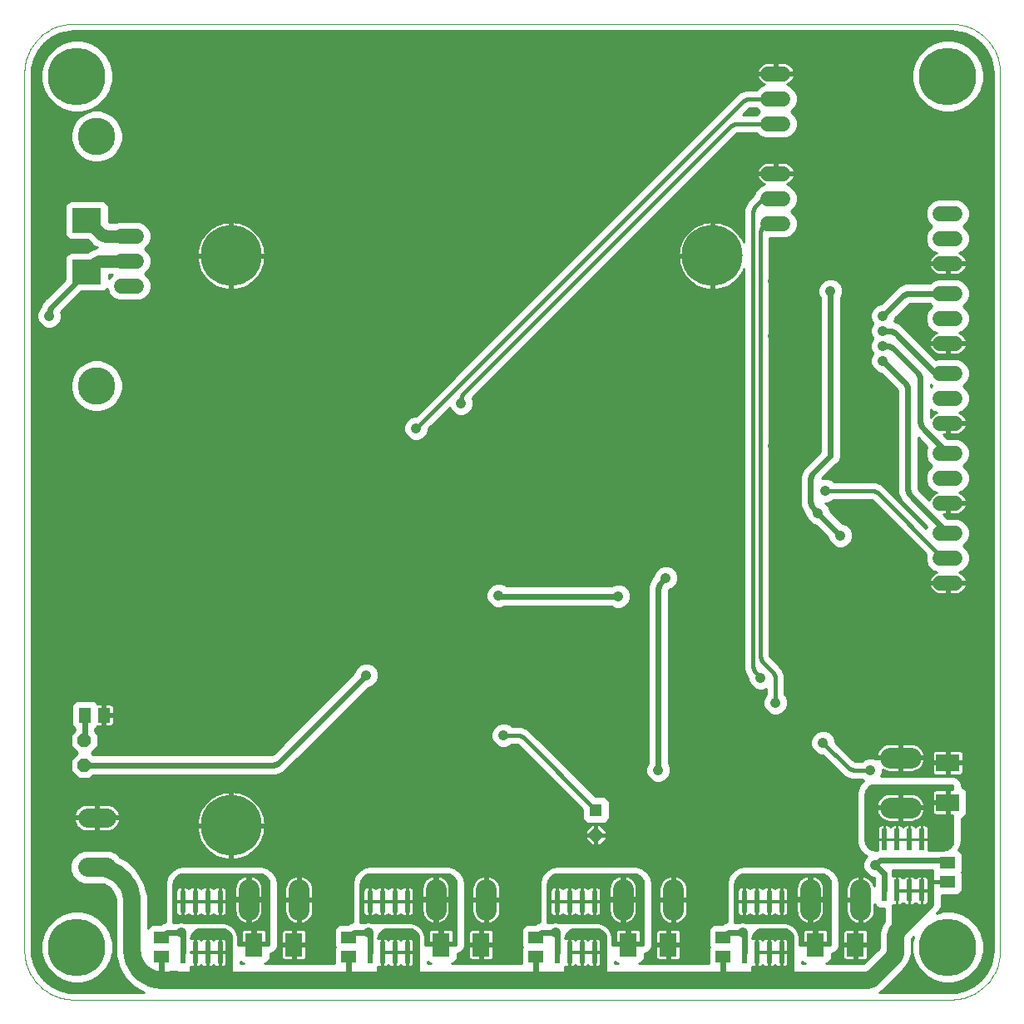
<source format=gbl>
G75*
%MOIN*%
%OFA0B0*%
%FSLAX24Y24*%
%IPPOS*%
%LPD*%
%AMOC8*
5,1,8,0,0,1.08239X$1,22.5*
%
%ADD10C,0.0000*%
%ADD11C,0.2300*%
%ADD12C,0.0780*%
%ADD13R,0.0591X0.0512*%
%ADD14R,0.0236X0.0866*%
%ADD15C,0.0825*%
%ADD16C,0.0600*%
%ADD17R,0.0709X0.0945*%
%ADD18OC8,0.0520*%
%ADD19R,0.0512X0.0591*%
%ADD20C,0.2441*%
%ADD21R,0.0515X0.0515*%
%ADD22OC8,0.0515*%
%ADD23C,0.1500*%
%ADD24R,0.1181X0.0984*%
%ADD25R,0.0945X0.0709*%
%ADD26C,0.0500*%
%ADD27C,0.0240*%
%ADD28C,0.0413*%
%ADD29C,0.0120*%
%ADD30C,0.0160*%
%ADD31C,0.0100*%
%ADD32C,0.0317*%
%ADD33C,0.0700*%
D10*
X000100Y002000D02*
X000100Y037231D01*
X000102Y037317D01*
X000107Y037403D01*
X000117Y037488D01*
X000130Y037573D01*
X000147Y037657D01*
X000167Y037741D01*
X000191Y037823D01*
X000219Y037904D01*
X000250Y037985D01*
X000284Y038063D01*
X000322Y038140D01*
X000364Y038216D01*
X000408Y038289D01*
X000456Y038360D01*
X000507Y038430D01*
X000561Y038497D01*
X000617Y038561D01*
X000677Y038623D01*
X000739Y038683D01*
X000803Y038739D01*
X000870Y038793D01*
X000940Y038844D01*
X001011Y038892D01*
X001085Y038936D01*
X001160Y038978D01*
X001237Y039016D01*
X001315Y039050D01*
X001396Y039081D01*
X001477Y039109D01*
X001559Y039133D01*
X001643Y039153D01*
X001727Y039170D01*
X001812Y039183D01*
X001897Y039193D01*
X001983Y039198D01*
X002069Y039200D01*
X037231Y039200D01*
X037317Y039198D01*
X037403Y039193D01*
X037488Y039183D01*
X037573Y039170D01*
X037657Y039153D01*
X037741Y039133D01*
X037823Y039109D01*
X037904Y039081D01*
X037985Y039050D01*
X038063Y039016D01*
X038140Y038978D01*
X038216Y038936D01*
X038289Y038892D01*
X038360Y038844D01*
X038430Y038793D01*
X038497Y038739D01*
X038561Y038683D01*
X038623Y038623D01*
X038683Y038561D01*
X038739Y038497D01*
X038793Y038430D01*
X038844Y038360D01*
X038892Y038289D01*
X038936Y038216D01*
X038978Y038140D01*
X039016Y038063D01*
X039050Y037985D01*
X039081Y037904D01*
X039109Y037823D01*
X039133Y037741D01*
X039153Y037657D01*
X039170Y037573D01*
X039183Y037488D01*
X039193Y037403D01*
X039198Y037317D01*
X039200Y037231D01*
X039200Y002069D01*
X039198Y001983D01*
X039193Y001897D01*
X039183Y001812D01*
X039170Y001727D01*
X039153Y001643D01*
X039133Y001559D01*
X039109Y001477D01*
X039081Y001396D01*
X039050Y001315D01*
X039016Y001237D01*
X038978Y001160D01*
X038936Y001084D01*
X038892Y001011D01*
X038844Y000940D01*
X038793Y000870D01*
X038739Y000803D01*
X038683Y000739D01*
X038623Y000677D01*
X038561Y000617D01*
X038497Y000561D01*
X038430Y000507D01*
X038360Y000456D01*
X038289Y000408D01*
X038216Y000364D01*
X038140Y000322D01*
X038063Y000284D01*
X037985Y000250D01*
X037904Y000219D01*
X037823Y000191D01*
X037741Y000167D01*
X037657Y000147D01*
X037573Y000130D01*
X037488Y000117D01*
X037403Y000107D01*
X037317Y000102D01*
X037231Y000100D01*
X002069Y000100D01*
X001983Y000102D01*
X001897Y000107D01*
X001812Y000117D01*
X001727Y000130D01*
X001643Y000147D01*
X001559Y000167D01*
X001477Y000191D01*
X001396Y000219D01*
X001315Y000250D01*
X001237Y000284D01*
X001160Y000322D01*
X001084Y000364D01*
X001011Y000408D01*
X000940Y000456D01*
X000870Y000507D01*
X000803Y000561D01*
X000739Y000617D01*
X000677Y000677D01*
X000617Y000739D01*
X000561Y000803D01*
X000507Y000870D01*
X000456Y000940D01*
X000408Y001011D01*
X000364Y001085D01*
X000322Y001160D01*
X000284Y001237D01*
X000250Y001315D01*
X000219Y001396D01*
X000191Y001477D01*
X000167Y001559D01*
X000147Y001643D01*
X000130Y001727D01*
X000117Y001812D01*
X000107Y001897D01*
X000102Y001983D01*
X000100Y002069D01*
X006900Y001976D02*
X006900Y000900D01*
X006900Y001976D02*
X006950Y001976D01*
X014400Y001926D02*
X014400Y000900D01*
X014400Y001926D02*
X014450Y001976D01*
X021950Y001976D02*
X022000Y001926D01*
X022000Y000900D01*
D11*
X037100Y002200D03*
X002200Y002200D03*
X002200Y037100D03*
X037100Y037100D03*
D12*
X003390Y007390D02*
X002610Y007390D01*
X002610Y005410D02*
X003390Y005410D01*
D13*
X005600Y002574D03*
X005600Y001826D03*
X013100Y001826D03*
X013100Y002574D03*
X020600Y002574D03*
X020600Y001826D03*
X028100Y001826D03*
X028100Y002574D03*
X037100Y004826D03*
X037100Y005574D03*
D14*
X036050Y004476D03*
X035550Y004476D03*
X035050Y004476D03*
X034550Y004476D03*
X034550Y006524D03*
X035050Y006524D03*
X035550Y006524D03*
X036050Y006524D03*
X030450Y004024D03*
X029950Y004024D03*
X029450Y004024D03*
X028950Y004024D03*
X028950Y001976D03*
X029450Y001976D03*
X029950Y001976D03*
X030450Y001976D03*
X022950Y001976D03*
X022450Y001976D03*
X021950Y001976D03*
X021450Y001976D03*
X021450Y004024D03*
X021950Y004024D03*
X022450Y004024D03*
X022950Y004024D03*
X015450Y004024D03*
X014950Y004024D03*
X014450Y004024D03*
X013950Y004024D03*
X013950Y001976D03*
X014450Y001976D03*
X014950Y001976D03*
X015450Y001976D03*
X007950Y001976D03*
X007450Y001976D03*
X006950Y001976D03*
X006450Y001976D03*
X006450Y004024D03*
X006950Y004024D03*
X007450Y004024D03*
X007950Y004024D03*
D15*
X009100Y003688D02*
X009100Y004513D01*
X011100Y004513D02*
X011100Y003688D01*
X016600Y003688D02*
X016600Y004513D01*
X018600Y004513D02*
X018600Y003688D01*
X024100Y003688D02*
X024100Y004513D01*
X026100Y004513D02*
X026100Y003688D01*
X031600Y003688D02*
X031600Y004513D01*
X033600Y004513D02*
X033600Y003688D01*
X034788Y007800D02*
X035613Y007800D01*
X035613Y009800D02*
X034788Y009800D01*
D16*
X036800Y016800D02*
X037400Y016800D01*
X037400Y017800D02*
X036800Y017800D01*
X036800Y018800D02*
X037400Y018800D01*
X037400Y020000D02*
X036800Y020000D01*
X036800Y021000D02*
X037400Y021000D01*
X037400Y022000D02*
X036800Y022000D01*
X036800Y023200D02*
X037400Y023200D01*
X037400Y024200D02*
X036800Y024200D01*
X036800Y025200D02*
X037400Y025200D01*
X037400Y026400D02*
X036800Y026400D01*
X036800Y027400D02*
X037400Y027400D01*
X037400Y028400D02*
X036800Y028400D01*
X036800Y029600D02*
X037400Y029600D01*
X037400Y030600D02*
X036800Y030600D01*
X036800Y031600D02*
X037400Y031600D01*
X030500Y031200D02*
X029900Y031200D01*
X029900Y032200D02*
X030500Y032200D01*
X030500Y033200D02*
X029900Y033200D01*
X029900Y035200D02*
X030500Y035200D01*
X030500Y036200D02*
X029900Y036200D01*
X029900Y037200D02*
X030500Y037200D01*
X004600Y030700D02*
X004000Y030700D01*
X004000Y029700D02*
X004600Y029700D01*
X004600Y028700D02*
X004000Y028700D01*
D17*
X009303Y002300D03*
X010897Y002300D03*
X016803Y002300D03*
X018397Y002300D03*
X024303Y002300D03*
X025897Y002300D03*
X031803Y002300D03*
X033397Y002300D03*
D18*
X002500Y009500D03*
X002500Y010500D03*
D19*
X002526Y011500D03*
X003274Y011500D03*
D20*
X008378Y007078D03*
X008378Y029913D03*
X027669Y029913D03*
D21*
X023000Y007700D03*
D22*
X023000Y006700D03*
D23*
X003000Y024700D03*
X003000Y034700D03*
D24*
X002600Y031333D03*
X002600Y029267D03*
D25*
X037100Y009597D03*
X037100Y008003D03*
D26*
X004300Y029700D02*
X003197Y029700D01*
X002918Y029585D02*
X002600Y029267D01*
X002918Y029585D02*
X002947Y029611D01*
X002978Y029634D01*
X003011Y029653D01*
X003046Y029670D01*
X003083Y029683D01*
X003120Y029692D01*
X003158Y029698D01*
X003197Y029700D01*
X003397Y030700D02*
X004300Y030700D01*
X003397Y030700D02*
X003358Y030702D01*
X003320Y030708D01*
X003283Y030717D01*
X003246Y030730D01*
X003211Y030747D01*
X003178Y030766D01*
X003147Y030789D01*
X003118Y030815D01*
X002600Y031333D01*
D27*
X002600Y029267D02*
X001215Y027882D01*
X001100Y027603D02*
X001100Y027500D01*
X001100Y027603D02*
X001102Y027642D01*
X001108Y027680D01*
X001117Y027717D01*
X001130Y027754D01*
X001147Y027789D01*
X001166Y027822D01*
X001189Y027853D01*
X001215Y027882D01*
X013800Y013100D02*
X010315Y009615D01*
X010037Y009500D02*
X002500Y009500D01*
X002526Y010563D02*
X002526Y011500D01*
X002526Y010563D02*
X002524Y010546D01*
X002519Y010529D01*
X002511Y010514D01*
X002500Y010500D01*
X010037Y009500D02*
X010076Y009502D01*
X010114Y009508D01*
X010151Y009517D01*
X010188Y009530D01*
X010223Y009547D01*
X010256Y009566D01*
X010287Y009589D01*
X010316Y009615D01*
X013326Y002800D02*
X013900Y002800D01*
X013950Y002750D01*
X013950Y001976D01*
X013100Y001826D02*
X013100Y000900D01*
X013100Y002574D02*
X013326Y002800D01*
X006450Y002750D02*
X006450Y001976D01*
X006450Y002750D02*
X006400Y002800D01*
X005826Y002800D01*
X005600Y002574D01*
X005600Y001826D02*
X005600Y000900D01*
X020600Y000900D02*
X020600Y001826D01*
X020600Y002574D02*
X020826Y002800D01*
X021400Y002800D01*
X021450Y002750D01*
X021450Y001976D01*
X028100Y001826D02*
X028100Y000900D01*
X028950Y001976D02*
X028950Y002750D01*
X028900Y002800D01*
X028326Y002800D01*
X028100Y002574D01*
X034200Y005500D02*
X034400Y005700D01*
X036974Y005700D01*
X034550Y005150D02*
X034550Y004476D01*
X034550Y005150D02*
X034200Y005500D01*
X025500Y009300D02*
X025500Y016537D01*
X025615Y016815D02*
X025800Y017000D01*
X025615Y016816D02*
X025589Y016787D01*
X025566Y016756D01*
X025547Y016723D01*
X025530Y016688D01*
X025517Y016651D01*
X025508Y016614D01*
X025502Y016576D01*
X025500Y016537D01*
X023900Y016263D02*
X019100Y016263D01*
X019100Y016300D01*
X031600Y020063D02*
X031600Y020937D01*
X031715Y021215D02*
X032400Y021900D01*
X032400Y028500D01*
X034500Y027500D02*
X035285Y028285D01*
X035563Y028400D02*
X037100Y028400D01*
X035563Y028400D02*
X035524Y028398D01*
X035486Y028392D01*
X035449Y028383D01*
X035412Y028370D01*
X035377Y028353D01*
X035344Y028334D01*
X035313Y028311D01*
X035284Y028285D01*
X034737Y026900D02*
X034500Y026900D01*
X034737Y026900D02*
X034776Y026898D01*
X034814Y026892D01*
X034851Y026883D01*
X034888Y026870D01*
X034923Y026853D01*
X034956Y026834D01*
X034987Y026811D01*
X035016Y026785D01*
X035015Y026785D02*
X036600Y025200D01*
X037100Y025200D01*
X036000Y024937D02*
X036000Y023263D01*
X036115Y022985D02*
X037100Y022000D01*
X036115Y022984D02*
X036089Y023013D01*
X036066Y023044D01*
X036047Y023077D01*
X036030Y023112D01*
X036017Y023149D01*
X036008Y023186D01*
X036002Y023224D01*
X036000Y023263D01*
X035500Y024537D02*
X035500Y020563D01*
X035615Y020285D02*
X037100Y018800D01*
X035615Y020284D02*
X035589Y020313D01*
X035566Y020344D01*
X035547Y020377D01*
X035530Y020412D01*
X035517Y020449D01*
X035508Y020486D01*
X035502Y020524D01*
X035500Y020563D01*
X032800Y018700D02*
X031900Y019600D01*
X031715Y019785D01*
X031715Y019784D02*
X031689Y019813D01*
X031666Y019844D01*
X031647Y019877D01*
X031630Y019912D01*
X031617Y019949D01*
X031608Y019986D01*
X031602Y020024D01*
X031600Y020063D01*
X031600Y020937D02*
X031602Y020976D01*
X031608Y021014D01*
X031617Y021051D01*
X031630Y021088D01*
X031647Y021123D01*
X031666Y021156D01*
X031689Y021187D01*
X031715Y021216D01*
X035500Y024537D02*
X035498Y024576D01*
X035492Y024614D01*
X035483Y024651D01*
X035470Y024688D01*
X035453Y024723D01*
X035434Y024756D01*
X035411Y024787D01*
X035385Y024816D01*
X035385Y024815D02*
X034500Y025700D01*
X034637Y026300D02*
X034676Y026298D01*
X034714Y026292D01*
X034751Y026283D01*
X034788Y026270D01*
X034823Y026253D01*
X034856Y026234D01*
X034887Y026211D01*
X034916Y026185D01*
X034915Y026185D02*
X035885Y025215D01*
X035885Y025216D02*
X035911Y025187D01*
X035934Y025156D01*
X035953Y025123D01*
X035970Y025088D01*
X035983Y025051D01*
X035992Y025014D01*
X035998Y024976D01*
X036000Y024937D01*
X034637Y026300D02*
X034500Y026300D01*
D28*
X034500Y026300D03*
X034500Y026900D03*
X034500Y027500D03*
X034500Y025700D03*
X034400Y024700D03*
X033200Y023900D03*
X034400Y022300D03*
X032200Y020500D03*
X031900Y019600D03*
X032800Y018700D03*
X033900Y018800D03*
X032800Y017500D03*
X030600Y017900D03*
X030400Y014700D03*
X029600Y013000D03*
X030200Y012000D03*
X029700Y010800D03*
X031400Y011500D03*
X032100Y010400D03*
X034000Y009300D03*
X031400Y008000D03*
X030100Y006800D03*
X026400Y006800D03*
X025500Y009300D03*
X024700Y010800D03*
X023400Y009300D03*
X022200Y010900D03*
X020500Y012000D03*
X019300Y010700D03*
X017500Y009300D03*
X016700Y011000D03*
X018200Y012900D03*
X020500Y014000D03*
X022100Y013100D03*
X024600Y015400D03*
X023900Y016263D03*
X022200Y017000D03*
X020800Y018000D03*
X019700Y019700D03*
X018200Y020900D03*
X016300Y021100D03*
X014600Y022000D03*
X015800Y023000D03*
X017600Y024000D03*
X018300Y023900D03*
X016500Y025100D03*
X014600Y026000D03*
X016400Y029100D03*
X019600Y029000D03*
X020600Y026000D03*
X022500Y025200D03*
X025400Y025300D03*
X023600Y028200D03*
X024400Y030200D03*
X023300Y031400D03*
X020200Y033900D03*
X020100Y038100D03*
X022600Y038100D03*
X025100Y038100D03*
X027600Y038100D03*
X026800Y034900D03*
X028000Y033600D03*
X032600Y038100D03*
X035100Y038100D03*
X038100Y035100D03*
X038100Y032600D03*
X033400Y030600D03*
X032400Y028500D03*
X030100Y028900D03*
X028700Y028700D03*
X030100Y026700D03*
X031000Y024100D03*
X030100Y022300D03*
X025500Y020800D03*
X023300Y021300D03*
X020400Y022100D03*
X016300Y019000D03*
X014600Y018000D03*
X014600Y016000D03*
X016400Y015000D03*
X018200Y017000D03*
X019100Y016300D03*
X019700Y015600D03*
X025300Y018000D03*
X025800Y017000D03*
X035100Y015300D03*
X038100Y014600D03*
X038100Y012100D03*
X036300Y012100D03*
X038100Y009600D03*
X038100Y007100D03*
X038100Y004600D03*
X034200Y005500D03*
X028900Y002800D03*
X021400Y002800D03*
X019800Y006800D03*
X015400Y006800D03*
X011800Y006100D03*
X010300Y008900D03*
X011700Y010100D03*
X010300Y010600D03*
X009200Y011900D03*
X009200Y012800D03*
X010300Y013400D03*
X010500Y012700D03*
X012800Y014300D03*
X013800Y013100D03*
X010500Y016600D03*
X009300Y015500D03*
X007100Y017400D03*
X005100Y016100D03*
X001100Y016100D03*
X001100Y013600D03*
X001100Y011100D03*
X004400Y008900D03*
X006000Y008900D03*
X006000Y010100D03*
X005000Y011600D03*
X007000Y012400D03*
X006100Y005900D03*
X005100Y005100D03*
X003100Y004100D03*
X001100Y004100D03*
X006400Y002800D03*
X013900Y002800D03*
X001100Y018600D03*
X001100Y021100D03*
X001100Y023600D03*
X001100Y026200D03*
X001100Y027500D03*
X002200Y027900D03*
X003800Y027900D03*
X005400Y028600D03*
X006700Y029700D03*
X007200Y031100D03*
X007200Y031800D03*
X006100Y032200D03*
X004100Y033800D03*
X002800Y032600D03*
X001000Y031900D03*
X001100Y035100D03*
X004100Y038100D03*
X006600Y038100D03*
X009600Y038100D03*
X012100Y038100D03*
X015100Y038100D03*
X017600Y038100D03*
X015100Y033800D03*
X009600Y033800D03*
X007600Y026800D03*
X005600Y025600D03*
X004300Y023900D03*
X005100Y021100D03*
X007600Y020100D03*
X007600Y023400D03*
X026400Y028800D03*
D29*
X024506Y005100D02*
X021494Y005100D01*
X021425Y005094D01*
X021359Y005076D01*
X021297Y005047D01*
X021241Y005008D01*
X021192Y004959D01*
X021153Y004903D01*
X021124Y004841D01*
X021106Y004775D01*
X021100Y004706D01*
X021100Y003200D01*
X021304Y003200D01*
X021319Y003206D01*
X021481Y003206D01*
X021496Y003200D01*
X022993Y003200D01*
X023103Y003191D01*
X023211Y003165D01*
X023314Y003123D01*
X023408Y003065D01*
X023493Y002993D01*
X023565Y002908D01*
X023623Y002814D01*
X023665Y002711D01*
X023691Y002603D01*
X023700Y002493D01*
X023700Y002300D01*
X024243Y002300D01*
X024243Y002360D01*
X024243Y002932D01*
X023927Y002932D01*
X023887Y002922D01*
X023850Y002900D01*
X023820Y002871D01*
X023799Y002834D01*
X023788Y002794D01*
X023788Y002360D01*
X024243Y002360D01*
X024363Y002360D01*
X024817Y002360D01*
X024817Y002794D01*
X024806Y002834D01*
X024785Y002871D01*
X024755Y002900D01*
X024719Y002922D01*
X024678Y002932D01*
X024363Y002932D01*
X024363Y002360D01*
X024363Y002300D01*
X024900Y002300D01*
X024900Y004706D01*
X024894Y004775D01*
X024876Y004841D01*
X024847Y004903D01*
X024808Y004959D01*
X024759Y005008D01*
X024703Y005047D01*
X024641Y005076D01*
X024575Y005094D01*
X024506Y005100D01*
X024638Y005077D02*
X024195Y005077D01*
X024160Y005077D02*
X024040Y005077D01*
X024040Y005083D02*
X023966Y005071D01*
X023880Y005043D01*
X023800Y005002D01*
X023727Y004949D01*
X023663Y004885D01*
X023610Y004813D01*
X023569Y004732D01*
X023542Y004647D01*
X023528Y004558D01*
X023528Y004160D01*
X024040Y004160D01*
X024040Y005083D01*
X024005Y005077D02*
X021362Y005077D01*
X021192Y004959D02*
X023740Y004959D01*
X023630Y004840D02*
X021123Y004840D01*
X021101Y004722D02*
X023566Y004722D01*
X023535Y004603D02*
X023135Y004603D01*
X023130Y004606D02*
X023089Y004617D01*
X022950Y004617D01*
X022811Y004617D01*
X022770Y004606D01*
X022734Y004585D01*
X022704Y004555D01*
X022700Y004548D01*
X022696Y004555D01*
X022666Y004585D01*
X022630Y004606D01*
X022589Y004617D01*
X022450Y004617D01*
X022311Y004617D01*
X022270Y004606D01*
X022234Y004585D01*
X022204Y004555D01*
X022200Y004548D01*
X022196Y004555D01*
X022166Y004585D01*
X022130Y004606D01*
X022089Y004617D01*
X021950Y004617D01*
X021811Y004617D01*
X021770Y004606D01*
X021734Y004585D01*
X021704Y004555D01*
X021700Y004548D01*
X021696Y004555D01*
X021666Y004585D01*
X021630Y004606D01*
X021589Y004617D01*
X021450Y004617D01*
X021311Y004617D01*
X021270Y004606D01*
X021234Y004585D01*
X021204Y004555D01*
X021183Y004518D01*
X021172Y004478D01*
X021172Y004024D01*
X021450Y004024D01*
X021450Y004617D01*
X021450Y004024D01*
X021450Y004024D01*
X021450Y004024D01*
X021728Y004024D01*
X021950Y004024D01*
X021950Y004617D01*
X021950Y004024D01*
X021950Y004024D01*
X021950Y004024D01*
X022172Y004024D01*
X022450Y004024D01*
X022450Y004617D01*
X022450Y004024D01*
X022450Y004024D01*
X022950Y004024D01*
X022950Y004617D01*
X022950Y004024D01*
X022950Y004024D01*
X023228Y004024D01*
X023228Y004478D01*
X023217Y004518D01*
X023196Y004555D01*
X023166Y004585D01*
X023130Y004606D01*
X023226Y004485D02*
X023528Y004485D01*
X023528Y004366D02*
X023228Y004366D01*
X023228Y004248D02*
X023528Y004248D01*
X023528Y004040D02*
X023528Y003642D01*
X023542Y003553D01*
X023569Y003468D01*
X023610Y003387D01*
X023663Y003315D01*
X023727Y003251D01*
X023800Y003198D01*
X023880Y003157D01*
X023966Y003129D01*
X024040Y003117D01*
X024040Y004040D01*
X024160Y004040D01*
X024160Y004160D01*
X024672Y004160D01*
X024672Y004558D01*
X024658Y004647D01*
X024631Y004732D01*
X024590Y004813D01*
X024537Y004885D01*
X024473Y004949D01*
X024400Y005002D01*
X024320Y005043D01*
X024234Y005071D01*
X024160Y005083D01*
X024160Y004160D01*
X024040Y004160D01*
X024040Y004040D01*
X023528Y004040D01*
X023528Y004011D02*
X023228Y004011D01*
X023228Y004024D02*
X022950Y004024D01*
X022950Y004024D01*
X022950Y004024D01*
X022728Y004024D01*
X022450Y004024D01*
X022450Y004024D01*
X022450Y004024D01*
X021950Y004024D01*
X021950Y004024D01*
X021450Y004024D01*
X021450Y004024D01*
X021172Y004024D01*
X021172Y003569D01*
X021183Y003529D01*
X021204Y003492D01*
X021234Y003463D01*
X021270Y003441D01*
X021311Y003431D01*
X021450Y003431D01*
X021589Y003431D01*
X021630Y003441D01*
X021666Y003463D01*
X021696Y003492D01*
X021700Y003499D01*
X021704Y003492D01*
X021734Y003463D01*
X021770Y003441D01*
X021811Y003431D01*
X021950Y003431D01*
X022089Y003431D01*
X022130Y003441D01*
X022166Y003463D01*
X022196Y003492D01*
X022200Y003499D01*
X022204Y003492D01*
X022234Y003463D01*
X022270Y003441D01*
X022311Y003431D01*
X022450Y003431D01*
X022589Y003431D01*
X022630Y003441D01*
X022666Y003463D01*
X022696Y003492D01*
X022700Y003499D01*
X022704Y003492D01*
X022734Y003463D01*
X022770Y003441D01*
X022811Y003431D01*
X022950Y003431D01*
X023089Y003431D01*
X023130Y003441D01*
X023166Y003463D01*
X023196Y003492D01*
X023217Y003529D01*
X023228Y003569D01*
X023228Y004024D01*
X023228Y004129D02*
X024040Y004129D01*
X024040Y004011D02*
X024160Y004011D01*
X024160Y004040D02*
X024160Y003117D01*
X024234Y003129D01*
X024320Y003157D01*
X024400Y003198D01*
X024473Y003251D01*
X024537Y003315D01*
X024590Y003387D01*
X024631Y003468D01*
X024658Y003553D01*
X024672Y003642D01*
X024672Y004040D01*
X024160Y004040D01*
X024160Y004129D02*
X024900Y004129D01*
X024900Y004011D02*
X024672Y004011D01*
X024672Y003892D02*
X024900Y003892D01*
X024900Y003774D02*
X024672Y003774D01*
X024672Y003655D02*
X024900Y003655D01*
X024900Y003537D02*
X024653Y003537D01*
X024605Y003418D02*
X024900Y003418D01*
X024900Y003300D02*
X024522Y003300D01*
X024367Y003181D02*
X024900Y003181D01*
X024900Y003063D02*
X023411Y003063D01*
X023534Y002944D02*
X024900Y002944D01*
X024900Y002826D02*
X024809Y002826D01*
X024817Y002707D02*
X024900Y002707D01*
X024900Y002589D02*
X024817Y002589D01*
X024817Y002470D02*
X024900Y002470D01*
X024900Y002352D02*
X024363Y002352D01*
X024363Y002470D02*
X024243Y002470D01*
X024243Y002352D02*
X023700Y002352D01*
X023700Y002470D02*
X023788Y002470D01*
X023788Y002589D02*
X023692Y002589D01*
X023666Y002707D02*
X023788Y002707D01*
X023797Y002826D02*
X023616Y002826D01*
X023347Y002703D02*
X023376Y002641D01*
X023394Y002575D01*
X023400Y002506D01*
X023400Y001200D01*
X021800Y001200D01*
X021800Y001386D01*
X021811Y001383D01*
X021950Y001383D01*
X022089Y001383D01*
X022130Y001394D01*
X022166Y001415D01*
X022196Y001445D01*
X022200Y001452D01*
X022204Y001445D01*
X022234Y001415D01*
X022270Y001394D01*
X022311Y001383D01*
X022450Y001383D01*
X022589Y001383D01*
X022630Y001394D01*
X022666Y001415D01*
X022696Y001445D01*
X022700Y001452D01*
X022704Y001445D01*
X022734Y001415D01*
X022770Y001394D01*
X022811Y001383D01*
X022950Y001383D01*
X023089Y001383D01*
X023130Y001394D01*
X023166Y001415D01*
X023196Y001445D01*
X023217Y001482D01*
X023228Y001522D01*
X023400Y001522D01*
X023400Y001404D02*
X023146Y001404D01*
X023228Y001522D02*
X023228Y001976D01*
X022950Y001976D01*
X022950Y001383D01*
X022950Y001976D01*
X022950Y001976D01*
X022672Y001976D01*
X022450Y001976D01*
X022450Y001383D01*
X022450Y001976D01*
X022450Y001976D01*
X022450Y001976D01*
X021950Y001976D01*
X021950Y001383D01*
X021950Y001976D01*
X021950Y001976D01*
X021950Y001976D01*
X022228Y001976D01*
X022450Y001976D01*
X022450Y001976D01*
X022950Y001976D01*
X022950Y001976D01*
X022950Y001976D01*
X023228Y001976D01*
X023228Y002431D01*
X023217Y002471D01*
X023196Y002508D01*
X023166Y002537D01*
X023130Y002559D01*
X023089Y002569D01*
X022950Y002569D01*
X022811Y002569D01*
X022770Y002559D01*
X022734Y002537D01*
X022704Y002508D01*
X022700Y002501D01*
X022696Y002508D01*
X022666Y002537D01*
X022630Y002559D01*
X022589Y002569D01*
X022450Y002569D01*
X022311Y002569D01*
X022270Y002559D01*
X022234Y002537D01*
X022204Y002508D01*
X022200Y002501D01*
X022196Y002508D01*
X022166Y002537D01*
X022130Y002559D01*
X022089Y002569D01*
X021950Y002569D01*
X021811Y002569D01*
X021805Y002568D01*
X021806Y002575D01*
X021824Y002641D01*
X021853Y002703D01*
X021892Y002759D01*
X021941Y002808D01*
X021997Y002847D01*
X022059Y002876D01*
X022125Y002894D01*
X022194Y002900D01*
X023006Y002900D01*
X023075Y002894D01*
X023141Y002876D01*
X023203Y002847D01*
X023259Y002808D01*
X023308Y002759D01*
X023347Y002703D01*
X023345Y002707D02*
X021855Y002707D01*
X021810Y002589D02*
X023390Y002589D01*
X023400Y002470D02*
X023218Y002470D01*
X023228Y002352D02*
X023400Y002352D01*
X023400Y002233D02*
X023228Y002233D01*
X023228Y002115D02*
X023400Y002115D01*
X023400Y001996D02*
X023228Y001996D01*
X023228Y001878D02*
X023400Y001878D01*
X023400Y001759D02*
X023228Y001759D01*
X023228Y001641D02*
X023400Y001641D01*
X023400Y001285D02*
X021800Y001285D01*
X021950Y001404D02*
X021950Y001404D01*
X021950Y001522D02*
X021950Y001522D01*
X021950Y001641D02*
X021950Y001641D01*
X021950Y001759D02*
X021950Y001759D01*
X021950Y001878D02*
X021950Y001878D01*
X021950Y001976D02*
X021950Y002569D01*
X021950Y001976D01*
X021950Y001976D01*
X021950Y001996D02*
X021950Y001996D01*
X021950Y002115D02*
X021950Y002115D01*
X021950Y002233D02*
X021950Y002233D01*
X021950Y002352D02*
X021950Y002352D01*
X021950Y002470D02*
X021950Y002470D01*
X021966Y002826D02*
X023234Y002826D01*
X023146Y003181D02*
X023833Y003181D01*
X023678Y003300D02*
X021100Y003300D01*
X021100Y003418D02*
X023595Y003418D01*
X023547Y003537D02*
X023219Y003537D01*
X023228Y003655D02*
X023528Y003655D01*
X023528Y003774D02*
X023228Y003774D01*
X023228Y003892D02*
X023528Y003892D01*
X022950Y003892D02*
X022950Y003892D01*
X022950Y003774D02*
X022950Y003774D01*
X022950Y003655D02*
X022950Y003655D01*
X022950Y003537D02*
X022950Y003537D01*
X022950Y003431D02*
X022950Y004024D01*
X022950Y004024D01*
X022950Y003431D01*
X022450Y003431D02*
X022450Y004024D01*
X022450Y004024D01*
X022450Y003431D01*
X022450Y003537D02*
X022450Y003537D01*
X022450Y003655D02*
X022450Y003655D01*
X022450Y003774D02*
X022450Y003774D01*
X022450Y003892D02*
X022450Y003892D01*
X022450Y004011D02*
X022450Y004011D01*
X022450Y004129D02*
X022450Y004129D01*
X022450Y004248D02*
X022450Y004248D01*
X022450Y004366D02*
X022450Y004366D01*
X022450Y004485D02*
X022450Y004485D01*
X022450Y004603D02*
X022450Y004603D01*
X022635Y004603D02*
X022765Y004603D01*
X022950Y004603D02*
X022950Y004603D01*
X022950Y004485D02*
X022950Y004485D01*
X022950Y004366D02*
X022950Y004366D01*
X022950Y004248D02*
X022950Y004248D01*
X022950Y004129D02*
X022950Y004129D01*
X022950Y004011D02*
X022950Y004011D01*
X022265Y004603D02*
X022135Y004603D01*
X021950Y004603D02*
X021950Y004603D01*
X021950Y004485D02*
X021950Y004485D01*
X021950Y004366D02*
X021950Y004366D01*
X021950Y004248D02*
X021950Y004248D01*
X021950Y004129D02*
X021950Y004129D01*
X021950Y004024D02*
X021950Y003431D01*
X021950Y004024D01*
X021950Y004024D01*
X021950Y004011D02*
X021950Y004011D01*
X021950Y003892D02*
X021950Y003892D01*
X021950Y003774D02*
X021950Y003774D01*
X021950Y003655D02*
X021950Y003655D01*
X021950Y003537D02*
X021950Y003537D01*
X021450Y003537D02*
X021450Y003537D01*
X021450Y003431D02*
X021450Y004024D01*
X021450Y004024D01*
X021450Y003431D01*
X021450Y003655D02*
X021450Y003655D01*
X021450Y003774D02*
X021450Y003774D01*
X021450Y003892D02*
X021450Y003892D01*
X021450Y004011D02*
X021450Y004011D01*
X021450Y004129D02*
X021450Y004129D01*
X021450Y004248D02*
X021450Y004248D01*
X021450Y004366D02*
X021450Y004366D01*
X021450Y004485D02*
X021450Y004485D01*
X021450Y004603D02*
X021450Y004603D01*
X021635Y004603D02*
X021765Y004603D01*
X021265Y004603D02*
X021100Y004603D01*
X021100Y004485D02*
X021174Y004485D01*
X021172Y004366D02*
X021100Y004366D01*
X021100Y004248D02*
X021172Y004248D01*
X021172Y004129D02*
X021100Y004129D01*
X021100Y004011D02*
X021172Y004011D01*
X021172Y003892D02*
X021100Y003892D01*
X021100Y003774D02*
X021172Y003774D01*
X021172Y003655D02*
X021100Y003655D01*
X021100Y003537D02*
X021181Y003537D01*
X022450Y002569D02*
X022450Y001976D01*
X022450Y001976D01*
X022450Y002569D01*
X022450Y002470D02*
X022450Y002470D01*
X022450Y002352D02*
X022450Y002352D01*
X022450Y002233D02*
X022450Y002233D01*
X022450Y002115D02*
X022450Y002115D01*
X022450Y001996D02*
X022450Y001996D01*
X022450Y001878D02*
X022450Y001878D01*
X022450Y001759D02*
X022450Y001759D01*
X022450Y001641D02*
X022450Y001641D01*
X022450Y001522D02*
X022450Y001522D01*
X022450Y001404D02*
X022450Y001404D01*
X022646Y001404D02*
X022754Y001404D01*
X022950Y001404D02*
X022950Y001404D01*
X022950Y001522D02*
X022950Y001522D01*
X022950Y001641D02*
X022950Y001641D01*
X022950Y001759D02*
X022950Y001759D01*
X022950Y001878D02*
X022950Y001878D01*
X022950Y001976D02*
X022950Y002569D01*
X022950Y001976D01*
X022950Y001976D01*
X022950Y001996D02*
X022950Y001996D01*
X022950Y002115D02*
X022950Y002115D01*
X022950Y002233D02*
X022950Y002233D01*
X022950Y002352D02*
X022950Y002352D01*
X022950Y002470D02*
X022950Y002470D01*
X022254Y001404D02*
X022146Y001404D01*
X024243Y002589D02*
X024363Y002589D01*
X024363Y002707D02*
X024243Y002707D01*
X024243Y002826D02*
X024363Y002826D01*
X024160Y003181D02*
X024040Y003181D01*
X024040Y003300D02*
X024160Y003300D01*
X024160Y003418D02*
X024040Y003418D01*
X024040Y003537D02*
X024160Y003537D01*
X024160Y003655D02*
X024040Y003655D01*
X024040Y003774D02*
X024160Y003774D01*
X024160Y003892D02*
X024040Y003892D01*
X024040Y004248D02*
X024160Y004248D01*
X024160Y004366D02*
X024040Y004366D01*
X024040Y004485D02*
X024160Y004485D01*
X024160Y004603D02*
X024040Y004603D01*
X024040Y004722D02*
X024160Y004722D01*
X024160Y004840D02*
X024040Y004840D01*
X024040Y004959D02*
X024160Y004959D01*
X024460Y004959D02*
X024808Y004959D01*
X024877Y004840D02*
X024570Y004840D01*
X024634Y004722D02*
X024899Y004722D01*
X024900Y004603D02*
X024665Y004603D01*
X024672Y004485D02*
X024900Y004485D01*
X024900Y004366D02*
X024672Y004366D01*
X024672Y004248D02*
X024900Y004248D01*
X028600Y004248D02*
X028672Y004248D01*
X028672Y004366D02*
X028600Y004366D01*
X028600Y004485D02*
X028674Y004485D01*
X028672Y004478D02*
X028672Y004024D01*
X028950Y004024D01*
X028950Y004617D01*
X028811Y004617D01*
X028770Y004606D01*
X028734Y004585D01*
X028704Y004555D01*
X028683Y004518D01*
X028672Y004478D01*
X028600Y004603D02*
X028765Y004603D01*
X028950Y004603D02*
X028950Y004603D01*
X028950Y004617D02*
X028950Y004024D01*
X028950Y004024D01*
X028950Y004024D01*
X029228Y004024D01*
X029450Y004024D01*
X029450Y004617D01*
X029311Y004617D01*
X029270Y004606D01*
X029234Y004585D01*
X029204Y004555D01*
X029200Y004548D01*
X029196Y004555D01*
X029166Y004585D01*
X029130Y004606D01*
X029089Y004617D01*
X028950Y004617D01*
X028950Y004485D02*
X028950Y004485D01*
X028950Y004366D02*
X028950Y004366D01*
X028950Y004248D02*
X028950Y004248D01*
X028950Y004129D02*
X028950Y004129D01*
X028950Y004024D02*
X028950Y004024D01*
X028672Y004024D01*
X028672Y003569D01*
X028683Y003529D01*
X028704Y003492D01*
X028734Y003463D01*
X028770Y003441D01*
X028811Y003431D01*
X028950Y003431D01*
X029089Y003431D01*
X029130Y003441D01*
X029166Y003463D01*
X029196Y003492D01*
X029200Y003499D01*
X029204Y003492D01*
X029234Y003463D01*
X029270Y003441D01*
X029311Y003431D01*
X029450Y003431D01*
X029589Y003431D01*
X029630Y003441D01*
X029666Y003463D01*
X029696Y003492D01*
X029700Y003499D01*
X029704Y003492D01*
X029734Y003463D01*
X029770Y003441D01*
X029811Y003431D01*
X029950Y003431D01*
X030089Y003431D01*
X030130Y003441D01*
X030166Y003463D01*
X030196Y003492D01*
X030200Y003499D01*
X030204Y003492D01*
X030234Y003463D01*
X030270Y003441D01*
X030311Y003431D01*
X030450Y003431D01*
X030589Y003431D01*
X030630Y003441D01*
X030666Y003463D01*
X030696Y003492D01*
X030717Y003529D01*
X030728Y003569D01*
X030728Y004024D01*
X030728Y004478D01*
X030717Y004518D01*
X030696Y004555D01*
X030666Y004585D01*
X030630Y004606D01*
X030589Y004617D01*
X030450Y004617D01*
X030311Y004617D01*
X030270Y004606D01*
X030234Y004585D01*
X030204Y004555D01*
X030200Y004548D01*
X030196Y004555D01*
X030166Y004585D01*
X030130Y004606D01*
X030089Y004617D01*
X029950Y004617D01*
X029811Y004617D01*
X029770Y004606D01*
X029734Y004585D01*
X029704Y004555D01*
X029700Y004548D01*
X029696Y004555D01*
X029666Y004585D01*
X029630Y004606D01*
X029589Y004617D01*
X029450Y004617D01*
X029450Y004024D01*
X029450Y004024D01*
X029450Y004024D01*
X029728Y004024D01*
X029950Y004024D01*
X029950Y004617D01*
X029950Y004024D01*
X029950Y004024D01*
X030450Y004024D01*
X030450Y004617D01*
X030450Y004024D01*
X030450Y004024D01*
X030728Y004024D01*
X030450Y004024D01*
X030450Y004024D01*
X030450Y004024D01*
X030172Y004024D01*
X029950Y004024D01*
X029950Y004024D01*
X029950Y004024D01*
X029450Y004024D01*
X029450Y004024D01*
X028950Y004024D01*
X028950Y003431D01*
X028950Y004024D01*
X028950Y004024D01*
X028950Y004011D02*
X028950Y004011D01*
X028950Y003892D02*
X028950Y003892D01*
X028950Y003774D02*
X028950Y003774D01*
X028950Y003655D02*
X028950Y003655D01*
X028950Y003537D02*
X028950Y003537D01*
X028681Y003537D02*
X028600Y003537D01*
X028600Y003655D02*
X028672Y003655D01*
X028672Y003774D02*
X028600Y003774D01*
X028600Y003892D02*
X028672Y003892D01*
X028672Y004011D02*
X028600Y004011D01*
X028600Y004129D02*
X028672Y004129D01*
X028600Y004706D02*
X028606Y004775D01*
X028624Y004841D01*
X028653Y004903D01*
X028692Y004959D01*
X028741Y005008D01*
X028797Y005047D01*
X028859Y005076D01*
X028925Y005094D01*
X028994Y005100D01*
X032006Y005100D01*
X032075Y005094D01*
X032141Y005076D01*
X032203Y005047D01*
X032259Y005008D01*
X032308Y004959D01*
X032347Y004903D01*
X032376Y004841D01*
X032394Y004775D01*
X032400Y004706D01*
X032400Y002300D01*
X031863Y002300D01*
X031863Y002360D01*
X032317Y002360D01*
X032317Y002794D01*
X032306Y002834D01*
X032285Y002871D01*
X032255Y002900D01*
X032219Y002922D01*
X032178Y002932D01*
X031863Y002932D01*
X031863Y002360D01*
X031743Y002360D01*
X031743Y002932D01*
X031427Y002932D01*
X031387Y002922D01*
X031350Y002900D01*
X031320Y002871D01*
X031299Y002834D01*
X031288Y002794D01*
X031288Y002360D01*
X031743Y002360D01*
X031743Y002300D01*
X031200Y002300D01*
X031200Y002493D01*
X031191Y002603D01*
X031165Y002711D01*
X031123Y002814D01*
X031065Y002908D01*
X030993Y002993D01*
X030908Y003065D01*
X030814Y003123D01*
X030711Y003165D01*
X030603Y003191D01*
X030493Y003200D01*
X028996Y003200D01*
X028981Y003206D01*
X028819Y003206D01*
X028804Y003200D01*
X028600Y003200D01*
X028600Y004706D01*
X028601Y004722D02*
X031066Y004722D01*
X031069Y004732D02*
X031042Y004647D01*
X031028Y004558D01*
X031028Y004160D01*
X031540Y004160D01*
X031540Y005083D01*
X031466Y005071D01*
X031380Y005043D01*
X031300Y005002D01*
X031227Y004949D01*
X031163Y004885D01*
X031110Y004813D01*
X031069Y004732D01*
X031130Y004840D02*
X028623Y004840D01*
X028692Y004959D02*
X031240Y004959D01*
X031505Y005077D02*
X028862Y005077D01*
X029135Y004603D02*
X029265Y004603D01*
X029450Y004603D02*
X029450Y004603D01*
X029450Y004485D02*
X029450Y004485D01*
X029450Y004366D02*
X029450Y004366D01*
X029450Y004248D02*
X029450Y004248D01*
X029450Y004129D02*
X029450Y004129D01*
X029450Y004024D02*
X029450Y003431D01*
X029450Y004024D01*
X029450Y004024D01*
X029450Y004011D02*
X029450Y004011D01*
X029450Y003892D02*
X029450Y003892D01*
X029450Y003774D02*
X029450Y003774D01*
X029450Y003655D02*
X029450Y003655D01*
X029450Y003537D02*
X029450Y003537D01*
X029950Y003537D02*
X029950Y003537D01*
X029950Y003431D02*
X029950Y004024D01*
X029950Y004024D01*
X029950Y003431D01*
X029950Y003655D02*
X029950Y003655D01*
X029950Y003774D02*
X029950Y003774D01*
X029950Y003892D02*
X029950Y003892D01*
X029950Y004011D02*
X029950Y004011D01*
X029950Y004129D02*
X029950Y004129D01*
X029950Y004248D02*
X029950Y004248D01*
X029950Y004366D02*
X029950Y004366D01*
X029950Y004485D02*
X029950Y004485D01*
X029950Y004603D02*
X029950Y004603D01*
X030135Y004603D02*
X030265Y004603D01*
X030450Y004603D02*
X030450Y004603D01*
X030450Y004485D02*
X030450Y004485D01*
X030450Y004366D02*
X030450Y004366D01*
X030450Y004248D02*
X030450Y004248D01*
X030450Y004129D02*
X030450Y004129D01*
X030450Y004024D02*
X030450Y003431D01*
X030450Y004024D01*
X030450Y004024D01*
X030450Y004011D02*
X030450Y004011D01*
X030450Y003892D02*
X030450Y003892D01*
X030450Y003774D02*
X030450Y003774D01*
X030450Y003655D02*
X030450Y003655D01*
X030450Y003537D02*
X030450Y003537D01*
X030719Y003537D02*
X031047Y003537D01*
X031042Y003553D02*
X031069Y003468D01*
X031110Y003387D01*
X031163Y003315D01*
X031227Y003251D01*
X031300Y003198D01*
X031380Y003157D01*
X031466Y003129D01*
X031540Y003117D01*
X031540Y004040D01*
X031660Y004040D01*
X031660Y004160D01*
X032172Y004160D01*
X032172Y004558D01*
X032158Y004647D01*
X032131Y004732D01*
X032090Y004813D01*
X032037Y004885D01*
X031973Y004949D01*
X031900Y005002D01*
X031820Y005043D01*
X031734Y005071D01*
X031660Y005083D01*
X031660Y004160D01*
X031540Y004160D01*
X031540Y004040D01*
X031028Y004040D01*
X031028Y003642D01*
X031042Y003553D01*
X031028Y003655D02*
X030728Y003655D01*
X030728Y003774D02*
X031028Y003774D01*
X031028Y003892D02*
X030728Y003892D01*
X030728Y004011D02*
X031028Y004011D01*
X031028Y004248D02*
X030728Y004248D01*
X030728Y004366D02*
X031028Y004366D01*
X031028Y004485D02*
X030726Y004485D01*
X030635Y004603D02*
X031035Y004603D01*
X031540Y004603D02*
X031660Y004603D01*
X031660Y004485D02*
X031540Y004485D01*
X031540Y004366D02*
X031660Y004366D01*
X031660Y004248D02*
X031540Y004248D01*
X031540Y004129D02*
X030728Y004129D01*
X031540Y004011D02*
X031660Y004011D01*
X031660Y004040D02*
X031660Y003117D01*
X031734Y003129D01*
X031820Y003157D01*
X031900Y003198D01*
X031973Y003251D01*
X032037Y003315D01*
X032090Y003387D01*
X032131Y003468D01*
X032158Y003553D01*
X032172Y003642D01*
X032172Y004040D01*
X031660Y004040D01*
X031660Y004129D02*
X032400Y004129D01*
X032400Y004011D02*
X032172Y004011D01*
X032172Y003892D02*
X032400Y003892D01*
X032400Y003774D02*
X032172Y003774D01*
X032172Y003655D02*
X032400Y003655D01*
X032400Y003537D02*
X032153Y003537D01*
X032105Y003418D02*
X032400Y003418D01*
X032400Y003300D02*
X032022Y003300D01*
X031867Y003181D02*
X032400Y003181D01*
X032400Y003063D02*
X030911Y003063D01*
X031034Y002944D02*
X032400Y002944D01*
X032400Y002826D02*
X032309Y002826D01*
X032317Y002707D02*
X032400Y002707D01*
X032400Y002589D02*
X032317Y002589D01*
X032317Y002470D02*
X032400Y002470D01*
X032400Y002352D02*
X031863Y002352D01*
X031863Y002470D02*
X031743Y002470D01*
X031743Y002352D02*
X031200Y002352D01*
X031200Y002470D02*
X031288Y002470D01*
X031288Y002589D02*
X031192Y002589D01*
X031166Y002707D02*
X031288Y002707D01*
X031297Y002826D02*
X031116Y002826D01*
X030847Y002703D02*
X030876Y002641D01*
X030894Y002575D01*
X030900Y002506D01*
X030900Y001200D01*
X029300Y001200D01*
X029300Y001386D01*
X029311Y001383D01*
X029450Y001383D01*
X029589Y001383D01*
X029630Y001394D01*
X029666Y001415D01*
X029696Y001445D01*
X029700Y001452D01*
X029704Y001445D01*
X029734Y001415D01*
X029770Y001394D01*
X029811Y001383D01*
X029950Y001383D01*
X030089Y001383D01*
X030130Y001394D01*
X030166Y001415D01*
X030196Y001445D01*
X030200Y001452D01*
X030204Y001445D01*
X030234Y001415D01*
X030270Y001394D01*
X030311Y001383D01*
X030450Y001383D01*
X030589Y001383D01*
X030630Y001394D01*
X030666Y001415D01*
X030696Y001445D01*
X030717Y001482D01*
X030728Y001522D01*
X030900Y001522D01*
X030900Y001404D02*
X030646Y001404D01*
X030728Y001522D02*
X030728Y001976D01*
X030450Y001976D01*
X030450Y001383D01*
X030450Y001976D01*
X030450Y001976D01*
X030172Y001976D01*
X029950Y001976D01*
X029950Y001383D01*
X029950Y001976D01*
X029950Y001976D01*
X029950Y001976D01*
X029450Y001976D01*
X029450Y001383D01*
X029450Y001976D01*
X029450Y001976D01*
X029450Y001976D01*
X029450Y001050D01*
X029433Y001040D01*
X029419Y001027D01*
X029407Y001012D01*
X029397Y000995D01*
X029391Y000976D01*
X029388Y000957D01*
X029389Y000937D01*
X029393Y000918D01*
X029400Y000900D01*
X029300Y001285D02*
X030900Y001285D01*
X030900Y001641D02*
X030728Y001641D01*
X030728Y001759D02*
X030900Y001759D01*
X030900Y001878D02*
X030728Y001878D01*
X030728Y001976D02*
X030728Y002431D01*
X030717Y002471D01*
X030696Y002508D01*
X030666Y002537D01*
X030630Y002559D01*
X030589Y002569D01*
X030450Y002569D01*
X030311Y002569D01*
X030270Y002559D01*
X030234Y002537D01*
X030204Y002508D01*
X030200Y002501D01*
X030196Y002508D01*
X030166Y002537D01*
X030130Y002559D01*
X030089Y002569D01*
X029950Y002569D01*
X029811Y002569D01*
X029770Y002559D01*
X029734Y002537D01*
X029704Y002508D01*
X029700Y002501D01*
X029696Y002508D01*
X029666Y002537D01*
X029630Y002559D01*
X029589Y002569D01*
X029450Y002569D01*
X029311Y002569D01*
X029305Y002568D01*
X029306Y002575D01*
X029324Y002641D01*
X029353Y002703D01*
X029392Y002759D01*
X029441Y002808D01*
X029497Y002847D01*
X029559Y002876D01*
X029625Y002894D01*
X029694Y002900D01*
X030506Y002900D01*
X030575Y002894D01*
X030641Y002876D01*
X030703Y002847D01*
X030759Y002808D01*
X030808Y002759D01*
X030847Y002703D01*
X030845Y002707D02*
X029355Y002707D01*
X029310Y002589D02*
X030890Y002589D01*
X030900Y002470D02*
X030718Y002470D01*
X030728Y002352D02*
X030900Y002352D01*
X030900Y002233D02*
X030728Y002233D01*
X030728Y002115D02*
X030900Y002115D01*
X030900Y001996D02*
X030728Y001996D01*
X030728Y001976D02*
X030450Y001976D01*
X030450Y001976D01*
X030450Y001976D01*
X029950Y001976D01*
X029950Y001976D01*
X029728Y001976D01*
X029450Y001976D01*
X029450Y002569D01*
X029450Y001976D01*
X029450Y001976D01*
X029450Y001996D02*
X029450Y001996D01*
X029450Y001878D02*
X029450Y001878D01*
X029450Y001759D02*
X029450Y001759D01*
X029450Y001641D02*
X029450Y001641D01*
X029450Y001522D02*
X029450Y001522D01*
X029450Y001404D02*
X029450Y001404D01*
X029646Y001404D02*
X029754Y001404D01*
X029950Y001404D02*
X029950Y001404D01*
X029950Y001522D02*
X029950Y001522D01*
X029950Y001641D02*
X029950Y001641D01*
X029950Y001759D02*
X029950Y001759D01*
X029950Y001878D02*
X029950Y001878D01*
X029950Y001976D02*
X029950Y002569D01*
X029950Y001976D01*
X029950Y001976D01*
X029950Y001996D02*
X029950Y001996D01*
X029950Y002115D02*
X029950Y002115D01*
X029950Y002233D02*
X029950Y002233D01*
X029950Y002352D02*
X029950Y002352D01*
X029950Y002470D02*
X029950Y002470D01*
X030450Y002470D02*
X030450Y002470D01*
X030450Y002569D02*
X030450Y001976D01*
X030450Y001976D01*
X030450Y002569D01*
X030450Y002352D02*
X030450Y002352D01*
X030450Y002233D02*
X030450Y002233D01*
X030450Y002115D02*
X030450Y002115D01*
X030450Y001996D02*
X030450Y001996D01*
X030450Y001878D02*
X030450Y001878D01*
X030450Y001759D02*
X030450Y001759D01*
X030450Y001641D02*
X030450Y001641D01*
X030450Y001522D02*
X030450Y001522D01*
X030450Y001404D02*
X030450Y001404D01*
X030254Y001404D02*
X030146Y001404D01*
X029450Y002115D02*
X029450Y002115D01*
X029450Y002233D02*
X029450Y002233D01*
X029450Y002352D02*
X029450Y002352D01*
X029450Y002470D02*
X029450Y002470D01*
X029466Y002826D02*
X030734Y002826D01*
X030646Y003181D02*
X031333Y003181D01*
X031178Y003300D02*
X028600Y003300D01*
X028600Y003418D02*
X031095Y003418D01*
X031540Y003418D02*
X031660Y003418D01*
X031660Y003300D02*
X031540Y003300D01*
X031540Y003181D02*
X031660Y003181D01*
X031660Y003537D02*
X031540Y003537D01*
X031540Y003655D02*
X031660Y003655D01*
X031660Y003774D02*
X031540Y003774D01*
X031540Y003892D02*
X031660Y003892D01*
X032172Y004248D02*
X032400Y004248D01*
X032400Y004366D02*
X032172Y004366D01*
X032172Y004485D02*
X032400Y004485D01*
X032400Y004603D02*
X032165Y004603D01*
X032134Y004722D02*
X032399Y004722D01*
X032377Y004840D02*
X032070Y004840D01*
X031960Y004959D02*
X032308Y004959D01*
X032138Y005077D02*
X031695Y005077D01*
X031660Y005077D02*
X031540Y005077D01*
X031540Y004959D02*
X031660Y004959D01*
X031660Y004840D02*
X031540Y004840D01*
X031540Y004722D02*
X031660Y004722D01*
X031743Y002826D02*
X031863Y002826D01*
X031863Y002707D02*
X031743Y002707D01*
X031743Y002589D02*
X031863Y002589D01*
X029765Y004603D02*
X029635Y004603D01*
X017400Y004603D02*
X017165Y004603D01*
X017158Y004647D02*
X017131Y004732D01*
X017090Y004813D01*
X017037Y004885D01*
X016973Y004949D01*
X016900Y005002D01*
X016820Y005043D01*
X016734Y005071D01*
X016660Y005083D01*
X016660Y004160D01*
X017172Y004160D01*
X017172Y004558D01*
X017158Y004647D01*
X017134Y004722D02*
X017399Y004722D01*
X017400Y004706D02*
X017400Y002300D01*
X016863Y002300D01*
X016863Y002360D01*
X017317Y002360D01*
X017317Y002794D01*
X017306Y002834D01*
X017285Y002871D01*
X017255Y002900D01*
X017219Y002922D01*
X017178Y002932D01*
X016863Y002932D01*
X016863Y002360D01*
X016743Y002360D01*
X016743Y002932D01*
X016427Y002932D01*
X016387Y002922D01*
X016350Y002900D01*
X016320Y002871D01*
X016299Y002834D01*
X016288Y002794D01*
X016288Y002360D01*
X016743Y002360D01*
X016743Y002300D01*
X016200Y002300D01*
X016200Y002493D01*
X016191Y002603D01*
X016165Y002711D01*
X016123Y002814D01*
X016065Y002908D01*
X015993Y002993D01*
X015908Y003065D01*
X015814Y003123D01*
X015711Y003165D01*
X015603Y003191D01*
X015493Y003200D01*
X013996Y003200D01*
X013981Y003206D01*
X013819Y003206D01*
X013804Y003200D01*
X013600Y003200D01*
X013600Y004706D01*
X013606Y004775D01*
X013624Y004841D01*
X013653Y004903D01*
X013692Y004959D01*
X013741Y005008D01*
X013797Y005047D01*
X013859Y005076D01*
X013925Y005094D01*
X013994Y005100D01*
X017006Y005100D01*
X017075Y005094D01*
X017141Y005076D01*
X017203Y005047D01*
X017259Y005008D01*
X017308Y004959D01*
X017347Y004903D01*
X017376Y004841D01*
X017394Y004775D01*
X017400Y004706D01*
X017377Y004840D02*
X017070Y004840D01*
X016960Y004959D02*
X017308Y004959D01*
X017138Y005077D02*
X016695Y005077D01*
X016660Y005077D02*
X016540Y005077D01*
X016540Y005083D02*
X016466Y005071D01*
X016380Y005043D01*
X016300Y005002D01*
X016227Y004949D01*
X016163Y004885D01*
X016110Y004813D01*
X016069Y004732D01*
X016042Y004647D01*
X016028Y004558D01*
X016028Y004160D01*
X016540Y004160D01*
X016540Y005083D01*
X016505Y005077D02*
X013862Y005077D01*
X013692Y004959D02*
X016240Y004959D01*
X016130Y004840D02*
X013623Y004840D01*
X013601Y004722D02*
X016066Y004722D01*
X016035Y004603D02*
X015635Y004603D01*
X015630Y004606D02*
X015589Y004617D01*
X015450Y004617D01*
X015311Y004617D01*
X015270Y004606D01*
X015234Y004585D01*
X015204Y004555D01*
X015200Y004548D01*
X015196Y004555D01*
X015166Y004585D01*
X015130Y004606D01*
X015089Y004617D01*
X014950Y004617D01*
X014811Y004617D01*
X014770Y004606D01*
X014734Y004585D01*
X014704Y004555D01*
X014700Y004548D01*
X014696Y004555D01*
X014666Y004585D01*
X014630Y004606D01*
X014589Y004617D01*
X014450Y004617D01*
X014311Y004617D01*
X014270Y004606D01*
X014234Y004585D01*
X014204Y004555D01*
X014200Y004548D01*
X014196Y004555D01*
X014166Y004585D01*
X014130Y004606D01*
X014089Y004617D01*
X013950Y004617D01*
X013811Y004617D01*
X013770Y004606D01*
X013734Y004585D01*
X013704Y004555D01*
X013683Y004518D01*
X013672Y004478D01*
X013672Y004024D01*
X013950Y004024D01*
X013950Y004617D01*
X013950Y004024D01*
X013950Y004024D01*
X013950Y004024D01*
X014228Y004024D01*
X014450Y004024D01*
X014450Y004617D01*
X014450Y004024D01*
X014450Y004024D01*
X014450Y004024D01*
X014728Y004024D01*
X014950Y004024D01*
X014950Y004617D01*
X014950Y004024D01*
X014950Y004024D01*
X015450Y004024D01*
X015450Y004617D01*
X015450Y004024D01*
X015450Y004024D01*
X015728Y004024D01*
X015728Y004478D01*
X015717Y004518D01*
X015696Y004555D01*
X015666Y004585D01*
X015630Y004606D01*
X015726Y004485D02*
X016028Y004485D01*
X016028Y004366D02*
X015728Y004366D01*
X015728Y004248D02*
X016028Y004248D01*
X016028Y004040D02*
X016028Y003642D01*
X016042Y003553D01*
X016069Y003468D01*
X016110Y003387D01*
X016163Y003315D01*
X016227Y003251D01*
X016300Y003198D01*
X016380Y003157D01*
X016466Y003129D01*
X016540Y003117D01*
X016540Y004040D01*
X016660Y004040D01*
X016660Y004160D01*
X016540Y004160D01*
X016540Y004040D01*
X016028Y004040D01*
X016028Y004011D02*
X015728Y004011D01*
X015728Y004024D02*
X015450Y004024D01*
X015450Y004024D01*
X015450Y004024D01*
X015172Y004024D01*
X014950Y004024D01*
X014950Y004024D01*
X014950Y004024D01*
X014450Y004024D01*
X014450Y004024D01*
X013950Y004024D01*
X013950Y004024D01*
X013672Y004024D01*
X013672Y003569D01*
X013683Y003529D01*
X013704Y003492D01*
X013734Y003463D01*
X013770Y003441D01*
X013811Y003431D01*
X013950Y003431D01*
X014089Y003431D01*
X014130Y003441D01*
X014166Y003463D01*
X014196Y003492D01*
X014200Y003499D01*
X014204Y003492D01*
X014234Y003463D01*
X014270Y003441D01*
X014311Y003431D01*
X014450Y003431D01*
X014589Y003431D01*
X014630Y003441D01*
X014666Y003463D01*
X014696Y003492D01*
X014700Y003499D01*
X014704Y003492D01*
X014734Y003463D01*
X014770Y003441D01*
X014811Y003431D01*
X014950Y003431D01*
X015089Y003431D01*
X015130Y003441D01*
X015166Y003463D01*
X015196Y003492D01*
X015200Y003499D01*
X015204Y003492D01*
X015234Y003463D01*
X015270Y003441D01*
X015311Y003431D01*
X015450Y003431D01*
X015589Y003431D01*
X015630Y003441D01*
X015666Y003463D01*
X015696Y003492D01*
X015717Y003529D01*
X015728Y003569D01*
X015728Y004024D01*
X015728Y004129D02*
X016540Y004129D01*
X016540Y004011D02*
X016660Y004011D01*
X016660Y004040D02*
X016660Y003117D01*
X016734Y003129D01*
X016820Y003157D01*
X016900Y003198D01*
X016973Y003251D01*
X017037Y003315D01*
X017090Y003387D01*
X017131Y003468D01*
X017158Y003553D01*
X017172Y003642D01*
X017172Y004040D01*
X016660Y004040D01*
X016660Y004129D02*
X017400Y004129D01*
X017400Y004011D02*
X017172Y004011D01*
X017172Y003892D02*
X017400Y003892D01*
X017400Y003774D02*
X017172Y003774D01*
X017172Y003655D02*
X017400Y003655D01*
X017400Y003537D02*
X017153Y003537D01*
X017105Y003418D02*
X017400Y003418D01*
X017400Y003300D02*
X017022Y003300D01*
X016867Y003181D02*
X017400Y003181D01*
X017400Y003063D02*
X015911Y003063D01*
X016034Y002944D02*
X017400Y002944D01*
X017400Y002826D02*
X017309Y002826D01*
X017317Y002707D02*
X017400Y002707D01*
X017400Y002589D02*
X017317Y002589D01*
X017317Y002470D02*
X017400Y002470D01*
X017400Y002352D02*
X016863Y002352D01*
X016863Y002470D02*
X016743Y002470D01*
X016743Y002352D02*
X016200Y002352D01*
X016200Y002470D02*
X016288Y002470D01*
X016288Y002589D02*
X016192Y002589D01*
X016166Y002707D02*
X016288Y002707D01*
X016297Y002826D02*
X016116Y002826D01*
X015847Y002703D02*
X015876Y002641D01*
X015894Y002575D01*
X015900Y002506D01*
X015900Y001200D01*
X014300Y001200D01*
X014300Y001386D01*
X014311Y001383D01*
X014450Y001383D01*
X014589Y001383D01*
X014630Y001394D01*
X014666Y001415D01*
X014696Y001445D01*
X014700Y001452D01*
X014704Y001445D01*
X014734Y001415D01*
X014770Y001394D01*
X014811Y001383D01*
X014950Y001383D01*
X015089Y001383D01*
X015130Y001394D01*
X015166Y001415D01*
X015196Y001445D01*
X015200Y001452D01*
X015204Y001445D01*
X015234Y001415D01*
X015270Y001394D01*
X015311Y001383D01*
X015450Y001383D01*
X015589Y001383D01*
X015630Y001394D01*
X015666Y001415D01*
X015696Y001445D01*
X015717Y001482D01*
X015728Y001522D01*
X015900Y001522D01*
X015900Y001404D02*
X015646Y001404D01*
X015728Y001522D02*
X015728Y001976D01*
X015450Y001976D01*
X015450Y001383D01*
X015450Y001976D01*
X015450Y001976D01*
X015172Y001976D01*
X014950Y001976D01*
X014950Y001383D01*
X014950Y001976D01*
X014950Y001976D01*
X014950Y001976D01*
X014450Y001976D01*
X014450Y001383D01*
X014450Y001976D01*
X014450Y001976D01*
X014450Y001976D01*
X014728Y001976D01*
X014950Y001976D01*
X014950Y001976D01*
X015450Y001976D01*
X015450Y001976D01*
X015450Y001976D01*
X015728Y001976D01*
X015728Y002431D01*
X015717Y002471D01*
X015696Y002508D01*
X015666Y002537D01*
X015630Y002559D01*
X015589Y002569D01*
X015450Y002569D01*
X015311Y002569D01*
X015270Y002559D01*
X015234Y002537D01*
X015204Y002508D01*
X015200Y002501D01*
X015196Y002508D01*
X015166Y002537D01*
X015130Y002559D01*
X015089Y002569D01*
X014950Y002569D01*
X014811Y002569D01*
X014770Y002559D01*
X014734Y002537D01*
X014704Y002508D01*
X014700Y002501D01*
X014696Y002508D01*
X014666Y002537D01*
X014630Y002559D01*
X014589Y002569D01*
X014450Y002569D01*
X014311Y002569D01*
X014305Y002568D01*
X014306Y002575D01*
X014324Y002641D01*
X014353Y002703D01*
X014392Y002759D01*
X014441Y002808D01*
X014497Y002847D01*
X014559Y002876D01*
X014625Y002894D01*
X014694Y002900D01*
X015506Y002900D01*
X015575Y002894D01*
X015641Y002876D01*
X015703Y002847D01*
X015759Y002808D01*
X015808Y002759D01*
X015847Y002703D01*
X015845Y002707D02*
X014355Y002707D01*
X014310Y002589D02*
X015890Y002589D01*
X015900Y002470D02*
X015718Y002470D01*
X015728Y002352D02*
X015900Y002352D01*
X015900Y002233D02*
X015728Y002233D01*
X015728Y002115D02*
X015900Y002115D01*
X015900Y001996D02*
X015728Y001996D01*
X015728Y001878D02*
X015900Y001878D01*
X015900Y001759D02*
X015728Y001759D01*
X015728Y001641D02*
X015900Y001641D01*
X015900Y001285D02*
X014300Y001285D01*
X014450Y001404D02*
X014450Y001404D01*
X014450Y001522D02*
X014450Y001522D01*
X014450Y001641D02*
X014450Y001641D01*
X014450Y001759D02*
X014450Y001759D01*
X014450Y001878D02*
X014450Y001878D01*
X014450Y001976D02*
X014450Y002569D01*
X014450Y001976D01*
X014450Y001976D01*
X014450Y001996D02*
X014450Y001996D01*
X014450Y002115D02*
X014450Y002115D01*
X014450Y002233D02*
X014450Y002233D01*
X014450Y002352D02*
X014450Y002352D01*
X014450Y002470D02*
X014450Y002470D01*
X014466Y002826D02*
X015734Y002826D01*
X015646Y003181D02*
X016333Y003181D01*
X016178Y003300D02*
X013600Y003300D01*
X013600Y003418D02*
X016095Y003418D01*
X016047Y003537D02*
X015719Y003537D01*
X015728Y003655D02*
X016028Y003655D01*
X016028Y003774D02*
X015728Y003774D01*
X015728Y003892D02*
X016028Y003892D01*
X016540Y003892D02*
X016660Y003892D01*
X016660Y003774D02*
X016540Y003774D01*
X016540Y003655D02*
X016660Y003655D01*
X016660Y003537D02*
X016540Y003537D01*
X016540Y003418D02*
X016660Y003418D01*
X016660Y003300D02*
X016540Y003300D01*
X016540Y003181D02*
X016660Y003181D01*
X016743Y002826D02*
X016863Y002826D01*
X016863Y002707D02*
X016743Y002707D01*
X016743Y002589D02*
X016863Y002589D01*
X015450Y002569D02*
X015450Y001976D01*
X015450Y002569D01*
X015450Y002470D02*
X015450Y002470D01*
X015450Y002352D02*
X015450Y002352D01*
X015450Y002233D02*
X015450Y002233D01*
X015450Y002115D02*
X015450Y002115D01*
X015450Y001996D02*
X015450Y001996D01*
X015450Y001976D02*
X015450Y001976D01*
X015450Y001878D02*
X015450Y001878D01*
X015450Y001759D02*
X015450Y001759D01*
X015450Y001641D02*
X015450Y001641D01*
X015450Y001522D02*
X015450Y001522D01*
X015450Y001404D02*
X015450Y001404D01*
X015254Y001404D02*
X015146Y001404D01*
X014950Y001404D02*
X014950Y001404D01*
X014950Y001522D02*
X014950Y001522D01*
X014950Y001641D02*
X014950Y001641D01*
X014950Y001759D02*
X014950Y001759D01*
X014950Y001878D02*
X014950Y001878D01*
X014950Y001976D02*
X014950Y002569D01*
X014950Y001976D01*
X014950Y001976D01*
X014950Y001996D02*
X014950Y001996D01*
X014950Y002115D02*
X014950Y002115D01*
X014950Y002233D02*
X014950Y002233D01*
X014950Y002352D02*
X014950Y002352D01*
X014950Y002470D02*
X014950Y002470D01*
X014950Y003431D02*
X014950Y004024D01*
X014950Y004024D01*
X014950Y003431D01*
X014950Y003537D02*
X014950Y003537D01*
X014950Y003655D02*
X014950Y003655D01*
X014950Y003774D02*
X014950Y003774D01*
X014950Y003892D02*
X014950Y003892D01*
X014950Y004011D02*
X014950Y004011D01*
X014950Y004129D02*
X014950Y004129D01*
X014950Y004248D02*
X014950Y004248D01*
X014950Y004366D02*
X014950Y004366D01*
X014950Y004485D02*
X014950Y004485D01*
X014950Y004603D02*
X014950Y004603D01*
X014765Y004603D02*
X014635Y004603D01*
X014450Y004603D02*
X014450Y004603D01*
X014450Y004485D02*
X014450Y004485D01*
X014450Y004366D02*
X014450Y004366D01*
X014450Y004248D02*
X014450Y004248D01*
X014450Y004129D02*
X014450Y004129D01*
X014450Y004024D02*
X014450Y003431D01*
X014450Y004024D01*
X014450Y004024D01*
X014450Y004011D02*
X014450Y004011D01*
X014450Y003892D02*
X014450Y003892D01*
X014450Y003774D02*
X014450Y003774D01*
X014450Y003655D02*
X014450Y003655D01*
X014450Y003537D02*
X014450Y003537D01*
X013950Y003537D02*
X013950Y003537D01*
X013950Y003431D02*
X013950Y004024D01*
X013950Y004024D01*
X013950Y003431D01*
X013950Y003655D02*
X013950Y003655D01*
X013950Y003774D02*
X013950Y003774D01*
X013950Y003892D02*
X013950Y003892D01*
X013950Y004011D02*
X013950Y004011D01*
X013950Y004129D02*
X013950Y004129D01*
X013950Y004248D02*
X013950Y004248D01*
X013950Y004366D02*
X013950Y004366D01*
X013950Y004485D02*
X013950Y004485D01*
X013950Y004603D02*
X013950Y004603D01*
X014135Y004603D02*
X014265Y004603D01*
X013765Y004603D02*
X013600Y004603D01*
X013600Y004485D02*
X013674Y004485D01*
X013672Y004366D02*
X013600Y004366D01*
X013600Y004248D02*
X013672Y004248D01*
X013672Y004129D02*
X013600Y004129D01*
X013600Y004011D02*
X013672Y004011D01*
X013672Y003892D02*
X013600Y003892D01*
X013600Y003774D02*
X013672Y003774D01*
X013672Y003655D02*
X013600Y003655D01*
X013600Y003537D02*
X013681Y003537D01*
X015450Y003537D02*
X015450Y003537D01*
X015450Y003431D02*
X015450Y004024D01*
X015450Y004024D01*
X015450Y003431D01*
X015450Y003655D02*
X015450Y003655D01*
X015450Y003774D02*
X015450Y003774D01*
X015450Y003892D02*
X015450Y003892D01*
X015450Y004011D02*
X015450Y004011D01*
X015450Y004129D02*
X015450Y004129D01*
X015450Y004248D02*
X015450Y004248D01*
X015450Y004366D02*
X015450Y004366D01*
X015450Y004485D02*
X015450Y004485D01*
X015450Y004603D02*
X015450Y004603D01*
X015265Y004603D02*
X015135Y004603D01*
X016540Y004603D02*
X016660Y004603D01*
X016660Y004485D02*
X016540Y004485D01*
X016540Y004366D02*
X016660Y004366D01*
X016660Y004248D02*
X016540Y004248D01*
X016540Y004722D02*
X016660Y004722D01*
X016660Y004840D02*
X016540Y004840D01*
X016540Y004959D02*
X016660Y004959D01*
X017172Y004485D02*
X017400Y004485D01*
X017400Y004366D02*
X017172Y004366D01*
X017172Y004248D02*
X017400Y004248D01*
X014754Y001404D02*
X014646Y001404D01*
X009900Y002300D02*
X009363Y002300D01*
X009363Y002360D01*
X009817Y002360D01*
X009817Y002794D01*
X009806Y002834D01*
X009785Y002871D01*
X009755Y002900D01*
X009719Y002922D01*
X009678Y002932D01*
X009363Y002932D01*
X009363Y002360D01*
X009243Y002360D01*
X009243Y002932D01*
X008927Y002932D01*
X008887Y002922D01*
X008850Y002900D01*
X008820Y002871D01*
X008799Y002834D01*
X008788Y002794D01*
X008788Y002360D01*
X009243Y002360D01*
X009243Y002300D01*
X008700Y002300D01*
X008700Y002493D01*
X008691Y002603D01*
X008665Y002711D01*
X008623Y002814D01*
X008565Y002908D01*
X008493Y002993D01*
X008408Y003065D01*
X008314Y003123D01*
X008211Y003165D01*
X008103Y003191D01*
X007993Y003200D01*
X006496Y003200D01*
X006481Y003206D01*
X006319Y003206D01*
X006304Y003200D01*
X006100Y003200D01*
X006100Y004706D01*
X006106Y004775D01*
X006124Y004841D01*
X006153Y004903D01*
X006192Y004959D01*
X006241Y005008D01*
X006297Y005047D01*
X006359Y005076D01*
X006425Y005094D01*
X006494Y005100D01*
X009506Y005100D01*
X009575Y005094D01*
X009641Y005076D01*
X009703Y005047D01*
X009759Y005008D01*
X009808Y004959D01*
X009847Y004903D01*
X009876Y004841D01*
X009894Y004775D01*
X009900Y004706D01*
X009900Y002300D01*
X009900Y002352D02*
X009363Y002352D01*
X009363Y002470D02*
X009243Y002470D01*
X009243Y002352D02*
X008700Y002352D01*
X008700Y002470D02*
X008788Y002470D01*
X008788Y002589D02*
X008692Y002589D01*
X008666Y002707D02*
X008788Y002707D01*
X008797Y002826D02*
X008616Y002826D01*
X008534Y002944D02*
X009900Y002944D01*
X009900Y002826D02*
X009809Y002826D01*
X009817Y002707D02*
X009900Y002707D01*
X009900Y002589D02*
X009817Y002589D01*
X009817Y002470D02*
X009900Y002470D01*
X009363Y002589D02*
X009243Y002589D01*
X009243Y002707D02*
X009363Y002707D01*
X009363Y002826D02*
X009243Y002826D01*
X009160Y003117D02*
X009234Y003129D01*
X009320Y003157D01*
X009400Y003198D01*
X009473Y003251D01*
X009537Y003315D01*
X009590Y003387D01*
X009631Y003468D01*
X009658Y003553D01*
X009672Y003642D01*
X009672Y004040D01*
X009160Y004040D01*
X009160Y004160D01*
X009672Y004160D01*
X009672Y004558D01*
X009658Y004647D01*
X009631Y004732D01*
X009590Y004813D01*
X009537Y004885D01*
X009473Y004949D01*
X009400Y005002D01*
X009320Y005043D01*
X009234Y005071D01*
X009160Y005083D01*
X009160Y004160D01*
X009040Y004160D01*
X009040Y005083D01*
X008966Y005071D01*
X008880Y005043D01*
X008800Y005002D01*
X008727Y004949D01*
X008663Y004885D01*
X008610Y004813D01*
X008569Y004732D01*
X008542Y004647D01*
X008528Y004558D01*
X008528Y004160D01*
X009040Y004160D01*
X009040Y004040D01*
X009160Y004040D01*
X009160Y003117D01*
X009160Y003181D02*
X009040Y003181D01*
X009040Y003117D02*
X009040Y004040D01*
X008528Y004040D01*
X008528Y003642D01*
X008542Y003553D01*
X008569Y003468D01*
X008610Y003387D01*
X008663Y003315D01*
X008727Y003251D01*
X008800Y003198D01*
X008880Y003157D01*
X008966Y003129D01*
X009040Y003117D01*
X009040Y003300D02*
X009160Y003300D01*
X009160Y003418D02*
X009040Y003418D01*
X009040Y003537D02*
X009160Y003537D01*
X009160Y003655D02*
X009040Y003655D01*
X009040Y003774D02*
X009160Y003774D01*
X009160Y003892D02*
X009040Y003892D01*
X009040Y004011D02*
X009160Y004011D01*
X009160Y004129D02*
X009900Y004129D01*
X009900Y004011D02*
X009672Y004011D01*
X009672Y003892D02*
X009900Y003892D01*
X009900Y003774D02*
X009672Y003774D01*
X009672Y003655D02*
X009900Y003655D01*
X009900Y003537D02*
X009653Y003537D01*
X009605Y003418D02*
X009900Y003418D01*
X009900Y003300D02*
X009522Y003300D01*
X009367Y003181D02*
X009900Y003181D01*
X009900Y003063D02*
X008411Y003063D01*
X008146Y003181D02*
X008833Y003181D01*
X008678Y003300D02*
X006100Y003300D01*
X006100Y003418D02*
X008595Y003418D01*
X008547Y003537D02*
X008219Y003537D01*
X008217Y003529D02*
X008228Y003569D01*
X008228Y004024D01*
X008228Y004478D01*
X008217Y004518D01*
X008196Y004555D01*
X008166Y004585D01*
X008130Y004606D01*
X008089Y004617D01*
X007950Y004617D01*
X007811Y004617D01*
X007770Y004606D01*
X007734Y004585D01*
X007704Y004555D01*
X007700Y004548D01*
X007696Y004555D01*
X007666Y004585D01*
X007630Y004606D01*
X007589Y004617D01*
X007450Y004617D01*
X007311Y004617D01*
X007270Y004606D01*
X007234Y004585D01*
X007204Y004555D01*
X007200Y004548D01*
X007196Y004555D01*
X007166Y004585D01*
X007130Y004606D01*
X007089Y004617D01*
X006950Y004617D01*
X006811Y004617D01*
X006770Y004606D01*
X006734Y004585D01*
X006704Y004555D01*
X006700Y004548D01*
X006696Y004555D01*
X006666Y004585D01*
X006630Y004606D01*
X006589Y004617D01*
X006450Y004617D01*
X006311Y004617D01*
X006270Y004606D01*
X006234Y004585D01*
X006204Y004555D01*
X006183Y004518D01*
X006172Y004478D01*
X006172Y004024D01*
X006450Y004024D01*
X006450Y004617D01*
X006450Y004024D01*
X006450Y004024D01*
X006450Y004024D01*
X006728Y004024D01*
X006950Y004024D01*
X006950Y004617D01*
X006950Y004024D01*
X006950Y004024D01*
X006950Y004024D01*
X007228Y004024D01*
X007450Y004024D01*
X007450Y004617D01*
X007450Y004024D01*
X007450Y004024D01*
X007950Y004024D01*
X007950Y004617D01*
X007950Y004024D01*
X007950Y004024D01*
X008228Y004024D01*
X007950Y004024D01*
X007950Y004024D01*
X007950Y004024D01*
X007672Y004024D01*
X007450Y004024D01*
X007450Y004024D01*
X007450Y004024D01*
X006950Y004024D01*
X006950Y004024D01*
X006450Y004024D01*
X006450Y004024D01*
X006172Y004024D01*
X006172Y003569D01*
X006183Y003529D01*
X006204Y003492D01*
X006234Y003463D01*
X006270Y003441D01*
X006311Y003431D01*
X006450Y003431D01*
X006589Y003431D01*
X006630Y003441D01*
X006666Y003463D01*
X006696Y003492D01*
X006700Y003499D01*
X006704Y003492D01*
X006734Y003463D01*
X006770Y003441D01*
X006811Y003431D01*
X006950Y003431D01*
X007089Y003431D01*
X007130Y003441D01*
X007166Y003463D01*
X007196Y003492D01*
X007200Y003499D01*
X007204Y003492D01*
X007234Y003463D01*
X007270Y003441D01*
X007311Y003431D01*
X007450Y003431D01*
X007589Y003431D01*
X007630Y003441D01*
X007666Y003463D01*
X007696Y003492D01*
X007700Y003499D01*
X007704Y003492D01*
X007734Y003463D01*
X007770Y003441D01*
X007811Y003431D01*
X007950Y003431D01*
X008089Y003431D01*
X008130Y003441D01*
X008166Y003463D01*
X008196Y003492D01*
X008217Y003529D01*
X008228Y003655D02*
X008528Y003655D01*
X008528Y003774D02*
X008228Y003774D01*
X008228Y003892D02*
X008528Y003892D01*
X008528Y004011D02*
X008228Y004011D01*
X008228Y004129D02*
X009040Y004129D01*
X009040Y004248D02*
X009160Y004248D01*
X009160Y004366D02*
X009040Y004366D01*
X009040Y004485D02*
X009160Y004485D01*
X009160Y004603D02*
X009040Y004603D01*
X009040Y004722D02*
X009160Y004722D01*
X009160Y004840D02*
X009040Y004840D01*
X009040Y004959D02*
X009160Y004959D01*
X009160Y005077D02*
X009040Y005077D01*
X009005Y005077D02*
X006362Y005077D01*
X006192Y004959D02*
X008740Y004959D01*
X008630Y004840D02*
X006123Y004840D01*
X006101Y004722D02*
X008566Y004722D01*
X008535Y004603D02*
X008135Y004603D01*
X008226Y004485D02*
X008528Y004485D01*
X008528Y004366D02*
X008228Y004366D01*
X008228Y004248D02*
X008528Y004248D01*
X007950Y004248D02*
X007950Y004248D01*
X007950Y004366D02*
X007950Y004366D01*
X007950Y004485D02*
X007950Y004485D01*
X007950Y004603D02*
X007950Y004603D01*
X007765Y004603D02*
X007635Y004603D01*
X007450Y004603D02*
X007450Y004603D01*
X007450Y004485D02*
X007450Y004485D01*
X007450Y004366D02*
X007450Y004366D01*
X007450Y004248D02*
X007450Y004248D01*
X007450Y004129D02*
X007450Y004129D01*
X007450Y004024D02*
X007450Y003431D01*
X007450Y004024D01*
X007450Y004024D01*
X007450Y004011D02*
X007450Y004011D01*
X007450Y003892D02*
X007450Y003892D01*
X007450Y003774D02*
X007450Y003774D01*
X007450Y003655D02*
X007450Y003655D01*
X007450Y003537D02*
X007450Y003537D01*
X007950Y003537D02*
X007950Y003537D01*
X007950Y003431D02*
X007950Y004024D01*
X007950Y004024D01*
X007950Y003431D01*
X007950Y003655D02*
X007950Y003655D01*
X007950Y003774D02*
X007950Y003774D01*
X007950Y003892D02*
X007950Y003892D01*
X007950Y004011D02*
X007950Y004011D01*
X007950Y004129D02*
X007950Y004129D01*
X007265Y004603D02*
X007135Y004603D01*
X006950Y004603D02*
X006950Y004603D01*
X006950Y004485D02*
X006950Y004485D01*
X006950Y004366D02*
X006950Y004366D01*
X006950Y004248D02*
X006950Y004248D01*
X006950Y004129D02*
X006950Y004129D01*
X006950Y004024D02*
X006950Y003431D01*
X006950Y004024D01*
X006950Y004024D01*
X006950Y004011D02*
X006950Y004011D01*
X006950Y003892D02*
X006950Y003892D01*
X006950Y003774D02*
X006950Y003774D01*
X006950Y003655D02*
X006950Y003655D01*
X006950Y003537D02*
X006950Y003537D01*
X006450Y003537D02*
X006450Y003537D01*
X006450Y003431D02*
X006450Y004024D01*
X006450Y004024D01*
X006450Y003431D01*
X006450Y003655D02*
X006450Y003655D01*
X006450Y003774D02*
X006450Y003774D01*
X006450Y003892D02*
X006450Y003892D01*
X006450Y004011D02*
X006450Y004011D01*
X006450Y004129D02*
X006450Y004129D01*
X006450Y004248D02*
X006450Y004248D01*
X006450Y004366D02*
X006450Y004366D01*
X006450Y004485D02*
X006450Y004485D01*
X006450Y004603D02*
X006450Y004603D01*
X006635Y004603D02*
X006765Y004603D01*
X006265Y004603D02*
X006100Y004603D01*
X006100Y004485D02*
X006174Y004485D01*
X006172Y004366D02*
X006100Y004366D01*
X006100Y004248D02*
X006172Y004248D01*
X006172Y004129D02*
X006100Y004129D01*
X006100Y004011D02*
X006172Y004011D01*
X006172Y003892D02*
X006100Y003892D01*
X006100Y003774D02*
X006172Y003774D01*
X006172Y003655D02*
X006100Y003655D01*
X006100Y003537D02*
X006181Y003537D01*
X006941Y002808D02*
X006997Y002847D01*
X007059Y002876D01*
X007125Y002894D01*
X007194Y002900D01*
X008006Y002900D01*
X008075Y002894D01*
X008141Y002876D01*
X008203Y002847D01*
X008259Y002808D01*
X008308Y002759D01*
X008347Y002703D01*
X008376Y002641D01*
X008394Y002575D01*
X008400Y002506D01*
X008400Y001200D01*
X006800Y001200D01*
X006800Y001386D01*
X006811Y001383D01*
X006950Y001383D01*
X007089Y001383D01*
X007130Y001394D01*
X007166Y001415D01*
X007196Y001445D01*
X007200Y001452D01*
X007204Y001445D01*
X007234Y001415D01*
X007270Y001394D01*
X007311Y001383D01*
X007450Y001383D01*
X007589Y001383D01*
X007630Y001394D01*
X007666Y001415D01*
X007696Y001445D01*
X007700Y001452D01*
X007704Y001445D01*
X007734Y001415D01*
X007770Y001394D01*
X007811Y001383D01*
X007950Y001383D01*
X008089Y001383D01*
X008130Y001394D01*
X008166Y001415D01*
X008196Y001445D01*
X008217Y001482D01*
X008228Y001522D01*
X008400Y001522D01*
X008400Y001404D02*
X008146Y001404D01*
X008228Y001522D02*
X008228Y001976D01*
X007950Y001976D01*
X007950Y001383D01*
X007950Y001976D01*
X007950Y001976D01*
X007728Y001976D01*
X007450Y001976D01*
X007450Y001383D01*
X007450Y001976D01*
X007450Y001976D01*
X007450Y001976D01*
X006950Y001976D01*
X006950Y001383D01*
X006950Y001976D01*
X006950Y001976D01*
X006800Y001976D01*
X006800Y001976D01*
X006950Y001976D01*
X006950Y001976D01*
X006950Y001976D01*
X007172Y001976D01*
X007450Y001976D01*
X007450Y001976D01*
X007950Y001976D01*
X007950Y001976D01*
X007950Y001976D01*
X008228Y001976D01*
X008228Y002431D01*
X008217Y002471D01*
X008196Y002508D01*
X008166Y002537D01*
X008130Y002559D01*
X008089Y002569D01*
X007950Y002569D01*
X007811Y002569D01*
X007770Y002559D01*
X007734Y002537D01*
X007704Y002508D01*
X007700Y002501D01*
X007696Y002508D01*
X007666Y002537D01*
X007630Y002559D01*
X007589Y002569D01*
X007450Y002569D01*
X007311Y002569D01*
X007270Y002559D01*
X007234Y002537D01*
X007204Y002508D01*
X007200Y002501D01*
X007196Y002508D01*
X007166Y002537D01*
X007130Y002559D01*
X007089Y002569D01*
X006950Y002569D01*
X006811Y002569D01*
X006805Y002568D01*
X006806Y002575D01*
X006824Y002641D01*
X006853Y002703D01*
X006892Y002759D01*
X006941Y002808D01*
X006966Y002826D02*
X008234Y002826D01*
X008345Y002707D02*
X006855Y002707D01*
X006810Y002589D02*
X008390Y002589D01*
X008400Y002470D02*
X008218Y002470D01*
X008228Y002352D02*
X008400Y002352D01*
X008400Y002233D02*
X008228Y002233D01*
X008228Y002115D02*
X008400Y002115D01*
X008400Y001996D02*
X008228Y001996D01*
X008228Y001878D02*
X008400Y001878D01*
X008400Y001759D02*
X008228Y001759D01*
X008228Y001641D02*
X008400Y001641D01*
X008400Y001285D02*
X006800Y001285D01*
X006950Y001404D02*
X006950Y001404D01*
X006950Y001522D02*
X006950Y001522D01*
X006950Y001641D02*
X006950Y001641D01*
X006950Y001759D02*
X006950Y001759D01*
X006950Y001878D02*
X006950Y001878D01*
X006950Y001976D02*
X006950Y002569D01*
X006950Y001976D01*
X006950Y001976D01*
X006950Y001996D02*
X006950Y001996D01*
X006950Y002115D02*
X006950Y002115D01*
X006950Y002233D02*
X006950Y002233D01*
X006950Y002352D02*
X006950Y002352D01*
X006950Y002470D02*
X006950Y002470D01*
X007450Y002470D02*
X007450Y002470D01*
X007450Y002569D02*
X007450Y001976D01*
X007450Y001976D01*
X007450Y002569D01*
X007450Y002352D02*
X007450Y002352D01*
X007450Y002233D02*
X007450Y002233D01*
X007450Y002115D02*
X007450Y002115D01*
X007450Y001996D02*
X007450Y001996D01*
X007450Y001878D02*
X007450Y001878D01*
X007450Y001759D02*
X007450Y001759D01*
X007450Y001641D02*
X007450Y001641D01*
X007450Y001522D02*
X007450Y001522D01*
X007450Y001404D02*
X007450Y001404D01*
X007646Y001404D02*
X007754Y001404D01*
X007950Y001404D02*
X007950Y001404D01*
X007950Y001522D02*
X007950Y001522D01*
X007950Y001641D02*
X007950Y001641D01*
X007950Y001759D02*
X007950Y001759D01*
X007950Y001878D02*
X007950Y001878D01*
X007950Y001976D02*
X007950Y002569D01*
X007950Y001976D01*
X007950Y001976D01*
X007950Y001996D02*
X007950Y001996D01*
X007950Y002115D02*
X007950Y002115D01*
X007950Y002233D02*
X007950Y002233D01*
X007950Y002352D02*
X007950Y002352D01*
X007950Y002470D02*
X007950Y002470D01*
X007254Y001404D02*
X007146Y001404D01*
X009672Y004248D02*
X009900Y004248D01*
X009900Y004366D02*
X009672Y004366D01*
X009672Y004485D02*
X009900Y004485D01*
X009900Y004603D02*
X009665Y004603D01*
X009634Y004722D02*
X009899Y004722D01*
X009877Y004840D02*
X009570Y004840D01*
X009460Y004959D02*
X009808Y004959D01*
X009638Y005077D02*
X009195Y005077D01*
D30*
X019300Y010700D02*
X019837Y010700D01*
X020115Y010585D02*
X023000Y007700D01*
X020116Y010585D02*
X020087Y010611D01*
X020056Y010634D01*
X020023Y010653D01*
X019988Y010670D01*
X019951Y010683D01*
X019914Y010692D01*
X019876Y010698D01*
X019837Y010700D01*
X029300Y013463D02*
X029300Y031637D01*
X029415Y031915D02*
X029700Y032200D01*
X030200Y032200D01*
X029415Y031916D02*
X029389Y031887D01*
X029366Y031856D01*
X029347Y031823D01*
X029330Y031788D01*
X029317Y031751D01*
X029308Y031714D01*
X029302Y031676D01*
X029300Y031637D01*
X029800Y031200D02*
X029715Y031115D01*
X029800Y031200D02*
X030200Y031200D01*
X029715Y031116D02*
X029689Y031087D01*
X029666Y031056D01*
X029647Y031023D01*
X029630Y030988D01*
X029617Y030951D01*
X029608Y030914D01*
X029602Y030876D01*
X029600Y030837D01*
X029600Y013863D01*
X029715Y013585D02*
X030085Y013215D01*
X030200Y012937D02*
X030200Y012000D01*
X030200Y012937D02*
X030198Y012976D01*
X030192Y013014D01*
X030183Y013051D01*
X030170Y013088D01*
X030153Y013123D01*
X030134Y013156D01*
X030111Y013187D01*
X030085Y013216D01*
X029415Y013184D02*
X029389Y013213D01*
X029366Y013244D01*
X029347Y013277D01*
X029330Y013312D01*
X029317Y013349D01*
X029308Y013386D01*
X029302Y013424D01*
X029300Y013463D01*
X029415Y013185D02*
X029600Y013000D01*
X029715Y013584D02*
X029689Y013613D01*
X029666Y013644D01*
X029647Y013677D01*
X029630Y013712D01*
X029617Y013749D01*
X029608Y013786D01*
X029602Y013824D01*
X029600Y013863D01*
X032100Y010400D02*
X033085Y009415D01*
X033363Y009300D02*
X034000Y009300D01*
X033363Y009300D02*
X033324Y009302D01*
X033286Y009308D01*
X033249Y009317D01*
X033212Y009330D01*
X033177Y009347D01*
X033144Y009366D01*
X033113Y009389D01*
X033084Y009415D01*
X036974Y005700D02*
X037100Y005574D01*
X037100Y004826D02*
X036426Y004826D01*
X036400Y004800D01*
X036900Y017800D02*
X034315Y020385D01*
X034037Y020500D02*
X032200Y020500D01*
X034037Y020500D02*
X034076Y020498D01*
X034114Y020492D01*
X034151Y020483D01*
X034188Y020470D01*
X034223Y020453D01*
X034256Y020434D01*
X034287Y020411D01*
X034316Y020385D01*
X036900Y017800D02*
X037100Y017800D01*
X028663Y035200D02*
X028624Y035198D01*
X028586Y035192D01*
X028549Y035183D01*
X028512Y035170D01*
X028477Y035153D01*
X028444Y035134D01*
X028413Y035111D01*
X028384Y035085D01*
X028385Y035085D02*
X017714Y024415D01*
X017600Y024138D02*
X017600Y024000D01*
X017600Y024138D02*
X017602Y024176D01*
X017607Y024214D01*
X017617Y024252D01*
X017630Y024288D01*
X017646Y024323D01*
X017666Y024356D01*
X017688Y024387D01*
X017714Y024415D01*
X015800Y023000D02*
X028885Y036085D01*
X029163Y036200D02*
X030200Y036200D01*
X030200Y035200D02*
X028663Y035200D01*
X028884Y036085D02*
X028913Y036111D01*
X028944Y036134D01*
X028977Y036153D01*
X029012Y036170D01*
X029049Y036183D01*
X029086Y036192D01*
X029124Y036198D01*
X029163Y036200D01*
D31*
X000647Y001175D02*
X000882Y000882D01*
X001175Y000647D01*
X001514Y000484D01*
X001881Y000401D01*
X002069Y000390D01*
X004882Y000390D01*
X004470Y000628D01*
X004470Y000628D01*
X004128Y000970D01*
X004128Y000970D01*
X003885Y001390D01*
X003760Y001858D01*
X003760Y004010D01*
X003753Y004109D01*
X003702Y004301D01*
X003603Y004473D01*
X003463Y004613D01*
X003291Y004712D01*
X003224Y004730D01*
X002475Y004730D01*
X002225Y004834D01*
X002034Y005025D01*
X001930Y005275D01*
X001930Y005545D01*
X002034Y005795D01*
X002225Y005986D01*
X002475Y006090D01*
X003525Y006090D01*
X003775Y005986D01*
X003937Y005825D01*
X004253Y005642D01*
X004253Y005642D01*
X004632Y005263D01*
X004632Y005263D01*
X004901Y004797D01*
X004901Y004797D01*
X005040Y004279D01*
X005040Y002949D01*
X005059Y002994D01*
X005140Y003076D01*
X005247Y003120D01*
X005566Y003120D01*
X005594Y003148D01*
X005744Y003210D01*
X005750Y003210D01*
X005750Y004652D01*
X005745Y004667D01*
X005750Y004722D01*
X005750Y004776D01*
X005752Y004781D01*
X005750Y004798D01*
X005760Y004836D01*
X005763Y004875D01*
X005776Y004899D01*
X005777Y004926D01*
X005794Y004961D01*
X005804Y004999D01*
X005820Y005020D01*
X005826Y005047D01*
X005848Y005079D01*
X005865Y005114D01*
X005885Y005133D01*
X005895Y005158D01*
X005923Y005185D01*
X005945Y005217D01*
X005968Y005232D01*
X005983Y005255D01*
X006015Y005277D01*
X006042Y005305D01*
X006067Y005315D01*
X006086Y005335D01*
X006121Y005352D01*
X006153Y005374D01*
X006180Y005380D01*
X006201Y005396D01*
X006239Y005406D01*
X006274Y005423D01*
X006301Y005424D01*
X006325Y005437D01*
X006364Y005440D01*
X006402Y005450D01*
X006419Y005448D01*
X006424Y005450D01*
X006478Y005450D01*
X006533Y005455D01*
X006548Y005450D01*
X009452Y005450D01*
X009467Y005455D01*
X009522Y005450D01*
X009576Y005450D01*
X009581Y005448D01*
X009598Y005450D01*
X009636Y005440D01*
X009675Y005437D01*
X009699Y005424D01*
X009726Y005423D01*
X009761Y005406D01*
X009799Y005396D01*
X009820Y005380D01*
X009847Y005374D01*
X009879Y005352D01*
X009914Y005335D01*
X009933Y005315D01*
X009958Y005305D01*
X009985Y005277D01*
X010017Y005255D01*
X010032Y005232D01*
X010055Y005217D01*
X010077Y005185D01*
X010105Y005158D01*
X010115Y005133D01*
X010135Y005114D01*
X010152Y005079D01*
X010174Y005047D01*
X010180Y005020D01*
X010196Y004999D01*
X010206Y004961D01*
X010223Y004926D01*
X010224Y004899D01*
X010237Y004875D01*
X010240Y004836D01*
X010250Y004798D01*
X010248Y004781D01*
X010250Y004776D01*
X010250Y004722D01*
X010255Y004667D01*
X010250Y004652D01*
X010250Y002230D01*
X010197Y002102D01*
X010098Y002003D01*
X009970Y001950D01*
X009947Y001950D01*
X009947Y001770D01*
X009903Y001663D01*
X009821Y001582D01*
X009721Y001540D01*
X012515Y001540D01*
X012515Y002140D01*
X012540Y002200D01*
X012515Y002260D01*
X012515Y002888D01*
X012559Y002994D01*
X012640Y003076D01*
X012747Y003120D01*
X013066Y003120D01*
X013094Y003148D01*
X013244Y003210D01*
X013250Y003210D01*
X013250Y004652D01*
X013245Y004667D01*
X013250Y004722D01*
X013250Y004776D01*
X013252Y004781D01*
X013250Y004798D01*
X013260Y004836D01*
X013263Y004875D01*
X013276Y004899D01*
X013277Y004926D01*
X013294Y004961D01*
X013304Y004999D01*
X013320Y005020D01*
X013326Y005047D01*
X013348Y005079D01*
X013365Y005114D01*
X013385Y005133D01*
X013395Y005158D01*
X013423Y005185D01*
X013445Y005217D01*
X013468Y005232D01*
X013483Y005255D01*
X013515Y005277D01*
X013542Y005305D01*
X013567Y005315D01*
X013586Y005335D01*
X013621Y005352D01*
X013653Y005374D01*
X013680Y005380D01*
X013701Y005396D01*
X013739Y005406D01*
X013774Y005423D01*
X013801Y005424D01*
X013825Y005437D01*
X013864Y005440D01*
X013902Y005450D01*
X013919Y005448D01*
X013924Y005450D01*
X013978Y005450D01*
X014033Y005455D01*
X014048Y005450D01*
X016952Y005450D01*
X016967Y005455D01*
X017022Y005450D01*
X017076Y005450D01*
X017081Y005448D01*
X017098Y005450D01*
X017136Y005440D01*
X017175Y005437D01*
X017199Y005424D01*
X017226Y005423D01*
X017261Y005406D01*
X017299Y005396D01*
X017320Y005380D01*
X017347Y005374D01*
X017379Y005352D01*
X017414Y005335D01*
X017433Y005315D01*
X017458Y005305D01*
X017485Y005277D01*
X017517Y005255D01*
X017532Y005232D01*
X017555Y005217D01*
X017577Y005185D01*
X017605Y005158D01*
X017615Y005133D01*
X017635Y005114D01*
X017652Y005079D01*
X017674Y005047D01*
X017680Y005020D01*
X017696Y004999D01*
X017706Y004961D01*
X017723Y004926D01*
X017724Y004899D01*
X017737Y004875D01*
X017740Y004836D01*
X017750Y004798D01*
X017748Y004781D01*
X017750Y004776D01*
X017750Y004722D01*
X017755Y004667D01*
X017750Y004652D01*
X017750Y002230D01*
X017697Y002102D01*
X017598Y002003D01*
X017470Y001950D01*
X017447Y001950D01*
X017447Y001770D01*
X017403Y001663D01*
X017321Y001582D01*
X017221Y001540D01*
X020015Y001540D01*
X020015Y002140D01*
X020040Y002200D01*
X020015Y002260D01*
X020015Y002888D01*
X020059Y002994D01*
X020140Y003076D01*
X020247Y003120D01*
X020566Y003120D01*
X020594Y003148D01*
X020744Y003210D01*
X020750Y003210D01*
X020750Y004652D01*
X020745Y004667D01*
X020750Y004722D01*
X020750Y004776D01*
X020752Y004781D01*
X020750Y004798D01*
X020760Y004836D01*
X020763Y004875D01*
X020776Y004899D01*
X020777Y004926D01*
X020794Y004961D01*
X020804Y004999D01*
X020820Y005020D01*
X020826Y005047D01*
X020848Y005079D01*
X020865Y005114D01*
X020885Y005133D01*
X020895Y005158D01*
X020923Y005185D01*
X020945Y005217D01*
X020968Y005232D01*
X020983Y005255D01*
X021015Y005277D01*
X021042Y005305D01*
X021067Y005315D01*
X021086Y005335D01*
X021121Y005352D01*
X021153Y005374D01*
X021180Y005380D01*
X021201Y005396D01*
X021239Y005406D01*
X021274Y005423D01*
X021301Y005424D01*
X021325Y005437D01*
X021364Y005440D01*
X021402Y005450D01*
X021419Y005448D01*
X021424Y005450D01*
X021478Y005450D01*
X021533Y005455D01*
X021548Y005450D01*
X024452Y005450D01*
X024467Y005455D01*
X024522Y005450D01*
X024576Y005450D01*
X024581Y005448D01*
X024598Y005450D01*
X024636Y005440D01*
X024675Y005437D01*
X024699Y005424D01*
X024726Y005423D01*
X024761Y005406D01*
X024799Y005396D01*
X024820Y005380D01*
X024847Y005374D01*
X024879Y005352D01*
X024914Y005335D01*
X024933Y005315D01*
X024958Y005305D01*
X024985Y005277D01*
X025017Y005255D01*
X025032Y005232D01*
X025055Y005217D01*
X025077Y005185D01*
X025105Y005158D01*
X025115Y005133D01*
X025135Y005114D01*
X025152Y005079D01*
X025174Y005047D01*
X025180Y005020D01*
X025196Y004999D01*
X025206Y004961D01*
X025223Y004926D01*
X025224Y004899D01*
X025237Y004875D01*
X025240Y004836D01*
X025250Y004798D01*
X025248Y004781D01*
X025250Y004776D01*
X025250Y004722D01*
X025255Y004667D01*
X025250Y004652D01*
X025250Y002230D01*
X025197Y002102D01*
X025098Y002003D01*
X024970Y001950D01*
X024947Y001950D01*
X024947Y001770D01*
X024903Y001663D01*
X024821Y001582D01*
X024721Y001540D01*
X027515Y001540D01*
X027515Y002140D01*
X027540Y002200D01*
X027515Y002260D01*
X027515Y002888D01*
X027559Y002994D01*
X027640Y003076D01*
X027747Y003120D01*
X028066Y003120D01*
X028094Y003148D01*
X028244Y003210D01*
X028250Y003210D01*
X028250Y004652D01*
X028245Y004667D01*
X028250Y004722D01*
X028250Y004776D01*
X028252Y004781D01*
X028250Y004798D01*
X028260Y004836D01*
X028263Y004875D01*
X028276Y004899D01*
X028277Y004926D01*
X028294Y004961D01*
X028304Y004999D01*
X028320Y005020D01*
X028326Y005047D01*
X028348Y005079D01*
X028365Y005114D01*
X028385Y005133D01*
X028395Y005158D01*
X028423Y005185D01*
X028445Y005217D01*
X028468Y005232D01*
X028483Y005255D01*
X028515Y005277D01*
X028542Y005305D01*
X028567Y005315D01*
X028586Y005335D01*
X028621Y005352D01*
X028653Y005374D01*
X028680Y005380D01*
X028701Y005396D01*
X028739Y005406D01*
X028774Y005423D01*
X028801Y005424D01*
X028825Y005437D01*
X028864Y005440D01*
X028902Y005450D01*
X028919Y005448D01*
X028924Y005450D01*
X028978Y005450D01*
X029033Y005455D01*
X029048Y005450D01*
X031952Y005450D01*
X031967Y005455D01*
X032022Y005450D01*
X032076Y005450D01*
X032081Y005448D01*
X032098Y005450D01*
X032136Y005440D01*
X032175Y005437D01*
X032199Y005424D01*
X032226Y005423D01*
X032261Y005406D01*
X032299Y005396D01*
X032320Y005380D01*
X032347Y005374D01*
X032379Y005352D01*
X032414Y005335D01*
X032433Y005315D01*
X032458Y005305D01*
X032485Y005277D01*
X032517Y005255D01*
X032532Y005232D01*
X032555Y005217D01*
X032577Y005185D01*
X032605Y005158D01*
X032615Y005133D01*
X032635Y005114D01*
X032652Y005079D01*
X032674Y005047D01*
X032680Y005020D01*
X032696Y004999D01*
X032706Y004961D01*
X032723Y004926D01*
X032724Y004899D01*
X032737Y004875D01*
X032740Y004836D01*
X032750Y004798D01*
X032748Y004781D01*
X032750Y004776D01*
X032750Y004722D01*
X032755Y004667D01*
X032750Y004652D01*
X032750Y002230D01*
X032697Y002102D01*
X032598Y002003D01*
X032470Y001950D01*
X032447Y001950D01*
X032447Y001770D01*
X032403Y001663D01*
X032321Y001582D01*
X032221Y001540D01*
X033735Y001540D01*
X034360Y002165D01*
X034360Y002773D01*
X034430Y003036D01*
X034430Y003036D01*
X034560Y003260D01*
X034560Y003753D01*
X034374Y003753D01*
X034268Y003797D01*
X034186Y003879D01*
X034162Y003936D01*
X034162Y003643D01*
X034149Y003556D01*
X034121Y003472D01*
X034081Y003393D01*
X034029Y003321D01*
X033966Y003258D01*
X033895Y003206D01*
X033816Y003166D01*
X033732Y003139D01*
X033650Y003126D01*
X033650Y004050D01*
X033550Y004050D01*
X033550Y003126D01*
X033468Y003139D01*
X033384Y003166D01*
X033305Y003206D01*
X033234Y003258D01*
X033171Y003321D01*
X033119Y003393D01*
X033079Y003472D01*
X033051Y003556D01*
X033038Y003643D01*
X033038Y004050D01*
X033550Y004050D01*
X033550Y004150D01*
X033550Y005074D01*
X033468Y005061D01*
X033384Y005034D01*
X033305Y004994D01*
X033234Y004942D01*
X033171Y004879D01*
X033119Y004807D01*
X033079Y004728D01*
X033051Y004644D01*
X033038Y004557D01*
X033038Y004150D01*
X033550Y004150D01*
X033650Y004150D01*
X033650Y005074D01*
X033732Y005061D01*
X033816Y005034D01*
X033895Y004994D01*
X033966Y004942D01*
X034029Y004879D01*
X034081Y004807D01*
X034121Y004728D01*
X034140Y004671D01*
X034140Y004980D01*
X034117Y005003D01*
X034101Y005003D01*
X033919Y005079D01*
X033779Y005219D01*
X033703Y005401D01*
X033703Y005599D01*
X033779Y005781D01*
X033843Y005845D01*
X033826Y005857D01*
X033792Y005873D01*
X033773Y005893D01*
X033748Y005904D01*
X033721Y005931D01*
X033690Y005952D01*
X033675Y005975D01*
X033652Y005990D01*
X033631Y006021D01*
X033604Y006048D01*
X033593Y006073D01*
X033573Y006092D01*
X033557Y006126D01*
X033535Y006157D01*
X033530Y006184D01*
X033513Y006206D01*
X033503Y006242D01*
X033487Y006277D01*
X033486Y006304D01*
X033473Y006328D01*
X033470Y006366D01*
X033460Y006403D01*
X033462Y006420D01*
X033460Y006426D01*
X033460Y006479D01*
X033455Y006531D01*
X033460Y006546D01*
X033460Y008254D01*
X033455Y008269D01*
X033460Y008321D01*
X033460Y008374D01*
X022849Y008374D01*
X022751Y008473D02*
X033474Y008473D01*
X033473Y008472D02*
X033470Y008434D01*
X033460Y008397D01*
X033462Y008380D01*
X033460Y008374D01*
X033473Y008472D02*
X033486Y008496D01*
X033487Y008523D01*
X033503Y008558D01*
X033513Y008594D01*
X033530Y008616D01*
X033535Y008643D01*
X033557Y008674D01*
X033573Y008708D01*
X033593Y008727D01*
X033604Y008752D01*
X033631Y008779D01*
X033652Y008810D01*
X033675Y008825D01*
X033690Y008848D01*
X033721Y008869D01*
X033727Y008875D01*
X033719Y008879D01*
X033668Y008930D01*
X033211Y008930D01*
X032930Y009046D01*
X032930Y009046D01*
X032875Y009102D01*
X032875Y009102D01*
X032859Y009118D01*
X032823Y009154D01*
X032802Y009175D01*
X032073Y009903D01*
X032001Y009903D01*
X031819Y009979D01*
X031679Y010119D01*
X031603Y010301D01*
X031603Y010499D01*
X031679Y010681D01*
X031819Y010821D01*
X032001Y010897D01*
X032199Y010897D01*
X032381Y010821D01*
X032521Y010681D01*
X032597Y010499D01*
X032597Y010427D01*
X033294Y009729D01*
X033294Y009729D01*
X033346Y009677D01*
X033350Y009674D01*
X033358Y009670D01*
X033363Y009670D01*
X033668Y009670D01*
X033719Y009721D01*
X033901Y009797D01*
X034099Y009797D01*
X034227Y009744D01*
X034226Y009750D01*
X035150Y009750D01*
X035250Y009750D01*
X035250Y009850D01*
X035150Y009850D01*
X035150Y010362D01*
X034743Y010362D01*
X034656Y010349D01*
X034572Y010321D01*
X034493Y010281D01*
X034421Y010229D01*
X034358Y010166D01*
X034306Y010095D01*
X034266Y010016D01*
X034239Y009932D01*
X034226Y009850D01*
X035150Y009850D01*
X035150Y009750D01*
X035150Y009238D01*
X034743Y009238D01*
X034656Y009251D01*
X034572Y009279D01*
X034497Y009317D01*
X034497Y009201D01*
X034430Y009040D01*
X037368Y009040D01*
X037493Y008988D01*
X037588Y008893D01*
X037640Y008768D01*
X038910Y008768D01*
X038910Y008670D02*
X037640Y008670D01*
X037640Y008643D02*
X037640Y008768D01*
X037599Y008867D02*
X038910Y008867D01*
X038910Y008965D02*
X037516Y008965D01*
X037592Y009093D02*
X037630Y009103D01*
X037665Y009123D01*
X037692Y009151D01*
X037712Y009185D01*
X037722Y009223D01*
X037722Y009547D01*
X037150Y009547D01*
X037150Y009093D01*
X037592Y009093D01*
X037699Y009162D02*
X038910Y009162D01*
X038910Y009064D02*
X034440Y009064D01*
X034480Y009162D02*
X036501Y009162D01*
X036508Y009151D02*
X036535Y009123D01*
X036570Y009103D01*
X036608Y009093D01*
X037050Y009093D01*
X037050Y009547D01*
X037150Y009547D01*
X037150Y009647D01*
X037722Y009647D01*
X037722Y009971D01*
X037712Y010009D01*
X037692Y010044D01*
X037665Y010072D01*
X037630Y010091D01*
X037592Y010102D01*
X037150Y010102D01*
X037150Y009647D01*
X037050Y009647D01*
X037050Y009547D01*
X036478Y009547D01*
X036478Y009223D01*
X036488Y009185D01*
X036508Y009151D01*
X036478Y009261D02*
X035772Y009261D01*
X035744Y009251D02*
X035828Y009279D01*
X035907Y009319D01*
X035979Y009371D01*
X036042Y009434D01*
X036094Y009505D01*
X036134Y009584D01*
X036161Y009668D01*
X036174Y009750D01*
X035250Y009750D01*
X035250Y009238D01*
X035657Y009238D01*
X035744Y009251D01*
X035963Y009359D02*
X036478Y009359D01*
X036478Y009458D02*
X036059Y009458D01*
X036119Y009556D02*
X037050Y009556D01*
X037050Y009647D02*
X036478Y009647D01*
X036478Y009971D01*
X036488Y010009D01*
X036508Y010044D01*
X036535Y010072D01*
X036570Y010091D01*
X036608Y010102D01*
X037050Y010102D01*
X037050Y009647D01*
X037050Y009655D02*
X037150Y009655D01*
X037150Y009753D02*
X037050Y009753D01*
X037050Y009852D02*
X037150Y009852D01*
X037150Y009950D02*
X037050Y009950D01*
X037050Y010049D02*
X037150Y010049D01*
X037150Y009556D02*
X038910Y009556D01*
X038910Y009458D02*
X037722Y009458D01*
X037722Y009359D02*
X038910Y009359D01*
X038910Y009261D02*
X037722Y009261D01*
X037722Y009655D02*
X038910Y009655D01*
X038910Y009753D02*
X037722Y009753D01*
X037722Y009852D02*
X038910Y009852D01*
X038910Y009950D02*
X037722Y009950D01*
X037688Y010049D02*
X038910Y010049D01*
X038910Y010147D02*
X036056Y010147D01*
X036042Y010166D02*
X035979Y010229D01*
X035907Y010281D01*
X035828Y010321D01*
X035744Y010349D01*
X035657Y010362D01*
X035250Y010362D01*
X035250Y009850D01*
X036174Y009850D01*
X036161Y009932D01*
X036134Y010016D01*
X036094Y010095D01*
X036042Y010166D01*
X035956Y010246D02*
X038910Y010246D01*
X038910Y010344D02*
X035758Y010344D01*
X036117Y010049D02*
X036512Y010049D01*
X036478Y009950D02*
X036155Y009950D01*
X036174Y009852D02*
X036478Y009852D01*
X036478Y009753D02*
X035250Y009753D01*
X035250Y009655D02*
X035150Y009655D01*
X035150Y009753D02*
X034204Y009753D01*
X034226Y009852D02*
X033172Y009852D01*
X033073Y009950D02*
X034245Y009950D01*
X034283Y010049D02*
X032975Y010049D01*
X032876Y010147D02*
X034344Y010147D01*
X034444Y010246D02*
X032778Y010246D01*
X032679Y010344D02*
X034642Y010344D01*
X033796Y009753D02*
X033270Y009753D01*
X032618Y009359D02*
X025997Y009359D01*
X025997Y009399D02*
X025921Y009581D01*
X025910Y009592D01*
X025910Y016508D01*
X026081Y016579D01*
X026221Y016719D01*
X026297Y016901D01*
X026297Y017099D01*
X026221Y017281D01*
X026081Y017421D01*
X025899Y017497D01*
X025701Y017497D01*
X025519Y017421D01*
X025379Y017281D01*
X025303Y017099D01*
X025303Y017083D01*
X025212Y016992D01*
X025090Y016697D01*
X025090Y009592D01*
X025079Y009581D01*
X025003Y009399D01*
X025003Y009201D01*
X025079Y009019D01*
X025219Y008879D01*
X025401Y008803D01*
X025599Y008803D01*
X025781Y008879D01*
X025921Y009019D01*
X025997Y009201D01*
X025997Y009399D01*
X025972Y009458D02*
X032519Y009458D01*
X032421Y009556D02*
X025932Y009556D01*
X025910Y009655D02*
X032322Y009655D01*
X032224Y009753D02*
X025910Y009753D01*
X025910Y009852D02*
X032125Y009852D01*
X031888Y009950D02*
X025910Y009950D01*
X025910Y010049D02*
X031749Y010049D01*
X031667Y010147D02*
X025910Y010147D01*
X025910Y010246D02*
X031626Y010246D01*
X031603Y010344D02*
X025910Y010344D01*
X025910Y010443D02*
X031603Y010443D01*
X031621Y010541D02*
X025910Y010541D01*
X025910Y010640D02*
X031662Y010640D01*
X031736Y010738D02*
X025910Y010738D01*
X025910Y010837D02*
X031856Y010837D01*
X032344Y010837D02*
X038910Y010837D01*
X038910Y010935D02*
X025910Y010935D01*
X025910Y011034D02*
X038910Y011034D01*
X038910Y011132D02*
X025910Y011132D01*
X025910Y011231D02*
X038910Y011231D01*
X038910Y011329D02*
X025910Y011329D01*
X025910Y011428D02*
X038910Y011428D01*
X038910Y011526D02*
X030354Y011526D01*
X030299Y011503D02*
X030481Y011579D01*
X030621Y011719D01*
X030697Y011901D01*
X030697Y012099D01*
X030621Y012281D01*
X030570Y012332D01*
X030570Y013089D01*
X030454Y013370D01*
X030398Y013425D01*
X029977Y013846D01*
X029974Y013850D01*
X029970Y013858D01*
X029970Y013863D01*
X029970Y030610D01*
X030617Y030610D01*
X030834Y030700D01*
X031000Y030866D01*
X031090Y031083D01*
X031090Y031317D01*
X031000Y031534D01*
X030834Y031700D01*
X031000Y031866D01*
X031090Y032083D01*
X031090Y032317D01*
X031000Y032534D01*
X030834Y032700D01*
X030651Y032776D01*
X030673Y032783D01*
X030736Y032815D01*
X030793Y032857D01*
X030843Y032907D01*
X030885Y032964D01*
X030917Y033027D01*
X030939Y033095D01*
X030948Y033150D01*
X030250Y033150D01*
X030250Y033250D01*
X030150Y033250D01*
X030150Y033650D01*
X029865Y033650D01*
X029795Y033639D01*
X029727Y033617D01*
X029664Y033585D01*
X029607Y033543D01*
X029557Y033493D01*
X029515Y033436D01*
X029483Y033373D01*
X029461Y033305D01*
X029452Y033250D01*
X030150Y033250D01*
X030150Y033150D01*
X029452Y033150D01*
X029461Y033095D01*
X029483Y033027D01*
X029515Y032964D01*
X029557Y032907D01*
X029607Y032857D01*
X029664Y032815D01*
X029727Y032783D01*
X029749Y032776D01*
X029566Y032700D01*
X029400Y032534D01*
X029321Y032345D01*
X029102Y032125D01*
X029046Y032070D01*
X029046Y032070D01*
X028930Y031789D01*
X028930Y030450D01*
X028910Y030499D01*
X028846Y030618D01*
X028771Y030730D01*
X028686Y030834D01*
X028591Y030929D01*
X028487Y031015D01*
X028375Y031090D01*
X028256Y031153D01*
X028132Y031205D01*
X028003Y031244D01*
X027871Y031270D01*
X027737Y031283D01*
X027719Y031283D01*
X027719Y029963D01*
X027619Y029963D01*
X027619Y031283D01*
X027602Y031283D01*
X027468Y031270D01*
X027336Y031244D01*
X027207Y031205D01*
X027083Y031153D01*
X026964Y031090D01*
X026852Y031015D01*
X026748Y030929D01*
X026653Y030834D01*
X026567Y030730D01*
X026492Y030618D01*
X026429Y030499D01*
X026377Y030375D01*
X026338Y030246D01*
X026312Y030114D01*
X026299Y029980D01*
X026299Y029963D01*
X027619Y029963D01*
X027619Y029863D01*
X026299Y029863D01*
X026299Y029845D01*
X026312Y029711D01*
X026338Y029579D01*
X026377Y029450D01*
X026429Y029326D01*
X026492Y029207D01*
X026567Y029095D01*
X026653Y028991D01*
X026748Y028896D01*
X026852Y028810D01*
X026964Y028736D01*
X027083Y028672D01*
X027207Y028621D01*
X027336Y028582D01*
X027468Y028555D01*
X027602Y028542D01*
X027619Y028542D01*
X027619Y029863D01*
X027719Y029863D01*
X027719Y028542D01*
X027737Y028542D01*
X027871Y028555D01*
X028003Y028582D01*
X028132Y028621D01*
X028256Y028672D01*
X028375Y028736D01*
X028487Y028810D01*
X028591Y028896D01*
X028686Y028991D01*
X028771Y029095D01*
X028846Y029207D01*
X028910Y029326D01*
X028930Y029375D01*
X028930Y013311D01*
X029046Y013030D01*
X029102Y012975D01*
X029103Y012973D01*
X029103Y012901D01*
X029179Y012719D01*
X029319Y012579D01*
X029501Y012503D01*
X029699Y012503D01*
X029830Y012558D01*
X029830Y012332D01*
X029779Y012281D01*
X029703Y012099D01*
X029703Y011901D01*
X029779Y011719D01*
X029919Y011579D01*
X030101Y011503D01*
X030299Y011503D01*
X030046Y011526D02*
X025910Y011526D01*
X025910Y011625D02*
X029873Y011625D01*
X029777Y011723D02*
X025910Y011723D01*
X025910Y011822D02*
X029736Y011822D01*
X029703Y011920D02*
X025910Y011920D01*
X025910Y012019D02*
X029703Y012019D01*
X029711Y012117D02*
X025910Y012117D01*
X025910Y012216D02*
X029752Y012216D01*
X029812Y012314D02*
X025910Y012314D01*
X025910Y012413D02*
X029830Y012413D01*
X029830Y012511D02*
X029717Y012511D01*
X029483Y012511D02*
X025910Y012511D01*
X025910Y012610D02*
X029288Y012610D01*
X029190Y012708D02*
X025910Y012708D01*
X025910Y012807D02*
X029143Y012807D01*
X029103Y012905D02*
X025910Y012905D01*
X025910Y013004D02*
X029073Y013004D01*
X029046Y013030D02*
X029046Y013030D01*
X029017Y013102D02*
X025910Y013102D01*
X025910Y013201D02*
X028976Y013201D01*
X028935Y013299D02*
X025910Y013299D01*
X025910Y013398D02*
X028930Y013398D01*
X028930Y013496D02*
X025910Y013496D01*
X025910Y013595D02*
X028930Y013595D01*
X028930Y013693D02*
X025910Y013693D01*
X025910Y013792D02*
X028930Y013792D01*
X028930Y013890D02*
X025910Y013890D01*
X025910Y013989D02*
X028930Y013989D01*
X028930Y014087D02*
X025910Y014087D01*
X025910Y014186D02*
X028930Y014186D01*
X028930Y014284D02*
X025910Y014284D01*
X025910Y014383D02*
X028930Y014383D01*
X028930Y014481D02*
X025910Y014481D01*
X025910Y014580D02*
X028930Y014580D01*
X028930Y014678D02*
X025910Y014678D01*
X025910Y014777D02*
X028930Y014777D01*
X028930Y014875D02*
X025910Y014875D01*
X025910Y014974D02*
X028930Y014974D01*
X028930Y015072D02*
X025910Y015072D01*
X025910Y015171D02*
X028930Y015171D01*
X028930Y015269D02*
X025910Y015269D01*
X025910Y015368D02*
X028930Y015368D01*
X028930Y015466D02*
X025910Y015466D01*
X025910Y015565D02*
X028930Y015565D01*
X028930Y015663D02*
X025910Y015663D01*
X025910Y015762D02*
X028930Y015762D01*
X028930Y015860D02*
X025910Y015860D01*
X025910Y015959D02*
X028930Y015959D01*
X028930Y016057D02*
X025910Y016057D01*
X025910Y016156D02*
X028930Y016156D01*
X028930Y016254D02*
X025910Y016254D01*
X025910Y016353D02*
X028930Y016353D01*
X028930Y016451D02*
X025910Y016451D01*
X026010Y016550D02*
X028930Y016550D01*
X028930Y016648D02*
X026150Y016648D01*
X026233Y016747D02*
X028930Y016747D01*
X028930Y016845D02*
X026273Y016845D01*
X026297Y016944D02*
X028930Y016944D01*
X028930Y017042D02*
X026297Y017042D01*
X026279Y017141D02*
X028930Y017141D01*
X028930Y017239D02*
X026239Y017239D01*
X026165Y017338D02*
X028930Y017338D01*
X028930Y017436D02*
X026045Y017436D01*
X025555Y017436D02*
X000390Y017436D01*
X000390Y017338D02*
X025435Y017338D01*
X025361Y017239D02*
X000390Y017239D01*
X000390Y017141D02*
X025321Y017141D01*
X025262Y017042D02*
X000390Y017042D01*
X000390Y016944D02*
X025192Y016944D01*
X025212Y016992D02*
X025212Y016992D01*
X025151Y016845D02*
X000390Y016845D01*
X000390Y016747D02*
X018880Y016747D01*
X018819Y016721D02*
X018679Y016581D01*
X018603Y016399D01*
X018603Y016201D01*
X018679Y016019D01*
X018819Y015879D01*
X019001Y015803D01*
X019199Y015803D01*
X019319Y015853D01*
X023608Y015853D01*
X023619Y015842D01*
X023801Y015766D01*
X023999Y015766D01*
X024181Y015842D01*
X024321Y015982D01*
X024397Y016164D01*
X024397Y016362D01*
X024321Y016544D01*
X024181Y016684D01*
X023999Y016760D01*
X023801Y016760D01*
X023619Y016684D01*
X023608Y016673D01*
X019429Y016673D01*
X019381Y016721D01*
X019199Y016797D01*
X019001Y016797D01*
X018819Y016721D01*
X018746Y016648D02*
X000390Y016648D01*
X000390Y016550D02*
X018666Y016550D01*
X018625Y016451D02*
X000390Y016451D01*
X000390Y016353D02*
X018603Y016353D01*
X018603Y016254D02*
X000390Y016254D01*
X000390Y016156D02*
X018622Y016156D01*
X018663Y016057D02*
X000390Y016057D01*
X000390Y015959D02*
X018739Y015959D01*
X018864Y015860D02*
X000390Y015860D01*
X000390Y015762D02*
X025090Y015762D01*
X025090Y015860D02*
X024199Y015860D01*
X024298Y015959D02*
X025090Y015959D01*
X025090Y016057D02*
X024352Y016057D01*
X024393Y016156D02*
X025090Y016156D01*
X025090Y016254D02*
X024397Y016254D01*
X024397Y016353D02*
X025090Y016353D01*
X025090Y016451D02*
X024360Y016451D01*
X024316Y016550D02*
X025090Y016550D01*
X025090Y016648D02*
X024217Y016648D01*
X024031Y016747D02*
X025111Y016747D01*
X025090Y015663D02*
X000390Y015663D01*
X000390Y015565D02*
X025090Y015565D01*
X025090Y015466D02*
X000390Y015466D01*
X000390Y015368D02*
X025090Y015368D01*
X025090Y015269D02*
X000390Y015269D01*
X000390Y015171D02*
X025090Y015171D01*
X025090Y015072D02*
X000390Y015072D01*
X000390Y014974D02*
X025090Y014974D01*
X025090Y014875D02*
X000390Y014875D01*
X000390Y014777D02*
X025090Y014777D01*
X025090Y014678D02*
X000390Y014678D01*
X000390Y014580D02*
X025090Y014580D01*
X025090Y014481D02*
X000390Y014481D01*
X000390Y014383D02*
X025090Y014383D01*
X025090Y014284D02*
X000390Y014284D01*
X000390Y014186D02*
X025090Y014186D01*
X025090Y014087D02*
X000390Y014087D01*
X000390Y013989D02*
X025090Y013989D01*
X025090Y013890D02*
X000390Y013890D01*
X000390Y013792D02*
X025090Y013792D01*
X025090Y013693D02*
X000390Y013693D01*
X000390Y013595D02*
X013696Y013595D01*
X013701Y013597D02*
X013519Y013521D01*
X013379Y013381D01*
X013303Y013199D01*
X013303Y013183D01*
X010083Y009963D01*
X010030Y009910D01*
X002868Y009910D01*
X002778Y010000D01*
X003050Y010272D01*
X003050Y010728D01*
X002936Y010842D01*
X002936Y010955D01*
X002946Y010959D01*
X003028Y011040D01*
X003034Y011055D01*
X003224Y011055D01*
X003224Y011450D01*
X003324Y011450D01*
X003324Y011055D01*
X003550Y011055D01*
X003588Y011065D01*
X003622Y011085D01*
X003650Y011113D01*
X003670Y011147D01*
X003680Y011185D01*
X003680Y011450D01*
X003324Y011450D01*
X003324Y011550D01*
X003224Y011550D01*
X003224Y011945D01*
X003034Y011945D01*
X003028Y011960D01*
X002946Y012041D01*
X002840Y012085D01*
X002212Y012085D01*
X002106Y012041D01*
X002024Y011960D01*
X001980Y011853D01*
X001980Y011147D01*
X002024Y011040D01*
X002106Y010959D01*
X002116Y010955D01*
X002116Y010894D01*
X001950Y010728D01*
X001950Y010272D01*
X002222Y010000D01*
X001950Y009728D01*
X001950Y009272D01*
X002272Y008950D01*
X002728Y008950D01*
X002868Y009090D01*
X010197Y009090D01*
X010492Y009212D01*
X010492Y009212D01*
X010605Y009325D01*
X010605Y009325D01*
X010663Y009383D01*
X013883Y012603D01*
X013899Y012603D01*
X014081Y012679D01*
X014221Y012819D01*
X014297Y013001D01*
X014297Y013199D01*
X014221Y013381D01*
X014081Y013521D01*
X013899Y013597D01*
X013701Y013597D01*
X013904Y013595D02*
X025090Y013595D01*
X025090Y013496D02*
X014106Y013496D01*
X014205Y013398D02*
X025090Y013398D01*
X025090Y013299D02*
X014255Y013299D01*
X014296Y013201D02*
X025090Y013201D01*
X025090Y013102D02*
X014297Y013102D01*
X014297Y013004D02*
X025090Y013004D01*
X025090Y012905D02*
X014257Y012905D01*
X014209Y012807D02*
X025090Y012807D01*
X025090Y012708D02*
X014110Y012708D01*
X013914Y012610D02*
X025090Y012610D01*
X025090Y012511D02*
X013791Y012511D01*
X013692Y012413D02*
X025090Y012413D01*
X025090Y012314D02*
X013594Y012314D01*
X013495Y012216D02*
X025090Y012216D01*
X025090Y012117D02*
X013397Y012117D01*
X013298Y012019D02*
X025090Y012019D01*
X025090Y011920D02*
X013200Y011920D01*
X013101Y011822D02*
X025090Y011822D01*
X025090Y011723D02*
X013003Y011723D01*
X012904Y011625D02*
X025090Y011625D01*
X025090Y011526D02*
X012806Y011526D01*
X012707Y011428D02*
X025090Y011428D01*
X025090Y011329D02*
X012609Y011329D01*
X012510Y011231D02*
X025090Y011231D01*
X025090Y011132D02*
X019555Y011132D01*
X019581Y011121D02*
X019399Y011197D01*
X019201Y011197D01*
X019019Y011121D01*
X018879Y010981D01*
X018803Y010799D01*
X018803Y010601D01*
X018879Y010419D01*
X019019Y010279D01*
X019201Y010203D01*
X019399Y010203D01*
X019581Y010279D01*
X019632Y010330D01*
X019837Y010330D01*
X019842Y010330D01*
X019850Y010326D01*
X019854Y010323D01*
X019893Y010283D01*
X019906Y010271D01*
X022453Y007724D01*
X022453Y007385D01*
X022497Y007278D01*
X022578Y007197D01*
X022685Y007153D01*
X023315Y007153D01*
X023422Y007197D01*
X023503Y007278D01*
X023547Y007385D01*
X023547Y008015D01*
X023503Y008122D01*
X023422Y008203D01*
X023315Y008247D01*
X022976Y008247D01*
X020325Y010898D01*
X020270Y010954D01*
X020270Y010954D01*
X019989Y011070D01*
X019632Y011070D01*
X019581Y011121D01*
X020077Y011034D02*
X025090Y011034D01*
X025090Y010935D02*
X020288Y010935D01*
X020325Y010898D02*
X020325Y010898D01*
X020387Y010837D02*
X025090Y010837D01*
X025090Y010738D02*
X020485Y010738D01*
X020584Y010640D02*
X025090Y010640D01*
X025090Y010541D02*
X020682Y010541D01*
X020781Y010443D02*
X025090Y010443D01*
X025090Y010344D02*
X020879Y010344D01*
X020978Y010246D02*
X025090Y010246D01*
X025090Y010147D02*
X021076Y010147D01*
X021175Y010049D02*
X025090Y010049D01*
X025090Y009950D02*
X021273Y009950D01*
X021372Y009852D02*
X025090Y009852D01*
X025090Y009753D02*
X021470Y009753D01*
X021569Y009655D02*
X025090Y009655D01*
X025068Y009556D02*
X021667Y009556D01*
X021766Y009458D02*
X025028Y009458D01*
X025003Y009359D02*
X021864Y009359D01*
X021963Y009261D02*
X025003Y009261D01*
X025020Y009162D02*
X022061Y009162D01*
X022160Y009064D02*
X025060Y009064D01*
X025133Y008965D02*
X022258Y008965D01*
X022357Y008867D02*
X025249Y008867D01*
X025751Y008867D02*
X033717Y008867D01*
X033620Y008768D02*
X022455Y008768D01*
X022554Y008670D02*
X033554Y008670D01*
X033507Y008571D02*
X022652Y008571D01*
X022948Y008276D02*
X033456Y008276D01*
X033460Y008177D02*
X023448Y008177D01*
X023521Y008079D02*
X033460Y008079D01*
X033460Y007980D02*
X023547Y007980D01*
X023547Y007882D02*
X033460Y007882D01*
X033460Y007783D02*
X023547Y007783D01*
X023547Y007685D02*
X033460Y007685D01*
X033460Y007586D02*
X023547Y007586D01*
X023547Y007488D02*
X033460Y007488D01*
X033460Y007389D02*
X023547Y007389D01*
X023508Y007291D02*
X033460Y007291D01*
X033460Y007192D02*
X023411Y007192D01*
X023281Y006995D02*
X033460Y006995D01*
X033460Y006897D02*
X023380Y006897D01*
X023407Y006869D02*
X023169Y007107D01*
X023029Y007107D01*
X023029Y006729D01*
X022971Y006729D01*
X022971Y007107D01*
X022831Y007107D01*
X022593Y006869D01*
X022593Y006729D01*
X022971Y006729D01*
X022971Y006671D01*
X022593Y006671D01*
X022593Y006531D01*
X022831Y006293D01*
X022971Y006293D01*
X022971Y006671D01*
X023029Y006671D01*
X023029Y006729D01*
X023407Y006729D01*
X023407Y006869D01*
X023407Y006798D02*
X033460Y006798D01*
X033460Y006700D02*
X023029Y006700D01*
X023029Y006671D02*
X023407Y006671D01*
X023407Y006531D01*
X023169Y006293D01*
X023029Y006293D01*
X023029Y006671D01*
X022971Y006700D02*
X009695Y006700D01*
X009709Y006745D02*
X009735Y006877D01*
X009748Y007011D01*
X009748Y007028D01*
X008428Y007028D01*
X008428Y007128D01*
X008328Y007128D01*
X008328Y008448D01*
X008311Y008448D01*
X008177Y008435D01*
X008045Y008409D01*
X007916Y008370D01*
X007791Y008318D01*
X007673Y008255D01*
X007561Y008180D01*
X007456Y008095D01*
X007361Y007999D01*
X007276Y007895D01*
X007201Y007783D01*
X003761Y007783D01*
X003742Y007802D02*
X003673Y007852D01*
X003597Y007890D01*
X003516Y007917D01*
X003432Y007930D01*
X003050Y007930D01*
X003050Y007440D01*
X002950Y007440D01*
X002950Y007930D01*
X002568Y007930D01*
X002484Y007917D01*
X002403Y007890D01*
X002327Y007852D01*
X002258Y007802D01*
X002198Y007742D01*
X002148Y007673D01*
X002110Y007597D01*
X002083Y007516D01*
X002071Y007440D01*
X002950Y007440D01*
X002950Y007340D01*
X003050Y007340D01*
X003050Y007440D01*
X003929Y007440D01*
X003917Y007516D01*
X003890Y007597D01*
X003852Y007673D01*
X003802Y007742D01*
X003742Y007802D01*
X003615Y007882D02*
X007267Y007882D01*
X007201Y007783D02*
X007138Y007665D01*
X007086Y007540D01*
X007047Y007411D01*
X007021Y007279D01*
X007007Y007145D01*
X007007Y007128D01*
X008328Y007128D01*
X008328Y007028D01*
X007007Y007028D01*
X007007Y007011D01*
X007021Y006877D01*
X007047Y006745D01*
X007086Y006616D01*
X007138Y006491D01*
X007201Y006373D01*
X007276Y006261D01*
X007361Y006156D01*
X007456Y006061D01*
X007561Y005976D01*
X007673Y005901D01*
X007791Y005838D01*
X007916Y005786D01*
X008045Y005747D01*
X008177Y005721D01*
X008311Y005707D01*
X008328Y005707D01*
X008328Y007028D01*
X008428Y007028D01*
X008428Y005707D01*
X008445Y005707D01*
X008579Y005721D01*
X008711Y005747D01*
X008840Y005786D01*
X008965Y005838D01*
X009083Y005901D01*
X009195Y005976D01*
X009299Y006061D01*
X009395Y006156D01*
X009480Y006261D01*
X009555Y006373D01*
X009618Y006491D01*
X009670Y006616D01*
X009709Y006745D01*
X009720Y006798D02*
X022593Y006798D01*
X022620Y006897D02*
X009737Y006897D01*
X009747Y006995D02*
X022719Y006995D01*
X022817Y007094D02*
X008428Y007094D01*
X008428Y007128D02*
X009748Y007128D01*
X009748Y007145D01*
X009735Y007279D01*
X009709Y007411D01*
X009670Y007540D01*
X009618Y007665D01*
X009555Y007783D01*
X022394Y007783D01*
X022453Y007685D02*
X009608Y007685D01*
X009651Y007586D02*
X022453Y007586D01*
X022453Y007488D02*
X009686Y007488D01*
X009713Y007389D02*
X022453Y007389D01*
X022492Y007291D02*
X009733Y007291D01*
X009744Y007192D02*
X022589Y007192D01*
X022971Y007094D02*
X023029Y007094D01*
X023029Y006995D02*
X022971Y006995D01*
X022971Y006897D02*
X023029Y006897D01*
X023029Y006798D02*
X022971Y006798D01*
X022971Y006601D02*
X023029Y006601D01*
X023029Y006503D02*
X022971Y006503D01*
X022971Y006404D02*
X023029Y006404D01*
X023029Y006306D02*
X022971Y006306D01*
X022818Y006306D02*
X009510Y006306D01*
X009572Y006404D02*
X022720Y006404D01*
X022621Y006503D02*
X009623Y006503D01*
X009664Y006601D02*
X022593Y006601D01*
X023182Y006306D02*
X033485Y006306D01*
X033460Y006404D02*
X023280Y006404D01*
X023379Y006503D02*
X033458Y006503D01*
X033460Y006601D02*
X023407Y006601D01*
X023183Y007094D02*
X033460Y007094D01*
X033800Y007094D02*
X034369Y007094D01*
X034374Y007096D02*
X034340Y007077D01*
X034312Y007049D01*
X034292Y007015D01*
X034282Y006976D01*
X034282Y006533D01*
X034541Y006533D01*
X034541Y007107D01*
X034412Y007107D01*
X034374Y007096D01*
X034287Y006995D02*
X033800Y006995D01*
X033800Y006897D02*
X034282Y006897D01*
X034282Y006798D02*
X033800Y006798D01*
X033800Y006700D02*
X034282Y006700D01*
X034282Y006601D02*
X033800Y006601D01*
X033800Y006503D02*
X034282Y006503D01*
X034282Y006515D02*
X034282Y006100D01*
X034194Y006100D01*
X034125Y006106D01*
X034059Y006124D01*
X033997Y006153D01*
X033941Y006192D01*
X033892Y006241D01*
X033853Y006297D01*
X033824Y006359D01*
X033806Y006425D01*
X033800Y006494D01*
X033800Y008306D01*
X033806Y008375D01*
X033824Y008441D01*
X033853Y008503D01*
X033892Y008559D01*
X033941Y008608D01*
X033997Y008647D01*
X034059Y008676D01*
X034125Y008694D01*
X034194Y008700D01*
X037300Y008700D01*
X037300Y008507D01*
X037150Y008507D01*
X037150Y008053D01*
X037050Y008053D01*
X037050Y008507D01*
X036608Y008507D01*
X036570Y008497D01*
X036535Y008477D01*
X036508Y008449D01*
X036488Y008415D01*
X036478Y008377D01*
X036478Y008053D01*
X037050Y008053D01*
X037050Y007953D01*
X036478Y007953D01*
X036478Y007629D01*
X036488Y007591D01*
X036508Y007556D01*
X036535Y007528D01*
X036570Y007509D01*
X036608Y007498D01*
X037050Y007498D01*
X037050Y007953D01*
X037150Y007953D01*
X037150Y007498D01*
X037300Y007498D01*
X037300Y006494D01*
X037294Y006425D01*
X037276Y006359D01*
X037247Y006297D01*
X037208Y006241D01*
X037159Y006192D01*
X037103Y006153D01*
X037041Y006124D01*
X036975Y006106D01*
X036906Y006100D01*
X036318Y006100D01*
X036318Y006515D01*
X036059Y006515D01*
X036059Y006533D01*
X036041Y006533D01*
X036041Y007107D01*
X035912Y007107D01*
X035874Y007096D01*
X035840Y007077D01*
X035812Y007049D01*
X035800Y007028D01*
X035788Y007049D01*
X035760Y007077D01*
X035726Y007096D01*
X035688Y007107D01*
X035559Y007107D01*
X035559Y006533D01*
X035541Y006533D01*
X035541Y007107D01*
X035412Y007107D01*
X035374Y007096D01*
X035340Y007077D01*
X035312Y007049D01*
X035300Y007028D01*
X035288Y007049D01*
X035260Y007077D01*
X035226Y007096D01*
X035188Y007107D01*
X035059Y007107D01*
X035059Y006533D01*
X035041Y006533D01*
X035041Y007107D01*
X034912Y007107D01*
X034874Y007096D01*
X034840Y007077D01*
X034812Y007049D01*
X034800Y007028D01*
X034788Y007049D01*
X034760Y007077D01*
X034726Y007096D01*
X034688Y007107D01*
X034559Y007107D01*
X034559Y006533D01*
X034541Y006533D01*
X034541Y006515D01*
X034282Y006515D01*
X034282Y006404D02*
X033812Y006404D01*
X033849Y006306D02*
X034282Y006306D01*
X034282Y006207D02*
X033926Y006207D01*
X034116Y006109D02*
X034282Y006109D01*
X034559Y006515D02*
X034559Y006533D01*
X034818Y006533D01*
X035041Y006533D01*
X035041Y006515D01*
X034559Y006515D01*
X034559Y006601D02*
X034541Y006601D01*
X034541Y006700D02*
X034559Y006700D01*
X034559Y006798D02*
X034541Y006798D01*
X034541Y006897D02*
X034559Y006897D01*
X034559Y006995D02*
X034541Y006995D01*
X034541Y007094D02*
X034559Y007094D01*
X034731Y007094D02*
X034869Y007094D01*
X035041Y007094D02*
X035059Y007094D01*
X035059Y006995D02*
X035041Y006995D01*
X035041Y006897D02*
X035059Y006897D01*
X035059Y006798D02*
X035041Y006798D01*
X035041Y006700D02*
X035059Y006700D01*
X035059Y006601D02*
X035041Y006601D01*
X035059Y006533D02*
X035318Y006533D01*
X035541Y006533D01*
X035541Y006515D01*
X035059Y006515D01*
X035059Y006533D01*
X035541Y006601D02*
X035559Y006601D01*
X035559Y006533D02*
X036041Y006533D01*
X036041Y006515D01*
X035782Y006515D01*
X035559Y006515D01*
X035559Y006533D01*
X035541Y006700D02*
X035559Y006700D01*
X035559Y006798D02*
X035541Y006798D01*
X035541Y006897D02*
X035559Y006897D01*
X035559Y006995D02*
X035541Y006995D01*
X035541Y007094D02*
X035559Y007094D01*
X035731Y007094D02*
X035869Y007094D01*
X036041Y007094D02*
X036059Y007094D01*
X036059Y007107D02*
X036059Y006533D01*
X036318Y006533D01*
X036318Y006976D01*
X036308Y007015D01*
X036288Y007049D01*
X036260Y007077D01*
X036226Y007096D01*
X036188Y007107D01*
X036059Y007107D01*
X036059Y006995D02*
X036041Y006995D01*
X036041Y006897D02*
X036059Y006897D01*
X036059Y006798D02*
X036041Y006798D01*
X036041Y006700D02*
X036059Y006700D01*
X036059Y006601D02*
X036041Y006601D01*
X036318Y006601D02*
X037300Y006601D01*
X037300Y006503D02*
X036318Y006503D01*
X036318Y006404D02*
X037288Y006404D01*
X037251Y006306D02*
X036318Y006306D01*
X036318Y006207D02*
X037174Y006207D01*
X036984Y006109D02*
X036318Y006109D01*
X036318Y006700D02*
X037300Y006700D01*
X037300Y006798D02*
X036318Y006798D01*
X036318Y006897D02*
X037300Y006897D01*
X037300Y006995D02*
X036313Y006995D01*
X036231Y007094D02*
X037300Y007094D01*
X037300Y007192D02*
X033800Y007192D01*
X033800Y007291D02*
X034548Y007291D01*
X034572Y007279D02*
X034656Y007251D01*
X034743Y007238D01*
X035150Y007238D01*
X035150Y007750D01*
X035250Y007750D01*
X035250Y007850D01*
X035150Y007850D01*
X035150Y008362D01*
X034743Y008362D01*
X034656Y008349D01*
X034572Y008321D01*
X034493Y008281D01*
X034421Y008229D01*
X034358Y008166D01*
X034306Y008095D01*
X034266Y008016D01*
X034239Y007932D01*
X034226Y007850D01*
X035150Y007850D01*
X035150Y007750D01*
X034226Y007750D01*
X034239Y007668D01*
X034266Y007584D01*
X034306Y007505D01*
X034358Y007434D01*
X034421Y007371D01*
X034493Y007319D01*
X034572Y007279D01*
X034403Y007389D02*
X033800Y007389D01*
X033800Y007488D02*
X034319Y007488D01*
X034266Y007586D02*
X033800Y007586D01*
X033800Y007685D02*
X034236Y007685D01*
X034231Y007882D02*
X033800Y007882D01*
X033800Y007980D02*
X034255Y007980D01*
X034298Y008079D02*
X033800Y008079D01*
X033800Y008177D02*
X034369Y008177D01*
X034485Y008276D02*
X033800Y008276D01*
X033806Y008374D02*
X036478Y008374D01*
X036478Y008276D02*
X035915Y008276D01*
X035907Y008281D02*
X035828Y008321D01*
X035744Y008349D01*
X035657Y008362D01*
X035250Y008362D01*
X035250Y007850D01*
X036174Y007850D01*
X036161Y007932D01*
X036134Y008016D01*
X036094Y008095D01*
X036042Y008166D01*
X035979Y008229D01*
X035907Y008281D01*
X036031Y008177D02*
X036478Y008177D01*
X036478Y008079D02*
X036102Y008079D01*
X036145Y007980D02*
X037050Y007980D01*
X037050Y007882D02*
X037150Y007882D01*
X037150Y007783D02*
X037050Y007783D01*
X037050Y007685D02*
X037150Y007685D01*
X037150Y007586D02*
X037050Y007586D01*
X037300Y007488D02*
X036081Y007488D01*
X036094Y007505D02*
X036134Y007584D01*
X036161Y007668D01*
X036174Y007750D01*
X035250Y007750D01*
X035250Y007238D01*
X035657Y007238D01*
X035744Y007251D01*
X035828Y007279D01*
X035907Y007319D01*
X035979Y007371D01*
X036042Y007434D01*
X036094Y007505D01*
X036134Y007586D02*
X036490Y007586D01*
X036478Y007685D02*
X036164Y007685D01*
X036169Y007882D02*
X036478Y007882D01*
X036478Y007783D02*
X035250Y007783D01*
X035250Y007685D02*
X035150Y007685D01*
X035150Y007783D02*
X033800Y007783D01*
X033838Y008473D02*
X036531Y008473D01*
X037050Y008473D02*
X037150Y008473D01*
X037150Y008374D02*
X037050Y008374D01*
X037050Y008276D02*
X037150Y008276D01*
X037150Y008177D02*
X037050Y008177D01*
X037050Y008079D02*
X037150Y008079D01*
X037300Y007389D02*
X035997Y007389D01*
X035852Y007291D02*
X037300Y007291D01*
X037640Y007291D02*
X038910Y007291D01*
X038910Y007389D02*
X037704Y007389D01*
X037737Y007403D02*
X037818Y007484D01*
X037862Y007591D01*
X037862Y008415D01*
X037818Y008521D01*
X037737Y008603D01*
X037640Y008643D01*
X037769Y008571D02*
X038910Y008571D01*
X038910Y008473D02*
X037839Y008473D01*
X037862Y008374D02*
X038910Y008374D01*
X038910Y008276D02*
X037862Y008276D01*
X037862Y008177D02*
X038910Y008177D01*
X038910Y008079D02*
X037862Y008079D01*
X037862Y007980D02*
X038910Y007980D01*
X038910Y007882D02*
X037862Y007882D01*
X037862Y007783D02*
X038910Y007783D01*
X038910Y007685D02*
X037862Y007685D01*
X037860Y007586D02*
X038910Y007586D01*
X038910Y007488D02*
X037820Y007488D01*
X037737Y007403D02*
X037640Y007363D01*
X037640Y006546D01*
X037645Y006531D01*
X037640Y006479D01*
X037640Y006426D01*
X037638Y006420D01*
X037640Y006403D01*
X037630Y006366D01*
X037627Y006328D01*
X037614Y006304D01*
X037613Y006277D01*
X037597Y006242D01*
X037587Y006206D01*
X037570Y006184D01*
X037565Y006157D01*
X037543Y006126D01*
X037527Y006092D01*
X037525Y006090D01*
X037560Y006076D01*
X037641Y005994D01*
X037685Y005888D01*
X037685Y005260D01*
X037660Y005200D01*
X037685Y005140D01*
X037685Y004512D01*
X037641Y004406D01*
X037560Y004324D01*
X037453Y004280D01*
X036840Y004280D01*
X036840Y003832D01*
X036788Y003707D01*
X036651Y003571D01*
X036910Y003640D01*
X037290Y003640D01*
X037656Y003542D01*
X037984Y003352D01*
X038252Y003084D01*
X038442Y002756D01*
X038540Y002390D01*
X038540Y002010D01*
X038442Y001644D01*
X038252Y001316D01*
X037984Y001048D01*
X037656Y000858D01*
X037290Y000760D01*
X036910Y000760D01*
X036544Y000858D01*
X036216Y001048D01*
X035948Y001316D01*
X035758Y001644D01*
X035660Y002010D01*
X035660Y002390D01*
X035721Y002615D01*
X035640Y002535D01*
X035640Y001927D01*
X035570Y001664D01*
X035570Y001664D01*
X035433Y001428D01*
X035433Y001428D01*
X035427Y001422D01*
X035427Y001422D01*
X034506Y000501D01*
X034472Y000467D01*
X034472Y000467D01*
X034339Y000390D01*
X037231Y000390D01*
X037419Y000401D01*
X037786Y000484D01*
X038125Y000647D01*
X038418Y000882D01*
X038653Y001175D01*
X038816Y001514D01*
X038899Y001881D01*
X038910Y002069D01*
X038910Y037231D01*
X038899Y037419D01*
X038816Y037786D01*
X038653Y038125D01*
X038418Y038418D01*
X038125Y038653D01*
X037786Y038816D01*
X037419Y038899D01*
X037231Y038910D01*
X002069Y038910D01*
X001881Y038899D01*
X001514Y038816D01*
X001175Y038653D01*
X001175Y038653D01*
X000882Y038418D01*
X000647Y038125D01*
X000484Y037786D01*
X000401Y037419D01*
X000390Y037232D01*
X000390Y002068D01*
X000401Y001881D01*
X000484Y001514D01*
X000647Y001175D01*
X000643Y001184D02*
X001180Y001184D01*
X001082Y001282D02*
X000596Y001282D01*
X000549Y001381D02*
X001010Y001381D01*
X001048Y001316D02*
X001316Y001048D01*
X001644Y000858D01*
X002010Y000760D01*
X002390Y000760D01*
X002756Y000858D01*
X003084Y001048D01*
X003352Y001316D01*
X003542Y001644D01*
X003640Y002010D01*
X003640Y002390D01*
X003542Y002756D01*
X003352Y003084D01*
X003084Y003352D01*
X002756Y003542D01*
X002390Y003640D01*
X002010Y003640D01*
X001644Y003542D01*
X001316Y003352D01*
X001048Y003084D01*
X000858Y002756D01*
X000760Y002390D01*
X000760Y002010D01*
X000858Y001644D01*
X001048Y001316D01*
X000953Y001479D02*
X000501Y001479D01*
X000470Y001578D02*
X000897Y001578D01*
X000850Y001676D02*
X000447Y001676D01*
X000425Y001775D02*
X000823Y001775D01*
X000797Y001873D02*
X000402Y001873D01*
X000395Y001972D02*
X000770Y001972D01*
X000760Y002070D02*
X000390Y002070D01*
X000390Y002169D02*
X000760Y002169D01*
X000760Y002267D02*
X000390Y002267D01*
X000390Y002366D02*
X000760Y002366D01*
X000780Y002464D02*
X000390Y002464D01*
X000390Y002563D02*
X000806Y002563D01*
X000833Y002661D02*
X000390Y002661D01*
X000390Y002760D02*
X000860Y002760D01*
X000917Y002858D02*
X000390Y002858D01*
X000390Y002957D02*
X000974Y002957D01*
X001031Y003055D02*
X000390Y003055D01*
X000390Y003154D02*
X001117Y003154D01*
X001216Y003252D02*
X000390Y003252D01*
X000390Y003351D02*
X001314Y003351D01*
X001483Y003449D02*
X000390Y003449D01*
X000390Y003548D02*
X001665Y003548D01*
X002735Y003548D02*
X003760Y003548D01*
X003760Y003646D02*
X000390Y003646D01*
X000390Y003745D02*
X003760Y003745D01*
X003760Y003843D02*
X000390Y003843D01*
X000390Y003942D02*
X003760Y003942D01*
X003758Y004040D02*
X000390Y004040D01*
X000390Y004139D02*
X003746Y004139D01*
X003719Y004237D02*
X000390Y004237D01*
X000390Y004336D02*
X003682Y004336D01*
X003625Y004434D02*
X000390Y004434D01*
X000390Y004533D02*
X003543Y004533D01*
X003431Y004631D02*
X000390Y004631D01*
X000390Y004730D02*
X003226Y004730D01*
X002238Y004828D02*
X000390Y004828D01*
X000390Y004927D02*
X002132Y004927D01*
X002033Y005025D02*
X000390Y005025D01*
X000390Y005124D02*
X001993Y005124D01*
X001952Y005222D02*
X000390Y005222D01*
X000390Y005321D02*
X001930Y005321D01*
X001930Y005419D02*
X000390Y005419D01*
X000390Y005518D02*
X001930Y005518D01*
X001959Y005616D02*
X000390Y005616D01*
X000390Y005715D02*
X002000Y005715D01*
X002051Y005813D02*
X000390Y005813D01*
X000390Y005912D02*
X002150Y005912D01*
X002282Y006010D02*
X000390Y006010D01*
X000390Y006109D02*
X007409Y006109D01*
X007320Y006207D02*
X000390Y006207D01*
X000390Y006306D02*
X007246Y006306D01*
X007184Y006404D02*
X000390Y006404D01*
X000390Y006503D02*
X007133Y006503D01*
X007092Y006601D02*
X000390Y006601D01*
X000390Y006700D02*
X007061Y006700D01*
X007036Y006798D02*
X000390Y006798D01*
X000390Y006897D02*
X002389Y006897D01*
X002403Y006890D02*
X002484Y006863D01*
X002568Y006850D01*
X002950Y006850D01*
X002950Y007340D01*
X002071Y007340D01*
X002083Y007264D01*
X002110Y007183D01*
X002148Y007107D01*
X002198Y007038D01*
X002258Y006978D01*
X002327Y006928D01*
X002403Y006890D01*
X002241Y006995D02*
X000390Y006995D01*
X000390Y007094D02*
X002158Y007094D01*
X002107Y007192D02*
X000390Y007192D01*
X000390Y007291D02*
X002079Y007291D01*
X002079Y007488D02*
X000390Y007488D01*
X000390Y007586D02*
X002106Y007586D01*
X002157Y007685D02*
X000390Y007685D01*
X000390Y007783D02*
X002239Y007783D01*
X002385Y007882D02*
X000390Y007882D01*
X000390Y007980D02*
X007345Y007980D01*
X007440Y008079D02*
X000390Y008079D01*
X000390Y008177D02*
X007557Y008177D01*
X007711Y008276D02*
X000390Y008276D01*
X000390Y008374D02*
X007929Y008374D01*
X008328Y008374D02*
X008428Y008374D01*
X008428Y008448D02*
X008428Y007128D01*
X008428Y007192D02*
X008328Y007192D01*
X008328Y007094D02*
X003842Y007094D01*
X003852Y007107D02*
X003890Y007183D01*
X003917Y007264D01*
X003929Y007340D01*
X003050Y007340D01*
X003050Y006850D01*
X003432Y006850D01*
X003516Y006863D01*
X003597Y006890D01*
X003673Y006928D01*
X003742Y006978D01*
X003802Y007038D01*
X003852Y007107D01*
X003893Y007192D02*
X007012Y007192D01*
X007023Y007291D02*
X003921Y007291D01*
X003921Y007488D02*
X007070Y007488D01*
X007043Y007389D02*
X003050Y007389D01*
X003050Y007291D02*
X002950Y007291D01*
X002950Y007389D02*
X000390Y007389D01*
X000390Y008473D02*
X021704Y008473D01*
X021606Y008571D02*
X000390Y008571D01*
X000390Y008670D02*
X021507Y008670D01*
X021409Y008768D02*
X000390Y008768D01*
X000390Y008867D02*
X021310Y008867D01*
X021212Y008965D02*
X002743Y008965D01*
X002841Y009064D02*
X021113Y009064D01*
X021015Y009162D02*
X010371Y009162D01*
X010540Y009261D02*
X020916Y009261D01*
X020818Y009359D02*
X010639Y009359D01*
X010663Y009383D02*
X010663Y009383D01*
X010737Y009458D02*
X020719Y009458D01*
X020621Y009556D02*
X010836Y009556D01*
X010934Y009655D02*
X020522Y009655D01*
X020424Y009753D02*
X011033Y009753D01*
X011131Y009852D02*
X020325Y009852D01*
X020227Y009950D02*
X011230Y009950D01*
X011328Y010049D02*
X020128Y010049D01*
X020030Y010147D02*
X011427Y010147D01*
X011525Y010246D02*
X019099Y010246D01*
X018954Y010344D02*
X011624Y010344D01*
X011722Y010443D02*
X018869Y010443D01*
X018828Y010541D02*
X011821Y010541D01*
X011919Y010640D02*
X018803Y010640D01*
X018803Y010738D02*
X012018Y010738D01*
X012116Y010837D02*
X018819Y010837D01*
X018860Y010935D02*
X012215Y010935D01*
X012313Y011034D02*
X018931Y011034D01*
X019045Y011132D02*
X012412Y011132D01*
X011843Y011723D02*
X003680Y011723D01*
X003680Y011815D02*
X003680Y011550D01*
X003324Y011550D01*
X003324Y011945D01*
X003550Y011945D01*
X003588Y011935D01*
X003622Y011915D01*
X003650Y011887D01*
X003670Y011853D01*
X003680Y011815D01*
X003678Y011822D02*
X011942Y011822D01*
X012040Y011920D02*
X003614Y011920D01*
X003324Y011920D02*
X003224Y011920D01*
X003224Y011822D02*
X003324Y011822D01*
X003324Y011723D02*
X003224Y011723D01*
X003224Y011625D02*
X003324Y011625D01*
X003324Y011526D02*
X011646Y011526D01*
X011548Y011428D02*
X003680Y011428D01*
X003680Y011329D02*
X011449Y011329D01*
X011351Y011231D02*
X003680Y011231D01*
X003661Y011132D02*
X011252Y011132D01*
X011154Y011034D02*
X003021Y011034D01*
X002936Y010935D02*
X011055Y010935D01*
X010957Y010837D02*
X002941Y010837D01*
X003040Y010738D02*
X010858Y010738D01*
X010760Y010640D02*
X003050Y010640D01*
X003050Y010541D02*
X010661Y010541D01*
X010563Y010443D02*
X003050Y010443D01*
X003050Y010344D02*
X010464Y010344D01*
X010366Y010246D02*
X003023Y010246D01*
X002925Y010147D02*
X010267Y010147D01*
X010169Y010049D02*
X002826Y010049D01*
X002828Y009950D02*
X010070Y009950D01*
X010083Y009963D02*
X010083Y009963D01*
X009083Y008255D02*
X008965Y008318D01*
X008840Y008370D01*
X008711Y008409D01*
X008579Y008435D01*
X008445Y008448D01*
X008428Y008448D01*
X008428Y008276D02*
X008328Y008276D01*
X008328Y008177D02*
X008428Y008177D01*
X008428Y008079D02*
X008328Y008079D01*
X008328Y007980D02*
X008428Y007980D01*
X008428Y007882D02*
X008328Y007882D01*
X008328Y007783D02*
X008428Y007783D01*
X008428Y007685D02*
X008328Y007685D01*
X008328Y007586D02*
X008428Y007586D01*
X008428Y007488D02*
X008328Y007488D01*
X008328Y007389D02*
X008428Y007389D01*
X008428Y007291D02*
X008328Y007291D01*
X008328Y006995D02*
X008428Y006995D01*
X008428Y006897D02*
X008328Y006897D01*
X008328Y006798D02*
X008428Y006798D01*
X008428Y006700D02*
X008328Y006700D01*
X008328Y006601D02*
X008428Y006601D01*
X008428Y006503D02*
X008328Y006503D01*
X008328Y006404D02*
X008428Y006404D01*
X008428Y006306D02*
X008328Y006306D01*
X008328Y006207D02*
X008428Y006207D01*
X008428Y006109D02*
X008328Y006109D01*
X008328Y006010D02*
X008428Y006010D01*
X008428Y005912D02*
X008328Y005912D01*
X008328Y005813D02*
X008428Y005813D01*
X008428Y005715D02*
X008328Y005715D01*
X008239Y005715D02*
X004128Y005715D01*
X004279Y005616D02*
X033710Y005616D01*
X033703Y005518D02*
X004377Y005518D01*
X004476Y005419D02*
X006266Y005419D01*
X006073Y005321D02*
X004574Y005321D01*
X004656Y005222D02*
X005953Y005222D01*
X005875Y005124D02*
X004713Y005124D01*
X004770Y005025D02*
X005821Y005025D01*
X005777Y004927D02*
X004826Y004927D01*
X004883Y004828D02*
X005758Y004828D01*
X005750Y004730D02*
X004919Y004730D01*
X004946Y004631D02*
X005750Y004631D01*
X005750Y004533D02*
X004972Y004533D01*
X004998Y004434D02*
X005750Y004434D01*
X005750Y004336D02*
X005025Y004336D01*
X005040Y004237D02*
X005750Y004237D01*
X005750Y004139D02*
X005040Y004139D01*
X005040Y004040D02*
X005750Y004040D01*
X005750Y003942D02*
X005040Y003942D01*
X005040Y003843D02*
X005750Y003843D01*
X005750Y003745D02*
X005040Y003745D01*
X005040Y003646D02*
X005750Y003646D01*
X005750Y003548D02*
X005040Y003548D01*
X005040Y003449D02*
X005750Y003449D01*
X005750Y003351D02*
X005040Y003351D01*
X005040Y003252D02*
X005750Y003252D01*
X005608Y003154D02*
X005040Y003154D01*
X005040Y003055D02*
X005120Y003055D01*
X005043Y002957D02*
X005040Y002957D01*
X003760Y002957D02*
X003426Y002957D01*
X003369Y003055D02*
X003760Y003055D01*
X003760Y003154D02*
X003283Y003154D01*
X003184Y003252D02*
X003760Y003252D01*
X003760Y003351D02*
X003086Y003351D01*
X002917Y003449D02*
X003760Y003449D01*
X003760Y002858D02*
X003483Y002858D01*
X003540Y002760D02*
X003760Y002760D01*
X003760Y002661D02*
X003567Y002661D01*
X003594Y002563D02*
X003760Y002563D01*
X003760Y002464D02*
X003620Y002464D01*
X003640Y002366D02*
X003760Y002366D01*
X003760Y002267D02*
X003640Y002267D01*
X003640Y002169D02*
X003760Y002169D01*
X003760Y002070D02*
X003640Y002070D01*
X003630Y001972D02*
X003760Y001972D01*
X003760Y001873D02*
X003603Y001873D01*
X003577Y001775D02*
X003782Y001775D01*
X003809Y001676D02*
X003550Y001676D01*
X003503Y001578D02*
X003835Y001578D01*
X003861Y001479D02*
X003446Y001479D01*
X003390Y001381D02*
X003891Y001381D01*
X003948Y001282D02*
X003318Y001282D01*
X003220Y001184D02*
X004004Y001184D01*
X004061Y001085D02*
X003121Y001085D01*
X002978Y000987D02*
X004118Y000987D01*
X004210Y000888D02*
X002808Y000888D01*
X002500Y000790D02*
X004308Y000790D01*
X004407Y000691D02*
X001121Y000691D01*
X000997Y000790D02*
X001900Y000790D01*
X001592Y000888D02*
X000877Y000888D01*
X000798Y000987D02*
X001422Y000987D01*
X001279Y001085D02*
X000719Y001085D01*
X001289Y000593D02*
X004531Y000593D01*
X004470Y000628D02*
X004470Y000628D01*
X004702Y000494D02*
X001494Y000494D01*
X001971Y000396D02*
X004872Y000396D01*
X008750Y001540D02*
X008750Y001616D01*
X008784Y001582D01*
X008885Y001540D01*
X008750Y001540D01*
X008750Y001578D02*
X008794Y001578D01*
X009811Y001578D02*
X012515Y001578D01*
X012515Y001676D02*
X009908Y001676D01*
X009947Y001775D02*
X010402Y001775D01*
X010403Y001770D02*
X010423Y001735D01*
X010451Y001708D01*
X010485Y001688D01*
X010523Y001678D01*
X010847Y001678D01*
X010847Y002250D01*
X010393Y002250D01*
X010393Y001808D01*
X010403Y001770D01*
X010393Y001873D02*
X009947Y001873D01*
X010022Y001972D02*
X010393Y001972D01*
X010393Y002070D02*
X010165Y002070D01*
X010224Y002169D02*
X010393Y002169D01*
X010250Y002267D02*
X010847Y002267D01*
X010847Y002250D02*
X010847Y002350D01*
X010393Y002350D01*
X010393Y002792D01*
X010403Y002830D01*
X010423Y002865D01*
X010451Y002892D01*
X010485Y002912D01*
X010523Y002922D01*
X010847Y002922D01*
X010847Y002350D01*
X010947Y002350D01*
X010947Y002922D01*
X011271Y002922D01*
X011309Y002912D01*
X011344Y002892D01*
X011372Y002865D01*
X011391Y002830D01*
X011402Y002792D01*
X011402Y002350D01*
X010947Y002350D01*
X010947Y002250D01*
X010947Y001678D01*
X011271Y001678D01*
X011309Y001688D01*
X011344Y001708D01*
X011372Y001735D01*
X011391Y001770D01*
X011402Y001808D01*
X011402Y002250D01*
X010947Y002250D01*
X010847Y002250D01*
X010847Y002169D02*
X010947Y002169D01*
X010947Y002267D02*
X012515Y002267D01*
X012515Y002366D02*
X011402Y002366D01*
X011402Y002464D02*
X012515Y002464D01*
X012515Y002563D02*
X011402Y002563D01*
X011402Y002661D02*
X012515Y002661D01*
X012515Y002760D02*
X011402Y002760D01*
X011375Y002858D02*
X012515Y002858D01*
X012543Y002957D02*
X010250Y002957D01*
X010250Y003055D02*
X012620Y003055D01*
X013108Y003154D02*
X011277Y003154D01*
X011316Y003166D02*
X011395Y003206D01*
X011466Y003258D01*
X011529Y003321D01*
X011581Y003393D01*
X011621Y003472D01*
X011649Y003556D01*
X011662Y003643D01*
X011662Y004050D01*
X011150Y004050D01*
X011150Y004150D01*
X011662Y004150D01*
X011662Y004557D01*
X011649Y004644D01*
X011621Y004728D01*
X011581Y004807D01*
X011529Y004879D01*
X011466Y004942D01*
X011395Y004994D01*
X011316Y005034D01*
X011232Y005061D01*
X011150Y005074D01*
X011150Y004150D01*
X011050Y004150D01*
X011050Y005074D01*
X010968Y005061D01*
X010884Y005034D01*
X010805Y004994D01*
X010734Y004942D01*
X010671Y004879D01*
X010619Y004807D01*
X010579Y004728D01*
X010551Y004644D01*
X010538Y004557D01*
X010538Y004150D01*
X011050Y004150D01*
X011050Y004050D01*
X011150Y004050D01*
X011150Y003126D01*
X011232Y003139D01*
X011316Y003166D01*
X011458Y003252D02*
X013250Y003252D01*
X013250Y003351D02*
X011550Y003351D01*
X011610Y003449D02*
X013250Y003449D01*
X013250Y003548D02*
X011646Y003548D01*
X011662Y003646D02*
X013250Y003646D01*
X013250Y003745D02*
X011662Y003745D01*
X011662Y003843D02*
X013250Y003843D01*
X013250Y003942D02*
X011662Y003942D01*
X011662Y004040D02*
X013250Y004040D01*
X013250Y004139D02*
X011150Y004139D01*
X011150Y004237D02*
X011050Y004237D01*
X011050Y004139D02*
X010250Y004139D01*
X010250Y004237D02*
X010538Y004237D01*
X010538Y004336D02*
X010250Y004336D01*
X010250Y004434D02*
X010538Y004434D01*
X010538Y004533D02*
X010250Y004533D01*
X010250Y004631D02*
X010549Y004631D01*
X010579Y004730D02*
X010250Y004730D01*
X010242Y004828D02*
X010634Y004828D01*
X010719Y004927D02*
X010223Y004927D01*
X010179Y005025D02*
X010867Y005025D01*
X011050Y005025D02*
X011150Y005025D01*
X011150Y004927D02*
X011050Y004927D01*
X011050Y004828D02*
X011150Y004828D01*
X011150Y004730D02*
X011050Y004730D01*
X011050Y004631D02*
X011150Y004631D01*
X011150Y004533D02*
X011050Y004533D01*
X011050Y004434D02*
X011150Y004434D01*
X011150Y004336D02*
X011050Y004336D01*
X011050Y004050D02*
X010538Y004050D01*
X010538Y003643D01*
X010551Y003556D01*
X010579Y003472D01*
X010619Y003393D01*
X010671Y003321D01*
X010734Y003258D01*
X010805Y003206D01*
X010884Y003166D01*
X010968Y003139D01*
X011050Y003126D01*
X011050Y004050D01*
X011050Y004040D02*
X011150Y004040D01*
X011150Y003942D02*
X011050Y003942D01*
X011050Y003843D02*
X011150Y003843D01*
X011150Y003745D02*
X011050Y003745D01*
X011050Y003646D02*
X011150Y003646D01*
X011150Y003548D02*
X011050Y003548D01*
X011050Y003449D02*
X011150Y003449D01*
X011150Y003351D02*
X011050Y003351D01*
X011050Y003252D02*
X011150Y003252D01*
X011150Y003154D02*
X011050Y003154D01*
X010923Y003154D02*
X010250Y003154D01*
X010250Y003252D02*
X010742Y003252D01*
X010650Y003351D02*
X010250Y003351D01*
X010250Y003449D02*
X010590Y003449D01*
X010554Y003548D02*
X010250Y003548D01*
X010250Y003646D02*
X010538Y003646D01*
X010538Y003745D02*
X010250Y003745D01*
X010250Y003843D02*
X010538Y003843D01*
X010538Y003942D02*
X010250Y003942D01*
X010250Y004040D02*
X010538Y004040D01*
X010419Y002858D02*
X010250Y002858D01*
X010250Y002760D02*
X010393Y002760D01*
X010393Y002661D02*
X010250Y002661D01*
X010250Y002563D02*
X010393Y002563D01*
X010393Y002464D02*
X010250Y002464D01*
X010250Y002366D02*
X010393Y002366D01*
X010847Y002366D02*
X010947Y002366D01*
X010947Y002464D02*
X010847Y002464D01*
X010847Y002563D02*
X010947Y002563D01*
X010947Y002661D02*
X010847Y002661D01*
X010847Y002760D02*
X010947Y002760D01*
X010947Y002858D02*
X010847Y002858D01*
X010847Y002070D02*
X010947Y002070D01*
X010947Y001972D02*
X010847Y001972D01*
X010847Y001873D02*
X010947Y001873D01*
X010947Y001775D02*
X010847Y001775D01*
X011393Y001775D02*
X012515Y001775D01*
X012515Y001873D02*
X011402Y001873D01*
X011402Y001972D02*
X012515Y001972D01*
X012515Y002070D02*
X011402Y002070D01*
X011402Y002169D02*
X012527Y002169D01*
X013250Y004237D02*
X011662Y004237D01*
X011662Y004336D02*
X013250Y004336D01*
X013250Y004434D02*
X011662Y004434D01*
X011662Y004533D02*
X013250Y004533D01*
X013250Y004631D02*
X011651Y004631D01*
X011621Y004730D02*
X013250Y004730D01*
X013258Y004828D02*
X011566Y004828D01*
X011481Y004927D02*
X013277Y004927D01*
X013321Y005025D02*
X011333Y005025D01*
X010125Y005124D02*
X013375Y005124D01*
X013453Y005222D02*
X010047Y005222D01*
X009927Y005321D02*
X013573Y005321D01*
X013766Y005419D02*
X009734Y005419D01*
X009237Y006010D02*
X033639Y006010D01*
X033565Y006109D02*
X009347Y006109D01*
X009436Y006207D02*
X033512Y006207D01*
X033740Y005912D02*
X009099Y005912D01*
X008905Y005813D02*
X033811Y005813D01*
X033751Y005715D02*
X008517Y005715D01*
X007851Y005813D02*
X003957Y005813D01*
X003850Y005912D02*
X007657Y005912D01*
X007519Y006010D02*
X003718Y006010D01*
X003611Y006897D02*
X007019Y006897D01*
X007009Y006995D02*
X003759Y006995D01*
X003894Y007586D02*
X007105Y007586D01*
X007148Y007685D02*
X003843Y007685D01*
X003050Y007685D02*
X002950Y007685D01*
X002950Y007783D02*
X003050Y007783D01*
X003050Y007882D02*
X002950Y007882D01*
X002950Y007586D02*
X003050Y007586D01*
X003050Y007488D02*
X002950Y007488D01*
X002950Y007192D02*
X003050Y007192D01*
X003050Y007094D02*
X002950Y007094D01*
X002950Y006995D02*
X003050Y006995D01*
X003050Y006897D02*
X002950Y006897D01*
X002257Y008965D02*
X000390Y008965D01*
X000390Y009064D02*
X002159Y009064D01*
X002060Y009162D02*
X000390Y009162D01*
X000390Y009261D02*
X001962Y009261D01*
X001950Y009359D02*
X000390Y009359D01*
X000390Y009458D02*
X001950Y009458D01*
X001950Y009556D02*
X000390Y009556D01*
X000390Y009655D02*
X001950Y009655D01*
X001975Y009753D02*
X000390Y009753D01*
X000390Y009852D02*
X002074Y009852D01*
X002172Y009950D02*
X000390Y009950D01*
X000390Y010049D02*
X002174Y010049D01*
X002075Y010147D02*
X000390Y010147D01*
X000390Y010246D02*
X001977Y010246D01*
X001950Y010344D02*
X000390Y010344D01*
X000390Y010443D02*
X001950Y010443D01*
X001950Y010541D02*
X000390Y010541D01*
X000390Y010640D02*
X001950Y010640D01*
X001960Y010738D02*
X000390Y010738D01*
X000390Y010837D02*
X002059Y010837D01*
X002116Y010935D02*
X000390Y010935D01*
X000390Y011034D02*
X002031Y011034D01*
X001986Y011132D02*
X000390Y011132D01*
X000390Y011231D02*
X001980Y011231D01*
X001980Y011329D02*
X000390Y011329D01*
X000390Y011428D02*
X001980Y011428D01*
X001980Y011526D02*
X000390Y011526D01*
X000390Y011625D02*
X001980Y011625D01*
X001980Y011723D02*
X000390Y011723D01*
X000390Y011822D02*
X001980Y011822D01*
X002008Y011920D02*
X000390Y011920D01*
X000390Y012019D02*
X002083Y012019D01*
X002969Y012019D02*
X012139Y012019D01*
X012237Y012117D02*
X000390Y012117D01*
X000390Y012216D02*
X012336Y012216D01*
X012434Y012314D02*
X000390Y012314D01*
X000390Y012413D02*
X012533Y012413D01*
X012631Y012511D02*
X000390Y012511D01*
X000390Y012610D02*
X012730Y012610D01*
X012828Y012708D02*
X000390Y012708D01*
X000390Y012807D02*
X012927Y012807D01*
X013025Y012905D02*
X000390Y012905D01*
X000390Y013004D02*
X013124Y013004D01*
X013222Y013102D02*
X000390Y013102D01*
X000390Y013201D02*
X013304Y013201D01*
X013345Y013299D02*
X000390Y013299D01*
X000390Y013398D02*
X013395Y013398D01*
X013494Y013496D02*
X000390Y013496D01*
X003224Y011428D02*
X003324Y011428D01*
X003324Y011329D02*
X003224Y011329D01*
X003224Y011231D02*
X003324Y011231D01*
X003324Y011132D02*
X003224Y011132D01*
X003680Y011625D02*
X011745Y011625D01*
X009195Y008180D02*
X009083Y008255D01*
X009045Y008276D02*
X021901Y008276D01*
X021803Y008374D02*
X008827Y008374D01*
X009195Y008180D02*
X009299Y008095D01*
X009395Y007999D01*
X009480Y007895D01*
X009555Y007783D01*
X009489Y007882D02*
X022295Y007882D01*
X022197Y007980D02*
X009411Y007980D01*
X009316Y008079D02*
X022098Y008079D01*
X022000Y008177D02*
X009199Y008177D01*
X016250Y001616D02*
X016284Y001582D01*
X016385Y001540D01*
X016250Y001540D01*
X016250Y001616D01*
X016250Y001578D02*
X016294Y001578D01*
X017311Y001578D02*
X020015Y001578D01*
X020015Y001676D02*
X017408Y001676D01*
X017447Y001775D02*
X017902Y001775D01*
X017903Y001770D02*
X017923Y001735D01*
X017951Y001708D01*
X017985Y001688D01*
X018023Y001678D01*
X018347Y001678D01*
X018347Y002250D01*
X017893Y002250D01*
X017893Y001808D01*
X017903Y001770D01*
X017893Y001873D02*
X017447Y001873D01*
X017522Y001972D02*
X017893Y001972D01*
X017893Y002070D02*
X017665Y002070D01*
X017724Y002169D02*
X017893Y002169D01*
X017750Y002267D02*
X018347Y002267D01*
X018347Y002250D02*
X018347Y002350D01*
X017893Y002350D01*
X017893Y002792D01*
X017903Y002830D01*
X017923Y002865D01*
X017951Y002892D01*
X017985Y002912D01*
X018023Y002922D01*
X018347Y002922D01*
X018347Y002350D01*
X018447Y002350D01*
X018447Y002922D01*
X018771Y002922D01*
X018809Y002912D01*
X018844Y002892D01*
X018872Y002865D01*
X018891Y002830D01*
X018902Y002792D01*
X018902Y002350D01*
X018447Y002350D01*
X018447Y002250D01*
X018447Y001678D01*
X018771Y001678D01*
X018809Y001688D01*
X018844Y001708D01*
X018872Y001735D01*
X018891Y001770D01*
X018902Y001808D01*
X018902Y002250D01*
X018447Y002250D01*
X018347Y002250D01*
X018347Y002169D02*
X018447Y002169D01*
X018447Y002267D02*
X020015Y002267D01*
X020015Y002366D02*
X018902Y002366D01*
X018902Y002464D02*
X020015Y002464D01*
X020015Y002563D02*
X018902Y002563D01*
X018902Y002661D02*
X020015Y002661D01*
X020015Y002760D02*
X018902Y002760D01*
X018875Y002858D02*
X020015Y002858D01*
X020043Y002957D02*
X017750Y002957D01*
X017750Y003055D02*
X020120Y003055D01*
X020608Y003154D02*
X018777Y003154D01*
X018816Y003166D02*
X018895Y003206D01*
X018966Y003258D01*
X019029Y003321D01*
X019081Y003393D01*
X019121Y003472D01*
X019149Y003556D01*
X019162Y003643D01*
X019162Y004050D01*
X018650Y004050D01*
X018650Y004150D01*
X019162Y004150D01*
X019162Y004557D01*
X019149Y004644D01*
X019121Y004728D01*
X019081Y004807D01*
X019029Y004879D01*
X018966Y004942D01*
X018895Y004994D01*
X018816Y005034D01*
X018732Y005061D01*
X018650Y005074D01*
X018650Y004150D01*
X018550Y004150D01*
X018550Y005074D01*
X018468Y005061D01*
X018384Y005034D01*
X018305Y004994D01*
X018234Y004942D01*
X018171Y004879D01*
X018119Y004807D01*
X018079Y004728D01*
X018051Y004644D01*
X018038Y004557D01*
X018038Y004150D01*
X018550Y004150D01*
X018550Y004050D01*
X018650Y004050D01*
X018650Y003126D01*
X018732Y003139D01*
X018816Y003166D01*
X018958Y003252D02*
X020750Y003252D01*
X020750Y003351D02*
X019050Y003351D01*
X019110Y003449D02*
X020750Y003449D01*
X020750Y003548D02*
X019146Y003548D01*
X019162Y003646D02*
X020750Y003646D01*
X020750Y003745D02*
X019162Y003745D01*
X019162Y003843D02*
X020750Y003843D01*
X020750Y003942D02*
X019162Y003942D01*
X019162Y004040D02*
X020750Y004040D01*
X020750Y004139D02*
X018650Y004139D01*
X018650Y004237D02*
X018550Y004237D01*
X018550Y004139D02*
X017750Y004139D01*
X017750Y004237D02*
X018038Y004237D01*
X018038Y004336D02*
X017750Y004336D01*
X017750Y004434D02*
X018038Y004434D01*
X018038Y004533D02*
X017750Y004533D01*
X017750Y004631D02*
X018049Y004631D01*
X018079Y004730D02*
X017750Y004730D01*
X017742Y004828D02*
X018134Y004828D01*
X018219Y004927D02*
X017723Y004927D01*
X017679Y005025D02*
X018367Y005025D01*
X018550Y005025D02*
X018650Y005025D01*
X018650Y004927D02*
X018550Y004927D01*
X018550Y004828D02*
X018650Y004828D01*
X018650Y004730D02*
X018550Y004730D01*
X018550Y004631D02*
X018650Y004631D01*
X018650Y004533D02*
X018550Y004533D01*
X018550Y004434D02*
X018650Y004434D01*
X018650Y004336D02*
X018550Y004336D01*
X018550Y004050D02*
X018038Y004050D01*
X018038Y003643D01*
X018051Y003556D01*
X018079Y003472D01*
X018119Y003393D01*
X018171Y003321D01*
X018234Y003258D01*
X018305Y003206D01*
X018384Y003166D01*
X018468Y003139D01*
X018550Y003126D01*
X018550Y004050D01*
X018550Y004040D02*
X018650Y004040D01*
X018650Y003942D02*
X018550Y003942D01*
X018550Y003843D02*
X018650Y003843D01*
X018650Y003745D02*
X018550Y003745D01*
X018550Y003646D02*
X018650Y003646D01*
X018650Y003548D02*
X018550Y003548D01*
X018550Y003449D02*
X018650Y003449D01*
X018650Y003351D02*
X018550Y003351D01*
X018550Y003252D02*
X018650Y003252D01*
X018650Y003154D02*
X018550Y003154D01*
X018423Y003154D02*
X017750Y003154D01*
X017750Y003252D02*
X018242Y003252D01*
X018150Y003351D02*
X017750Y003351D01*
X017750Y003449D02*
X018090Y003449D01*
X018054Y003548D02*
X017750Y003548D01*
X017750Y003646D02*
X018038Y003646D01*
X018038Y003745D02*
X017750Y003745D01*
X017750Y003843D02*
X018038Y003843D01*
X018038Y003942D02*
X017750Y003942D01*
X017750Y004040D02*
X018038Y004040D01*
X017919Y002858D02*
X017750Y002858D01*
X017750Y002760D02*
X017893Y002760D01*
X017893Y002661D02*
X017750Y002661D01*
X017750Y002563D02*
X017893Y002563D01*
X017893Y002464D02*
X017750Y002464D01*
X017750Y002366D02*
X017893Y002366D01*
X018347Y002366D02*
X018447Y002366D01*
X018447Y002464D02*
X018347Y002464D01*
X018347Y002563D02*
X018447Y002563D01*
X018447Y002661D02*
X018347Y002661D01*
X018347Y002760D02*
X018447Y002760D01*
X018447Y002858D02*
X018347Y002858D01*
X018347Y002070D02*
X018447Y002070D01*
X018447Y001972D02*
X018347Y001972D01*
X018347Y001873D02*
X018447Y001873D01*
X018447Y001775D02*
X018347Y001775D01*
X018893Y001775D02*
X020015Y001775D01*
X020015Y001873D02*
X018902Y001873D01*
X018902Y001972D02*
X020015Y001972D01*
X020015Y002070D02*
X018902Y002070D01*
X018902Y002169D02*
X020027Y002169D01*
X020750Y004237D02*
X019162Y004237D01*
X019162Y004336D02*
X020750Y004336D01*
X020750Y004434D02*
X019162Y004434D01*
X019162Y004533D02*
X020750Y004533D01*
X020750Y004631D02*
X019151Y004631D01*
X019121Y004730D02*
X020750Y004730D01*
X020758Y004828D02*
X019066Y004828D01*
X018981Y004927D02*
X020777Y004927D01*
X020821Y005025D02*
X018833Y005025D01*
X017625Y005124D02*
X020875Y005124D01*
X020953Y005222D02*
X017547Y005222D01*
X017427Y005321D02*
X021073Y005321D01*
X021266Y005419D02*
X017234Y005419D01*
X019501Y010246D02*
X019931Y010246D01*
X024734Y005419D02*
X028766Y005419D01*
X028573Y005321D02*
X024927Y005321D01*
X025047Y005222D02*
X028453Y005222D01*
X028375Y005124D02*
X025125Y005124D01*
X025179Y005025D02*
X025867Y005025D01*
X025884Y005034D02*
X025805Y004994D01*
X025734Y004942D01*
X025671Y004879D01*
X025619Y004807D01*
X025579Y004728D01*
X025551Y004644D01*
X025538Y004557D01*
X025538Y004150D01*
X026050Y004150D01*
X026050Y005074D01*
X025968Y005061D01*
X025884Y005034D01*
X026050Y005025D02*
X026150Y005025D01*
X026150Y005074D02*
X026150Y004150D01*
X026662Y004150D01*
X026662Y004557D01*
X026649Y004644D01*
X026621Y004728D01*
X026581Y004807D01*
X026529Y004879D01*
X026466Y004942D01*
X026395Y004994D01*
X026316Y005034D01*
X026232Y005061D01*
X026150Y005074D01*
X026150Y004927D02*
X026050Y004927D01*
X026050Y004828D02*
X026150Y004828D01*
X026150Y004730D02*
X026050Y004730D01*
X026050Y004631D02*
X026150Y004631D01*
X026150Y004533D02*
X026050Y004533D01*
X026050Y004434D02*
X026150Y004434D01*
X026150Y004336D02*
X026050Y004336D01*
X026050Y004237D02*
X026150Y004237D01*
X026150Y004150D02*
X026050Y004150D01*
X026050Y004050D01*
X026150Y004050D01*
X026150Y004150D01*
X026150Y004139D02*
X028250Y004139D01*
X028250Y004237D02*
X026662Y004237D01*
X026662Y004336D02*
X028250Y004336D01*
X028250Y004434D02*
X026662Y004434D01*
X026662Y004533D02*
X028250Y004533D01*
X028250Y004631D02*
X026651Y004631D01*
X026621Y004730D02*
X028250Y004730D01*
X028258Y004828D02*
X026566Y004828D01*
X026481Y004927D02*
X028277Y004927D01*
X028321Y005025D02*
X026333Y005025D01*
X025719Y004927D02*
X025223Y004927D01*
X025242Y004828D02*
X025634Y004828D01*
X025579Y004730D02*
X025250Y004730D01*
X025250Y004631D02*
X025549Y004631D01*
X025538Y004533D02*
X025250Y004533D01*
X025250Y004434D02*
X025538Y004434D01*
X025538Y004336D02*
X025250Y004336D01*
X025250Y004237D02*
X025538Y004237D01*
X025538Y004050D02*
X025538Y003643D01*
X025551Y003556D01*
X025579Y003472D01*
X025619Y003393D01*
X025671Y003321D01*
X025734Y003258D01*
X025805Y003206D01*
X025884Y003166D01*
X025968Y003139D01*
X026050Y003126D01*
X026050Y004050D01*
X025538Y004050D01*
X025538Y004040D02*
X025250Y004040D01*
X025250Y003942D02*
X025538Y003942D01*
X025538Y003843D02*
X025250Y003843D01*
X025250Y003745D02*
X025538Y003745D01*
X025538Y003646D02*
X025250Y003646D01*
X025250Y003548D02*
X025554Y003548D01*
X025590Y003449D02*
X025250Y003449D01*
X025250Y003351D02*
X025650Y003351D01*
X025742Y003252D02*
X025250Y003252D01*
X025250Y003154D02*
X025923Y003154D01*
X026050Y003154D02*
X026150Y003154D01*
X026150Y003126D02*
X026232Y003139D01*
X026316Y003166D01*
X026395Y003206D01*
X026466Y003258D01*
X026529Y003321D01*
X026581Y003393D01*
X026621Y003472D01*
X026649Y003556D01*
X026662Y003643D01*
X026662Y004050D01*
X026150Y004050D01*
X026150Y003126D01*
X026150Y003252D02*
X026050Y003252D01*
X026050Y003351D02*
X026150Y003351D01*
X026150Y003449D02*
X026050Y003449D01*
X026050Y003548D02*
X026150Y003548D01*
X026150Y003646D02*
X026050Y003646D01*
X026050Y003745D02*
X026150Y003745D01*
X026150Y003843D02*
X026050Y003843D01*
X026050Y003942D02*
X026150Y003942D01*
X026150Y004040D02*
X026050Y004040D01*
X026050Y004139D02*
X025250Y004139D01*
X025250Y003055D02*
X027620Y003055D01*
X027543Y002957D02*
X025250Y002957D01*
X025250Y002858D02*
X025419Y002858D01*
X025423Y002865D02*
X025403Y002830D01*
X025393Y002792D01*
X025393Y002350D01*
X025847Y002350D01*
X025847Y002250D01*
X025393Y002250D01*
X025393Y001808D01*
X025403Y001770D01*
X025423Y001735D01*
X025451Y001708D01*
X025485Y001688D01*
X025523Y001678D01*
X025847Y001678D01*
X025847Y002250D01*
X025947Y002250D01*
X025947Y001678D01*
X026271Y001678D01*
X026309Y001688D01*
X026344Y001708D01*
X026372Y001735D01*
X026391Y001770D01*
X026402Y001808D01*
X026402Y002250D01*
X025947Y002250D01*
X025947Y002350D01*
X025847Y002350D01*
X025847Y002922D01*
X025523Y002922D01*
X025485Y002912D01*
X025451Y002892D01*
X025423Y002865D01*
X025393Y002760D02*
X025250Y002760D01*
X025250Y002661D02*
X025393Y002661D01*
X025393Y002563D02*
X025250Y002563D01*
X025250Y002464D02*
X025393Y002464D01*
X025393Y002366D02*
X025250Y002366D01*
X025250Y002267D02*
X025847Y002267D01*
X025847Y002169D02*
X025947Y002169D01*
X025947Y002267D02*
X027515Y002267D01*
X027515Y002366D02*
X026402Y002366D01*
X026402Y002350D02*
X026402Y002792D01*
X026391Y002830D01*
X026372Y002865D01*
X026344Y002892D01*
X026309Y002912D01*
X026271Y002922D01*
X025947Y002922D01*
X025947Y002350D01*
X026402Y002350D01*
X026402Y002464D02*
X027515Y002464D01*
X027515Y002563D02*
X026402Y002563D01*
X026402Y002661D02*
X027515Y002661D01*
X027515Y002760D02*
X026402Y002760D01*
X026375Y002858D02*
X027515Y002858D01*
X028108Y003154D02*
X026277Y003154D01*
X026458Y003252D02*
X028250Y003252D01*
X028250Y003351D02*
X026550Y003351D01*
X026610Y003449D02*
X028250Y003449D01*
X028250Y003548D02*
X026646Y003548D01*
X026662Y003646D02*
X028250Y003646D01*
X028250Y003745D02*
X026662Y003745D01*
X026662Y003843D02*
X028250Y003843D01*
X028250Y003942D02*
X026662Y003942D01*
X026662Y004040D02*
X028250Y004040D01*
X027527Y002169D02*
X026402Y002169D01*
X026402Y002070D02*
X027515Y002070D01*
X027515Y001972D02*
X026402Y001972D01*
X026402Y001873D02*
X027515Y001873D01*
X027515Y001775D02*
X026393Y001775D01*
X025947Y001775D02*
X025847Y001775D01*
X025847Y001873D02*
X025947Y001873D01*
X025947Y001972D02*
X025847Y001972D01*
X025847Y002070D02*
X025947Y002070D01*
X025947Y002366D02*
X025847Y002366D01*
X025847Y002464D02*
X025947Y002464D01*
X025947Y002563D02*
X025847Y002563D01*
X025847Y002661D02*
X025947Y002661D01*
X025947Y002760D02*
X025847Y002760D01*
X025847Y002858D02*
X025947Y002858D01*
X025393Y002169D02*
X025224Y002169D01*
X025165Y002070D02*
X025393Y002070D01*
X025393Y001972D02*
X025022Y001972D01*
X024947Y001873D02*
X025393Y001873D01*
X025402Y001775D02*
X024947Y001775D01*
X024908Y001676D02*
X027515Y001676D01*
X027515Y001578D02*
X024811Y001578D01*
X023885Y001540D02*
X023750Y001540D01*
X023750Y001616D01*
X023784Y001582D01*
X023885Y001540D01*
X023794Y001578D02*
X023750Y001578D01*
X031250Y001578D02*
X031294Y001578D01*
X031284Y001582D02*
X031385Y001540D01*
X031250Y001540D01*
X031250Y001616D01*
X031284Y001582D01*
X032311Y001578D02*
X033772Y001578D01*
X033771Y001678D02*
X033447Y001678D01*
X033447Y002250D01*
X033347Y002250D01*
X032893Y002250D01*
X032893Y001808D01*
X032903Y001770D01*
X032923Y001735D01*
X032951Y001708D01*
X032985Y001688D01*
X033023Y001678D01*
X033347Y001678D01*
X033347Y002250D01*
X033347Y002350D01*
X032893Y002350D01*
X032893Y002792D01*
X032903Y002830D01*
X032923Y002865D01*
X032951Y002892D01*
X032985Y002912D01*
X033023Y002922D01*
X033347Y002922D01*
X033347Y002350D01*
X033447Y002350D01*
X033447Y002922D01*
X033771Y002922D01*
X033809Y002912D01*
X033844Y002892D01*
X033872Y002865D01*
X033891Y002830D01*
X033902Y002792D01*
X033902Y002350D01*
X033447Y002350D01*
X033447Y002250D01*
X033902Y002250D01*
X033902Y001808D01*
X033891Y001770D01*
X033872Y001735D01*
X033844Y001708D01*
X033809Y001688D01*
X033771Y001678D01*
X033871Y001676D02*
X032408Y001676D01*
X032447Y001775D02*
X032902Y001775D01*
X032893Y001873D02*
X032447Y001873D01*
X032522Y001972D02*
X032893Y001972D01*
X032893Y002070D02*
X032665Y002070D01*
X032724Y002169D02*
X032893Y002169D01*
X032750Y002267D02*
X033347Y002267D01*
X033347Y002169D02*
X033447Y002169D01*
X033447Y002267D02*
X034360Y002267D01*
X034360Y002169D02*
X033902Y002169D01*
X033902Y002070D02*
X034265Y002070D01*
X034166Y001972D02*
X033902Y001972D01*
X033902Y001873D02*
X034068Y001873D01*
X033969Y001775D02*
X033893Y001775D01*
X033447Y001775D02*
X033347Y001775D01*
X033347Y001873D02*
X033447Y001873D01*
X033447Y001972D02*
X033347Y001972D01*
X033347Y002070D02*
X033447Y002070D01*
X033447Y002366D02*
X033347Y002366D01*
X033347Y002464D02*
X033447Y002464D01*
X033447Y002563D02*
X033347Y002563D01*
X033347Y002661D02*
X033447Y002661D01*
X033447Y002760D02*
X033347Y002760D01*
X033347Y002858D02*
X033447Y002858D01*
X033423Y003154D02*
X032750Y003154D01*
X032750Y003252D02*
X033242Y003252D01*
X033150Y003351D02*
X032750Y003351D01*
X032750Y003449D02*
X033090Y003449D01*
X033054Y003548D02*
X032750Y003548D01*
X032750Y003646D02*
X033038Y003646D01*
X033038Y003745D02*
X032750Y003745D01*
X032750Y003843D02*
X033038Y003843D01*
X033038Y003942D02*
X032750Y003942D01*
X032750Y004040D02*
X033038Y004040D01*
X033038Y004237D02*
X032750Y004237D01*
X032750Y004139D02*
X033550Y004139D01*
X033550Y004237D02*
X033650Y004237D01*
X033650Y004336D02*
X033550Y004336D01*
X033550Y004434D02*
X033650Y004434D01*
X033650Y004533D02*
X033550Y004533D01*
X033550Y004631D02*
X033650Y004631D01*
X033650Y004730D02*
X033550Y004730D01*
X033550Y004828D02*
X033650Y004828D01*
X033650Y004927D02*
X033550Y004927D01*
X033550Y005025D02*
X033650Y005025D01*
X033833Y005025D02*
X034049Y005025D01*
X033981Y004927D02*
X034140Y004927D01*
X034140Y004828D02*
X034066Y004828D01*
X034121Y004730D02*
X034140Y004730D01*
X033874Y005124D02*
X032625Y005124D01*
X032679Y005025D02*
X033367Y005025D01*
X033219Y004927D02*
X032723Y004927D01*
X032742Y004828D02*
X033134Y004828D01*
X033079Y004730D02*
X032750Y004730D01*
X032750Y004631D02*
X033049Y004631D01*
X033038Y004533D02*
X032750Y004533D01*
X032750Y004434D02*
X033038Y004434D01*
X033038Y004336D02*
X032750Y004336D01*
X033550Y004040D02*
X033650Y004040D01*
X033650Y003942D02*
X033550Y003942D01*
X033550Y003843D02*
X033650Y003843D01*
X033650Y003745D02*
X033550Y003745D01*
X033550Y003646D02*
X033650Y003646D01*
X033650Y003548D02*
X033550Y003548D01*
X033550Y003449D02*
X033650Y003449D01*
X033650Y003351D02*
X033550Y003351D01*
X033550Y003252D02*
X033650Y003252D01*
X033650Y003154D02*
X033550Y003154D01*
X033777Y003154D02*
X034498Y003154D01*
X034555Y003252D02*
X033958Y003252D01*
X034050Y003351D02*
X034560Y003351D01*
X034560Y003449D02*
X034110Y003449D01*
X034146Y003548D02*
X034560Y003548D01*
X034560Y003646D02*
X034162Y003646D01*
X034162Y003745D02*
X034560Y003745D01*
X034900Y003745D02*
X036345Y003745D01*
X036443Y003843D02*
X034900Y003843D01*
X034912Y003893D02*
X035041Y003893D01*
X035041Y004467D01*
X035059Y004467D01*
X035059Y003893D01*
X035188Y003893D01*
X035226Y003904D01*
X035260Y003923D01*
X035288Y003951D01*
X035300Y003972D01*
X035312Y003951D01*
X035340Y003923D01*
X035374Y003904D01*
X035412Y003893D01*
X035541Y003893D01*
X035541Y004467D01*
X035559Y004467D01*
X035559Y003893D01*
X035688Y003893D01*
X035726Y003904D01*
X035760Y003923D01*
X035788Y003951D01*
X035800Y003972D01*
X035812Y003951D01*
X035840Y003923D01*
X035874Y003904D01*
X035912Y003893D01*
X036041Y003893D01*
X036041Y004467D01*
X036059Y004467D01*
X036059Y003893D01*
X036188Y003893D01*
X036226Y003904D01*
X036260Y003923D01*
X036288Y003951D01*
X036308Y003985D01*
X036318Y004024D01*
X036318Y004467D01*
X036059Y004467D01*
X036059Y004485D01*
X036318Y004485D01*
X036318Y004929D01*
X036308Y004967D01*
X036288Y005002D01*
X036260Y005029D01*
X036226Y005049D01*
X036188Y005059D01*
X036059Y005059D01*
X036059Y004485D01*
X036041Y004485D01*
X036041Y004467D01*
X035782Y004467D01*
X035559Y004467D01*
X035559Y004485D01*
X036041Y004485D01*
X036041Y005059D01*
X035912Y005059D01*
X035874Y005049D01*
X035840Y005029D01*
X035812Y005002D01*
X035800Y004981D01*
X035788Y005002D01*
X035760Y005029D01*
X035726Y005049D01*
X035688Y005059D01*
X035559Y005059D01*
X035559Y004485D01*
X035541Y004485D01*
X035541Y004467D01*
X035059Y004467D01*
X035059Y004485D01*
X035318Y004485D01*
X035541Y004485D01*
X035541Y005059D01*
X035412Y005059D01*
X035374Y005049D01*
X035340Y005029D01*
X035312Y005002D01*
X035300Y004981D01*
X035288Y005002D01*
X035260Y005029D01*
X035226Y005049D01*
X035188Y005059D01*
X035059Y005059D01*
X035059Y004485D01*
X035041Y004485D01*
X035041Y005059D01*
X034912Y005059D01*
X034900Y005056D01*
X034900Y005300D01*
X036500Y005300D01*
X036500Y003900D01*
X035700Y003100D01*
X034900Y003100D01*
X034900Y003897D01*
X034912Y003893D01*
X035041Y003942D02*
X035059Y003942D01*
X035059Y004040D02*
X035041Y004040D01*
X035041Y004139D02*
X035059Y004139D01*
X035059Y004237D02*
X035041Y004237D01*
X035041Y004336D02*
X035059Y004336D01*
X035059Y004434D02*
X035041Y004434D01*
X035041Y004533D02*
X035059Y004533D01*
X035059Y004631D02*
X035041Y004631D01*
X035041Y004730D02*
X035059Y004730D01*
X035059Y004828D02*
X035041Y004828D01*
X035041Y004927D02*
X035059Y004927D01*
X035059Y005025D02*
X035041Y005025D01*
X034900Y005124D02*
X036500Y005124D01*
X036500Y005222D02*
X034900Y005222D01*
X035265Y005025D02*
X035335Y005025D01*
X035541Y005025D02*
X035559Y005025D01*
X035559Y004927D02*
X035541Y004927D01*
X035541Y004828D02*
X035559Y004828D01*
X035559Y004730D02*
X035541Y004730D01*
X035541Y004631D02*
X035559Y004631D01*
X035559Y004533D02*
X035541Y004533D01*
X035541Y004434D02*
X035559Y004434D01*
X035559Y004336D02*
X035541Y004336D01*
X035541Y004237D02*
X035559Y004237D01*
X035559Y004139D02*
X035541Y004139D01*
X035541Y004040D02*
X035559Y004040D01*
X035559Y003942D02*
X035541Y003942D01*
X035322Y003942D02*
X035278Y003942D01*
X034900Y003646D02*
X036246Y003646D01*
X036148Y003548D02*
X034900Y003548D01*
X034900Y003449D02*
X036049Y003449D01*
X035951Y003351D02*
X034900Y003351D01*
X034900Y003252D02*
X035852Y003252D01*
X035754Y003154D02*
X034900Y003154D01*
X034441Y003055D02*
X032750Y003055D01*
X032750Y002957D02*
X034409Y002957D01*
X034383Y002858D02*
X033875Y002858D01*
X033902Y002760D02*
X034360Y002760D01*
X034360Y002661D02*
X033902Y002661D01*
X033902Y002563D02*
X034360Y002563D01*
X034360Y002464D02*
X033902Y002464D01*
X033902Y002366D02*
X034360Y002366D01*
X035520Y001578D02*
X035797Y001578D01*
X035750Y001676D02*
X035573Y001676D01*
X035599Y001775D02*
X035723Y001775D01*
X035697Y001873D02*
X035626Y001873D01*
X035640Y001972D02*
X035670Y001972D01*
X035660Y002070D02*
X035640Y002070D01*
X035640Y002169D02*
X035660Y002169D01*
X035660Y002267D02*
X035640Y002267D01*
X035640Y002366D02*
X035660Y002366D01*
X035640Y002464D02*
X035680Y002464D01*
X035668Y002563D02*
X035706Y002563D01*
X035853Y001479D02*
X035463Y001479D01*
X035386Y001381D02*
X035910Y001381D01*
X035982Y001282D02*
X035287Y001282D01*
X035189Y001184D02*
X036080Y001184D01*
X036179Y001085D02*
X035090Y001085D01*
X034992Y000987D02*
X036322Y000987D01*
X036492Y000888D02*
X034893Y000888D01*
X034795Y000790D02*
X036800Y000790D01*
X037400Y000790D02*
X038303Y000790D01*
X038423Y000888D02*
X037708Y000888D01*
X037878Y000987D02*
X038502Y000987D01*
X038581Y001085D02*
X038021Y001085D01*
X038120Y001184D02*
X038657Y001184D01*
X038704Y001282D02*
X038218Y001282D01*
X038290Y001381D02*
X038751Y001381D01*
X038799Y001479D02*
X038346Y001479D01*
X038403Y001578D02*
X038830Y001578D01*
X038853Y001676D02*
X038450Y001676D01*
X038477Y001775D02*
X038875Y001775D01*
X038898Y001873D02*
X038503Y001873D01*
X038530Y001972D02*
X038905Y001972D01*
X038910Y002070D02*
X038540Y002070D01*
X038540Y002169D02*
X038910Y002169D01*
X038910Y002267D02*
X038540Y002267D01*
X038540Y002366D02*
X038910Y002366D01*
X038910Y002464D02*
X038520Y002464D01*
X038494Y002563D02*
X038910Y002563D01*
X038910Y002661D02*
X038467Y002661D01*
X038440Y002760D02*
X038910Y002760D01*
X038910Y002858D02*
X038383Y002858D01*
X038326Y002957D02*
X038910Y002957D01*
X038910Y003055D02*
X038269Y003055D01*
X038183Y003154D02*
X038910Y003154D01*
X038910Y003252D02*
X038084Y003252D01*
X037986Y003351D02*
X038910Y003351D01*
X038910Y003449D02*
X037817Y003449D01*
X037635Y003548D02*
X038910Y003548D01*
X038910Y003646D02*
X036727Y003646D01*
X036804Y003745D02*
X038910Y003745D01*
X038910Y003843D02*
X036840Y003843D01*
X036840Y003942D02*
X038910Y003942D01*
X038910Y004040D02*
X036840Y004040D01*
X036840Y004139D02*
X038910Y004139D01*
X038910Y004237D02*
X036840Y004237D01*
X036500Y004237D02*
X036318Y004237D01*
X036318Y004139D02*
X036500Y004139D01*
X036500Y004040D02*
X036318Y004040D01*
X036278Y003942D02*
X036500Y003942D01*
X036500Y004336D02*
X036318Y004336D01*
X036318Y004434D02*
X036500Y004434D01*
X036500Y004533D02*
X036318Y004533D01*
X036318Y004631D02*
X036500Y004631D01*
X036500Y004730D02*
X036318Y004730D01*
X036318Y004828D02*
X036500Y004828D01*
X036500Y004927D02*
X036318Y004927D01*
X036265Y005025D02*
X036500Y005025D01*
X036059Y005025D02*
X036041Y005025D01*
X036041Y004927D02*
X036059Y004927D01*
X036059Y004828D02*
X036041Y004828D01*
X036041Y004730D02*
X036059Y004730D01*
X036059Y004631D02*
X036041Y004631D01*
X036041Y004533D02*
X036059Y004533D01*
X036059Y004434D02*
X036041Y004434D01*
X036041Y004336D02*
X036059Y004336D01*
X036059Y004237D02*
X036041Y004237D01*
X036041Y004139D02*
X036059Y004139D01*
X036059Y004040D02*
X036041Y004040D01*
X036041Y003942D02*
X036059Y003942D01*
X035822Y003942D02*
X035778Y003942D01*
X035765Y005025D02*
X035835Y005025D01*
X034222Y003843D02*
X034162Y003843D01*
X032919Y002858D02*
X032750Y002858D01*
X032750Y002760D02*
X032893Y002760D01*
X032893Y002661D02*
X032750Y002661D01*
X032750Y002563D02*
X032893Y002563D01*
X032893Y002464D02*
X032750Y002464D01*
X032750Y002366D02*
X032893Y002366D01*
X034598Y000593D02*
X038011Y000593D01*
X038179Y000691D02*
X034696Y000691D01*
X034499Y000494D02*
X037806Y000494D01*
X037329Y000396D02*
X034349Y000396D01*
X037571Y004336D02*
X038910Y004336D01*
X038910Y004434D02*
X037653Y004434D01*
X037685Y004533D02*
X038910Y004533D01*
X038910Y004631D02*
X037685Y004631D01*
X037685Y004730D02*
X038910Y004730D01*
X038910Y004828D02*
X037685Y004828D01*
X037685Y004927D02*
X038910Y004927D01*
X038910Y005025D02*
X037685Y005025D01*
X037685Y005124D02*
X038910Y005124D01*
X038910Y005222D02*
X037669Y005222D01*
X037685Y005321D02*
X038910Y005321D01*
X038910Y005419D02*
X037685Y005419D01*
X037685Y005518D02*
X038910Y005518D01*
X038910Y005616D02*
X037685Y005616D01*
X037685Y005715D02*
X038910Y005715D01*
X038910Y005813D02*
X037685Y005813D01*
X037675Y005912D02*
X038910Y005912D01*
X038910Y006010D02*
X037625Y006010D01*
X037535Y006109D02*
X038910Y006109D01*
X038910Y006207D02*
X037588Y006207D01*
X037615Y006306D02*
X038910Y006306D01*
X038910Y006404D02*
X037640Y006404D01*
X037642Y006503D02*
X038910Y006503D01*
X038910Y006601D02*
X037640Y006601D01*
X037640Y006700D02*
X038910Y006700D01*
X038910Y006798D02*
X037640Y006798D01*
X037640Y006897D02*
X038910Y006897D01*
X038910Y006995D02*
X037640Y006995D01*
X037640Y007094D02*
X038910Y007094D01*
X038910Y007192D02*
X037640Y007192D01*
X037300Y008571D02*
X033904Y008571D01*
X034045Y008670D02*
X037300Y008670D01*
X037150Y009162D02*
X037050Y009162D01*
X037050Y009261D02*
X037150Y009261D01*
X037150Y009359D02*
X037050Y009359D01*
X037050Y009458D02*
X037150Y009458D01*
X036478Y009655D02*
X036157Y009655D01*
X035250Y009556D02*
X035150Y009556D01*
X035150Y009458D02*
X035250Y009458D01*
X035250Y009359D02*
X035150Y009359D01*
X035150Y009261D02*
X035250Y009261D01*
X035250Y009852D02*
X035150Y009852D01*
X035150Y009950D02*
X035250Y009950D01*
X035250Y010049D02*
X035150Y010049D01*
X035150Y010147D02*
X035250Y010147D01*
X035250Y010246D02*
X035150Y010246D01*
X035150Y010344D02*
X035250Y010344D01*
X034628Y009261D02*
X034497Y009261D01*
X035150Y008276D02*
X035250Y008276D01*
X035250Y008177D02*
X035150Y008177D01*
X035150Y008079D02*
X035250Y008079D01*
X035250Y007980D02*
X035150Y007980D01*
X035150Y007882D02*
X035250Y007882D01*
X035250Y007586D02*
X035150Y007586D01*
X035150Y007488D02*
X035250Y007488D01*
X035250Y007389D02*
X035150Y007389D01*
X035150Y007291D02*
X035250Y007291D01*
X035231Y007094D02*
X035369Y007094D01*
X033703Y005419D02*
X032234Y005419D01*
X032427Y005321D02*
X033737Y005321D01*
X033778Y005222D02*
X032547Y005222D01*
X033127Y008965D02*
X025867Y008965D01*
X025940Y009064D02*
X032913Y009064D01*
X032815Y009162D02*
X025980Y009162D01*
X025997Y009261D02*
X032716Y009261D01*
X032597Y010443D02*
X038910Y010443D01*
X038910Y010541D02*
X032579Y010541D01*
X032538Y010640D02*
X038910Y010640D01*
X038910Y010738D02*
X032464Y010738D01*
X030664Y011822D02*
X038910Y011822D01*
X038910Y011920D02*
X030697Y011920D01*
X030697Y012019D02*
X038910Y012019D01*
X038910Y012117D02*
X030689Y012117D01*
X030648Y012216D02*
X038910Y012216D01*
X038910Y012314D02*
X030588Y012314D01*
X030570Y012413D02*
X038910Y012413D01*
X038910Y012511D02*
X030570Y012511D01*
X030570Y012610D02*
X038910Y012610D01*
X038910Y012708D02*
X030570Y012708D01*
X030570Y012807D02*
X038910Y012807D01*
X038910Y012905D02*
X030570Y012905D01*
X030570Y013004D02*
X038910Y013004D01*
X038910Y013102D02*
X030565Y013102D01*
X030524Y013201D02*
X038910Y013201D01*
X038910Y013299D02*
X030483Y013299D01*
X030454Y013370D02*
X030454Y013370D01*
X030426Y013398D02*
X038910Y013398D01*
X038910Y013496D02*
X030327Y013496D01*
X030398Y013425D02*
X030398Y013425D01*
X030229Y013595D02*
X038910Y013595D01*
X038910Y013693D02*
X030130Y013693D01*
X030032Y013792D02*
X038910Y013792D01*
X038910Y013890D02*
X029970Y013890D01*
X029970Y013989D02*
X038910Y013989D01*
X038910Y014087D02*
X029970Y014087D01*
X029970Y014186D02*
X038910Y014186D01*
X038910Y014284D02*
X029970Y014284D01*
X029970Y014383D02*
X038910Y014383D01*
X038910Y014481D02*
X029970Y014481D01*
X029970Y014580D02*
X038910Y014580D01*
X038910Y014678D02*
X029970Y014678D01*
X029970Y014777D02*
X038910Y014777D01*
X038910Y014875D02*
X029970Y014875D01*
X029970Y014974D02*
X038910Y014974D01*
X038910Y015072D02*
X029970Y015072D01*
X029970Y015171D02*
X038910Y015171D01*
X038910Y015269D02*
X029970Y015269D01*
X029970Y015368D02*
X038910Y015368D01*
X038910Y015466D02*
X029970Y015466D01*
X029970Y015565D02*
X038910Y015565D01*
X038910Y015663D02*
X029970Y015663D01*
X029970Y015762D02*
X038910Y015762D01*
X038910Y015860D02*
X029970Y015860D01*
X029970Y015959D02*
X038910Y015959D01*
X038910Y016057D02*
X029970Y016057D01*
X029970Y016156D02*
X038910Y016156D01*
X038910Y016254D02*
X029970Y016254D01*
X029970Y016353D02*
X036749Y016353D01*
X036765Y016350D02*
X037050Y016350D01*
X037050Y016750D01*
X037150Y016750D01*
X037150Y016850D01*
X037848Y016850D01*
X037839Y016905D01*
X037817Y016973D01*
X037785Y017036D01*
X037743Y017093D01*
X037693Y017143D01*
X037636Y017185D01*
X037573Y017217D01*
X037551Y017224D01*
X037734Y017300D01*
X037900Y017466D01*
X037990Y017683D01*
X037990Y017917D01*
X037900Y018134D01*
X037734Y018300D01*
X037900Y018466D01*
X037990Y018683D01*
X037990Y018917D01*
X037900Y019134D01*
X037734Y019300D01*
X037517Y019390D01*
X037090Y019390D01*
X036930Y019550D01*
X037050Y019550D01*
X037050Y019950D01*
X037150Y019950D01*
X037150Y020050D01*
X037848Y020050D01*
X037839Y020105D01*
X037817Y020173D01*
X037785Y020236D01*
X037743Y020293D01*
X037693Y020343D01*
X037636Y020385D01*
X037573Y020417D01*
X037551Y020424D01*
X037734Y020500D01*
X037900Y020666D01*
X037990Y020883D01*
X037990Y021117D01*
X037900Y021334D01*
X037734Y021500D01*
X037900Y021666D01*
X037990Y021883D01*
X037990Y022117D01*
X037900Y022334D01*
X037734Y022500D01*
X037517Y022590D01*
X037090Y022590D01*
X036930Y022750D01*
X037050Y022750D01*
X037050Y023150D01*
X037150Y023150D01*
X037150Y023250D01*
X037848Y023250D01*
X037839Y023305D01*
X037817Y023373D01*
X037785Y023436D01*
X037743Y023493D01*
X037693Y023543D01*
X037636Y023585D01*
X037573Y023617D01*
X037551Y023624D01*
X037734Y023700D01*
X037900Y023866D01*
X037990Y024083D01*
X037990Y024317D01*
X037900Y024534D01*
X037734Y024700D01*
X037900Y024866D01*
X037990Y025083D01*
X037990Y025317D01*
X037900Y025534D01*
X037734Y025700D01*
X037517Y025790D01*
X036683Y025790D01*
X036617Y025763D01*
X035363Y027017D01*
X035328Y027052D01*
X035305Y027075D01*
X035192Y027188D01*
X034950Y027288D01*
X034997Y027401D01*
X034997Y027417D01*
X035517Y027937D01*
X035547Y027967D01*
X035570Y027990D01*
X036376Y027990D01*
X036466Y027900D01*
X036300Y027734D01*
X036210Y027517D01*
X036210Y027283D01*
X036300Y027066D01*
X036466Y026900D01*
X036649Y026824D01*
X036627Y026817D01*
X036564Y026785D01*
X036507Y026743D01*
X036457Y026693D01*
X036415Y026636D01*
X036383Y026573D01*
X036361Y026505D01*
X036352Y026450D01*
X037050Y026450D01*
X037050Y026350D01*
X037150Y026350D01*
X037150Y026450D01*
X037848Y026450D01*
X037839Y026505D01*
X037817Y026573D01*
X037785Y026636D01*
X037743Y026693D01*
X037693Y026743D01*
X037636Y026785D01*
X037573Y026817D01*
X037551Y026824D01*
X037734Y026900D01*
X037900Y027066D01*
X037990Y027283D01*
X037990Y027517D01*
X037900Y027734D01*
X037734Y027900D01*
X037900Y028066D01*
X037990Y028283D01*
X037990Y028517D01*
X037900Y028734D01*
X037734Y028900D01*
X037517Y028990D01*
X036683Y028990D01*
X036466Y028900D01*
X036376Y028810D01*
X035403Y028810D01*
X035108Y028688D01*
X035052Y028631D01*
X034417Y027997D01*
X034401Y027997D01*
X034219Y027921D01*
X034079Y027781D01*
X034003Y027599D01*
X034003Y027401D01*
X034079Y027219D01*
X034098Y027200D01*
X034079Y027181D01*
X034003Y026999D01*
X034003Y026801D01*
X034079Y026619D01*
X034098Y026600D01*
X034079Y026581D01*
X034003Y026399D01*
X034003Y026201D01*
X034079Y026019D01*
X034098Y026000D01*
X034079Y025981D01*
X034003Y025799D01*
X034003Y025601D01*
X034079Y025419D01*
X034219Y025279D01*
X034401Y025203D01*
X034417Y025203D01*
X035037Y024583D01*
X035090Y024530D01*
X035090Y020403D01*
X035212Y020108D01*
X035269Y020052D01*
X036266Y019054D01*
X036238Y018985D01*
X034525Y020698D01*
X034470Y020754D01*
X034470Y020754D01*
X034189Y020870D01*
X032532Y020870D01*
X032481Y020921D01*
X032299Y020997D01*
X032101Y020997D01*
X032059Y020979D01*
X032063Y020983D01*
X032063Y020983D01*
X032632Y021552D01*
X032748Y021668D01*
X032810Y021818D01*
X032810Y028208D01*
X032821Y028219D01*
X032897Y028401D01*
X032897Y028599D01*
X032821Y028781D01*
X032681Y028921D01*
X032499Y028997D01*
X032301Y028997D01*
X032119Y028921D01*
X031979Y028781D01*
X031903Y028599D01*
X031903Y028401D01*
X031979Y028219D01*
X031990Y028208D01*
X031990Y022070D01*
X031414Y021494D01*
X031312Y021392D01*
X031190Y021097D01*
X031190Y019903D01*
X031312Y019608D01*
X031368Y019552D01*
X031403Y019517D01*
X031403Y019501D01*
X031479Y019319D01*
X031619Y019179D01*
X031801Y019103D01*
X031817Y019103D01*
X032303Y018617D01*
X032303Y018601D01*
X032379Y018419D01*
X032519Y018279D01*
X032701Y018203D01*
X032899Y018203D01*
X033081Y018279D01*
X033221Y018419D01*
X033297Y018601D01*
X033297Y018799D01*
X033221Y018981D01*
X033081Y019121D01*
X032899Y019197D01*
X032883Y019197D01*
X032397Y019683D01*
X032397Y019699D01*
X032321Y019881D01*
X032199Y020003D01*
X032299Y020003D01*
X032481Y020079D01*
X032532Y020130D01*
X034037Y020130D01*
X034042Y020130D01*
X034050Y020126D01*
X034054Y020123D01*
X034097Y020079D01*
X034106Y020071D01*
X036224Y017952D01*
X036210Y017917D01*
X036210Y017683D01*
X036300Y017466D01*
X036466Y017300D01*
X036649Y017224D01*
X036627Y017217D01*
X036564Y017185D01*
X036507Y017143D01*
X036457Y017093D01*
X036415Y017036D01*
X036383Y016973D01*
X036361Y016905D01*
X036352Y016850D01*
X037050Y016850D01*
X037050Y016750D01*
X036352Y016750D01*
X036361Y016695D01*
X036383Y016627D01*
X036415Y016564D01*
X036457Y016507D01*
X036507Y016457D01*
X036564Y016415D01*
X036627Y016383D01*
X036695Y016361D01*
X036765Y016350D01*
X036515Y016451D02*
X029970Y016451D01*
X029970Y016550D02*
X036426Y016550D01*
X036376Y016648D02*
X029970Y016648D01*
X029970Y016747D02*
X036353Y016747D01*
X036373Y016944D02*
X029970Y016944D01*
X029970Y017042D02*
X036420Y017042D01*
X036504Y017141D02*
X029970Y017141D01*
X029970Y017239D02*
X036613Y017239D01*
X036428Y017338D02*
X029970Y017338D01*
X029970Y017436D02*
X036330Y017436D01*
X036271Y017535D02*
X029970Y017535D01*
X029970Y017633D02*
X036231Y017633D01*
X036210Y017732D02*
X029970Y017732D01*
X029970Y017830D02*
X036210Y017830D01*
X036215Y017929D02*
X029970Y017929D01*
X029970Y018027D02*
X036150Y018027D01*
X036051Y018126D02*
X029970Y018126D01*
X029970Y018224D02*
X032651Y018224D01*
X032475Y018323D02*
X029970Y018323D01*
X029970Y018421D02*
X032378Y018421D01*
X032337Y018520D02*
X029970Y018520D01*
X029970Y018618D02*
X032302Y018618D01*
X032204Y018717D02*
X029970Y018717D01*
X029970Y018815D02*
X032105Y018815D01*
X032007Y018914D02*
X029970Y018914D01*
X029970Y019012D02*
X031908Y019012D01*
X031784Y019111D02*
X029970Y019111D01*
X029970Y019209D02*
X031589Y019209D01*
X031490Y019308D02*
X029970Y019308D01*
X029970Y019406D02*
X031443Y019406D01*
X031403Y019505D02*
X029970Y019505D01*
X029970Y019603D02*
X031317Y019603D01*
X031312Y019608D02*
X031312Y019608D01*
X031274Y019702D02*
X029970Y019702D01*
X029970Y019800D02*
X031233Y019800D01*
X031192Y019899D02*
X029970Y019899D01*
X029970Y019997D02*
X031190Y019997D01*
X031190Y020096D02*
X029970Y020096D01*
X029970Y020194D02*
X031190Y020194D01*
X031190Y020293D02*
X029970Y020293D01*
X029970Y020391D02*
X031190Y020391D01*
X031190Y020490D02*
X029970Y020490D01*
X029970Y020588D02*
X031190Y020588D01*
X031190Y020687D02*
X029970Y020687D01*
X029970Y020785D02*
X031190Y020785D01*
X031190Y020884D02*
X029970Y020884D01*
X029970Y020982D02*
X031190Y020982D01*
X031190Y021081D02*
X029970Y021081D01*
X029970Y021179D02*
X031224Y021179D01*
X031265Y021278D02*
X029970Y021278D01*
X029970Y021376D02*
X031306Y021376D01*
X031312Y021392D02*
X031312Y021392D01*
X031395Y021475D02*
X029970Y021475D01*
X029970Y021573D02*
X031493Y021573D01*
X031592Y021672D02*
X029970Y021672D01*
X029970Y021770D02*
X031690Y021770D01*
X031789Y021869D02*
X029970Y021869D01*
X029970Y021967D02*
X031887Y021967D01*
X031986Y022066D02*
X029970Y022066D01*
X029970Y022164D02*
X031990Y022164D01*
X031990Y022263D02*
X029970Y022263D01*
X029970Y022361D02*
X031990Y022361D01*
X031990Y022460D02*
X029970Y022460D01*
X029970Y022558D02*
X031990Y022558D01*
X031990Y022657D02*
X029970Y022657D01*
X029970Y022755D02*
X031990Y022755D01*
X031990Y022854D02*
X029970Y022854D01*
X029970Y022952D02*
X031990Y022952D01*
X031990Y023051D02*
X029970Y023051D01*
X029970Y023149D02*
X031990Y023149D01*
X031990Y023248D02*
X029970Y023248D01*
X029970Y023346D02*
X031990Y023346D01*
X031990Y023445D02*
X029970Y023445D01*
X029970Y023543D02*
X031990Y023543D01*
X031990Y023642D02*
X029970Y023642D01*
X029970Y023740D02*
X031990Y023740D01*
X031990Y023839D02*
X029970Y023839D01*
X029970Y023937D02*
X031990Y023937D01*
X031990Y024036D02*
X029970Y024036D01*
X029970Y024134D02*
X031990Y024134D01*
X031990Y024233D02*
X029970Y024233D01*
X029970Y024331D02*
X031990Y024331D01*
X031990Y024430D02*
X029970Y024430D01*
X029970Y024528D02*
X031990Y024528D01*
X031990Y024627D02*
X029970Y024627D01*
X029970Y024725D02*
X031990Y024725D01*
X031990Y024824D02*
X029970Y024824D01*
X029970Y024922D02*
X031990Y024922D01*
X031990Y025021D02*
X029970Y025021D01*
X029970Y025119D02*
X031990Y025119D01*
X031990Y025218D02*
X029970Y025218D01*
X029970Y025316D02*
X031990Y025316D01*
X031990Y025415D02*
X029970Y025415D01*
X029970Y025513D02*
X031990Y025513D01*
X031990Y025612D02*
X029970Y025612D01*
X029970Y025710D02*
X031990Y025710D01*
X031990Y025809D02*
X029970Y025809D01*
X029970Y025907D02*
X031990Y025907D01*
X031990Y026006D02*
X029970Y026006D01*
X029970Y026104D02*
X031990Y026104D01*
X031990Y026203D02*
X029970Y026203D01*
X029970Y026301D02*
X031990Y026301D01*
X031990Y026400D02*
X029970Y026400D01*
X029970Y026498D02*
X031990Y026498D01*
X031990Y026597D02*
X029970Y026597D01*
X029970Y026695D02*
X031990Y026695D01*
X031990Y026794D02*
X029970Y026794D01*
X029970Y026892D02*
X031990Y026892D01*
X031990Y026991D02*
X029970Y026991D01*
X029970Y027089D02*
X031990Y027089D01*
X031990Y027188D02*
X029970Y027188D01*
X029970Y027286D02*
X031990Y027286D01*
X031990Y027385D02*
X029970Y027385D01*
X029970Y027483D02*
X031990Y027483D01*
X031990Y027582D02*
X029970Y027582D01*
X029970Y027680D02*
X031990Y027680D01*
X031990Y027779D02*
X029970Y027779D01*
X029970Y027877D02*
X031990Y027877D01*
X031990Y027976D02*
X029970Y027976D01*
X029970Y028074D02*
X031990Y028074D01*
X031990Y028173D02*
X029970Y028173D01*
X029970Y028271D02*
X031957Y028271D01*
X031916Y028370D02*
X029970Y028370D01*
X029970Y028468D02*
X031903Y028468D01*
X031903Y028567D02*
X029970Y028567D01*
X029970Y028665D02*
X031931Y028665D01*
X031972Y028764D02*
X029970Y028764D01*
X029970Y028862D02*
X032060Y028862D01*
X032214Y028961D02*
X029970Y028961D01*
X029970Y029059D02*
X038910Y029059D01*
X038910Y028961D02*
X037588Y028961D01*
X037772Y028862D02*
X038910Y028862D01*
X038910Y028764D02*
X037871Y028764D01*
X037929Y028665D02*
X038910Y028665D01*
X038910Y028567D02*
X037970Y028567D01*
X037990Y028468D02*
X038910Y028468D01*
X038910Y028370D02*
X037990Y028370D01*
X037985Y028271D02*
X038910Y028271D01*
X038910Y028173D02*
X037944Y028173D01*
X037904Y028074D02*
X038910Y028074D01*
X038910Y027976D02*
X037810Y027976D01*
X037757Y027877D02*
X038910Y027877D01*
X038910Y027779D02*
X037856Y027779D01*
X037923Y027680D02*
X038910Y027680D01*
X038910Y027582D02*
X037963Y027582D01*
X037990Y027483D02*
X038910Y027483D01*
X038910Y027385D02*
X037990Y027385D01*
X037990Y027286D02*
X038910Y027286D01*
X038910Y027188D02*
X037951Y027188D01*
X037910Y027089D02*
X038910Y027089D01*
X038910Y026991D02*
X037825Y026991D01*
X037715Y026892D02*
X038910Y026892D01*
X038910Y026794D02*
X037619Y026794D01*
X037741Y026695D02*
X038910Y026695D01*
X038910Y026597D02*
X037805Y026597D01*
X037840Y026498D02*
X038910Y026498D01*
X038910Y026400D02*
X037150Y026400D01*
X037150Y026350D02*
X037848Y026350D01*
X037839Y026295D01*
X037817Y026227D01*
X037785Y026164D01*
X037743Y026107D01*
X037693Y026057D01*
X037636Y026015D01*
X037573Y025983D01*
X037505Y025961D01*
X037435Y025950D01*
X037150Y025950D01*
X037150Y026350D01*
X037150Y026301D02*
X037050Y026301D01*
X037050Y026350D02*
X037050Y025950D01*
X036765Y025950D01*
X036695Y025961D01*
X036627Y025983D01*
X036564Y026015D01*
X036507Y026057D01*
X036457Y026107D01*
X036415Y026164D01*
X036383Y026227D01*
X036361Y026295D01*
X036352Y026350D01*
X037050Y026350D01*
X037050Y026400D02*
X035980Y026400D01*
X035882Y026498D02*
X036360Y026498D01*
X036395Y026597D02*
X035783Y026597D01*
X035685Y026695D02*
X036459Y026695D01*
X036581Y026794D02*
X035586Y026794D01*
X035488Y026892D02*
X036485Y026892D01*
X036375Y026991D02*
X035389Y026991D01*
X035291Y027089D02*
X036290Y027089D01*
X036249Y027188D02*
X035192Y027188D01*
X035192Y027188D01*
X034955Y027286D02*
X036210Y027286D01*
X036210Y027385D02*
X034990Y027385D01*
X035063Y027483D02*
X036210Y027483D01*
X036237Y027582D02*
X035161Y027582D01*
X035260Y027680D02*
X036277Y027680D01*
X036344Y027779D02*
X035358Y027779D01*
X035457Y027877D02*
X036443Y027877D01*
X036390Y027976D02*
X035555Y027976D01*
X035517Y027937D02*
X035517Y027937D01*
X034888Y028468D02*
X032897Y028468D01*
X032897Y028567D02*
X034987Y028567D01*
X035085Y028665D02*
X032869Y028665D01*
X032828Y028764D02*
X035291Y028764D01*
X035403Y028810D02*
X035403Y028810D01*
X034790Y028370D02*
X032884Y028370D01*
X032843Y028271D02*
X034691Y028271D01*
X034593Y028173D02*
X032810Y028173D01*
X032810Y028074D02*
X034494Y028074D01*
X034350Y027976D02*
X032810Y027976D01*
X032810Y027877D02*
X034175Y027877D01*
X034078Y027779D02*
X032810Y027779D01*
X032810Y027680D02*
X034037Y027680D01*
X034003Y027582D02*
X032810Y027582D01*
X032810Y027483D02*
X034003Y027483D01*
X034010Y027385D02*
X032810Y027385D01*
X032810Y027286D02*
X034051Y027286D01*
X034085Y027188D02*
X032810Y027188D01*
X032810Y027089D02*
X034041Y027089D01*
X034003Y026991D02*
X032810Y026991D01*
X032810Y026892D02*
X034003Y026892D01*
X034006Y026794D02*
X032810Y026794D01*
X032810Y026695D02*
X034047Y026695D01*
X034094Y026597D02*
X032810Y026597D01*
X032810Y026498D02*
X034044Y026498D01*
X034004Y026400D02*
X032810Y026400D01*
X032810Y026301D02*
X034003Y026301D01*
X034003Y026203D02*
X032810Y026203D01*
X032810Y026104D02*
X034044Y026104D01*
X034092Y026006D02*
X032810Y026006D01*
X032810Y025907D02*
X034048Y025907D01*
X034007Y025809D02*
X032810Y025809D01*
X032810Y025710D02*
X034003Y025710D01*
X034003Y025612D02*
X032810Y025612D01*
X032810Y025513D02*
X034040Y025513D01*
X034083Y025415D02*
X032810Y025415D01*
X032810Y025316D02*
X034182Y025316D01*
X034367Y025218D02*
X032810Y025218D01*
X032810Y025119D02*
X034501Y025119D01*
X034600Y025021D02*
X032810Y025021D01*
X032810Y024922D02*
X034698Y024922D01*
X034797Y024824D02*
X032810Y024824D01*
X032810Y024725D02*
X034895Y024725D01*
X034994Y024627D02*
X032810Y024627D01*
X032810Y024528D02*
X035090Y024528D01*
X035037Y024583D02*
X035037Y024583D01*
X035090Y024430D02*
X032810Y024430D01*
X032810Y024331D02*
X035090Y024331D01*
X035090Y024233D02*
X032810Y024233D01*
X032810Y024134D02*
X035090Y024134D01*
X035090Y024036D02*
X032810Y024036D01*
X032810Y023937D02*
X035090Y023937D01*
X035090Y023839D02*
X032810Y023839D01*
X032810Y023740D02*
X035090Y023740D01*
X035090Y023642D02*
X032810Y023642D01*
X032810Y023543D02*
X035090Y023543D01*
X035090Y023445D02*
X032810Y023445D01*
X032810Y023346D02*
X035090Y023346D01*
X035090Y023248D02*
X032810Y023248D01*
X032810Y023149D02*
X035090Y023149D01*
X035090Y023051D02*
X032810Y023051D01*
X032810Y022952D02*
X035090Y022952D01*
X035090Y022854D02*
X032810Y022854D01*
X032810Y022755D02*
X035090Y022755D01*
X035090Y022657D02*
X032810Y022657D01*
X032810Y022558D02*
X035090Y022558D01*
X035090Y022460D02*
X032810Y022460D01*
X032810Y022361D02*
X035090Y022361D01*
X035090Y022263D02*
X032810Y022263D01*
X032810Y022164D02*
X035090Y022164D01*
X035090Y022066D02*
X032810Y022066D01*
X032810Y021967D02*
X035090Y021967D01*
X035090Y021869D02*
X032810Y021869D01*
X032790Y021770D02*
X035090Y021770D01*
X035090Y021672D02*
X032749Y021672D01*
X032653Y021573D02*
X035090Y021573D01*
X035090Y021475D02*
X032554Y021475D01*
X032456Y021376D02*
X035090Y021376D01*
X035090Y021278D02*
X032357Y021278D01*
X032259Y021179D02*
X035090Y021179D01*
X035090Y021081D02*
X032160Y021081D01*
X032066Y020982D02*
X032062Y020982D01*
X032334Y020982D02*
X035090Y020982D01*
X035090Y020884D02*
X032519Y020884D01*
X032498Y020096D02*
X034081Y020096D01*
X034180Y019997D02*
X032205Y019997D01*
X032304Y019899D02*
X034278Y019899D01*
X034377Y019800D02*
X032355Y019800D01*
X032396Y019702D02*
X034475Y019702D01*
X034574Y019603D02*
X032477Y019603D01*
X032575Y019505D02*
X034672Y019505D01*
X034771Y019406D02*
X032674Y019406D01*
X032772Y019308D02*
X034869Y019308D01*
X034968Y019209D02*
X032871Y019209D01*
X033092Y019111D02*
X035066Y019111D01*
X035165Y019012D02*
X033190Y019012D01*
X033249Y018914D02*
X035263Y018914D01*
X035362Y018815D02*
X033290Y018815D01*
X033297Y018717D02*
X035460Y018717D01*
X035559Y018618D02*
X033297Y018618D01*
X033263Y018520D02*
X035657Y018520D01*
X035756Y018421D02*
X033222Y018421D01*
X033125Y018323D02*
X035854Y018323D01*
X035953Y018224D02*
X032949Y018224D01*
X035029Y020194D02*
X035177Y020194D01*
X035136Y020293D02*
X034931Y020293D01*
X034832Y020391D02*
X035095Y020391D01*
X035090Y020403D02*
X035090Y020403D01*
X035090Y020490D02*
X034734Y020490D01*
X034635Y020588D02*
X035090Y020588D01*
X035090Y020687D02*
X034537Y020687D01*
X034525Y020698D02*
X034525Y020698D01*
X034394Y020785D02*
X035090Y020785D01*
X035128Y020096D02*
X035225Y020096D01*
X035226Y019997D02*
X035323Y019997D01*
X035325Y019899D02*
X035422Y019899D01*
X035423Y019800D02*
X035520Y019800D01*
X035522Y019702D02*
X035619Y019702D01*
X035620Y019603D02*
X035717Y019603D01*
X035719Y019505D02*
X035816Y019505D01*
X035817Y019406D02*
X035914Y019406D01*
X035916Y019308D02*
X036013Y019308D01*
X036014Y019209D02*
X036111Y019209D01*
X036113Y019111D02*
X036210Y019111D01*
X036211Y019012D02*
X036249Y019012D01*
X036975Y019505D02*
X038910Y019505D01*
X038910Y019603D02*
X037612Y019603D01*
X037636Y019615D02*
X037693Y019657D01*
X037743Y019707D01*
X037785Y019764D01*
X037817Y019827D01*
X037839Y019895D01*
X037848Y019950D01*
X037150Y019950D01*
X037150Y019550D01*
X037435Y019550D01*
X037505Y019561D01*
X037573Y019583D01*
X037636Y019615D01*
X037738Y019702D02*
X038910Y019702D01*
X038910Y019800D02*
X037803Y019800D01*
X037840Y019899D02*
X038910Y019899D01*
X038910Y019997D02*
X037150Y019997D01*
X037150Y019899D02*
X037050Y019899D01*
X037050Y019800D02*
X037150Y019800D01*
X037150Y019702D02*
X037050Y019702D01*
X037050Y019603D02*
X037150Y019603D01*
X037074Y019406D02*
X038910Y019406D01*
X038910Y019308D02*
X037716Y019308D01*
X037825Y019209D02*
X038910Y019209D01*
X038910Y019111D02*
X037910Y019111D01*
X037951Y019012D02*
X038910Y019012D01*
X038910Y018914D02*
X037990Y018914D01*
X037990Y018815D02*
X038910Y018815D01*
X038910Y018717D02*
X037990Y018717D01*
X037963Y018618D02*
X038910Y018618D01*
X038910Y018520D02*
X037922Y018520D01*
X037855Y018421D02*
X038910Y018421D01*
X038910Y018323D02*
X037757Y018323D01*
X037810Y018224D02*
X038910Y018224D01*
X038910Y018126D02*
X037904Y018126D01*
X037945Y018027D02*
X038910Y018027D01*
X038910Y017929D02*
X037985Y017929D01*
X037990Y017830D02*
X038910Y017830D01*
X038910Y017732D02*
X037990Y017732D01*
X037969Y017633D02*
X038910Y017633D01*
X038910Y017535D02*
X037929Y017535D01*
X037870Y017436D02*
X038910Y017436D01*
X038910Y017338D02*
X037772Y017338D01*
X037587Y017239D02*
X038910Y017239D01*
X038910Y017141D02*
X037696Y017141D01*
X037780Y017042D02*
X038910Y017042D01*
X038910Y016944D02*
X037827Y016944D01*
X037848Y016750D02*
X037150Y016750D01*
X037150Y016350D01*
X037435Y016350D01*
X037505Y016361D01*
X037573Y016383D01*
X037636Y016415D01*
X037693Y016457D01*
X037743Y016507D01*
X037785Y016564D01*
X037817Y016627D01*
X037839Y016695D01*
X037848Y016750D01*
X037847Y016747D02*
X038910Y016747D01*
X038910Y016845D02*
X037150Y016845D01*
X037150Y016747D02*
X037050Y016747D01*
X037050Y016845D02*
X029970Y016845D01*
X028930Y017535D02*
X000390Y017535D01*
X000390Y017633D02*
X028930Y017633D01*
X028930Y017732D02*
X000390Y017732D01*
X000390Y017830D02*
X028930Y017830D01*
X028930Y017929D02*
X000390Y017929D01*
X000390Y018027D02*
X028930Y018027D01*
X028930Y018126D02*
X000390Y018126D01*
X000390Y018224D02*
X028930Y018224D01*
X028930Y018323D02*
X000390Y018323D01*
X000390Y018421D02*
X028930Y018421D01*
X028930Y018520D02*
X000390Y018520D01*
X000390Y018618D02*
X028930Y018618D01*
X028930Y018717D02*
X000390Y018717D01*
X000390Y018815D02*
X028930Y018815D01*
X028930Y018914D02*
X000390Y018914D01*
X000390Y019012D02*
X028930Y019012D01*
X028930Y019111D02*
X000390Y019111D01*
X000390Y019209D02*
X028930Y019209D01*
X028930Y019308D02*
X000390Y019308D01*
X000390Y019406D02*
X028930Y019406D01*
X028930Y019505D02*
X000390Y019505D01*
X000390Y019603D02*
X028930Y019603D01*
X028930Y019702D02*
X000390Y019702D01*
X000390Y019800D02*
X028930Y019800D01*
X028930Y019899D02*
X000390Y019899D01*
X000390Y019997D02*
X028930Y019997D01*
X028930Y020096D02*
X000390Y020096D01*
X000390Y020194D02*
X028930Y020194D01*
X028930Y020293D02*
X000390Y020293D01*
X000390Y020391D02*
X028930Y020391D01*
X028930Y020490D02*
X000390Y020490D01*
X000390Y020588D02*
X028930Y020588D01*
X028930Y020687D02*
X000390Y020687D01*
X000390Y020785D02*
X028930Y020785D01*
X028930Y020884D02*
X000390Y020884D01*
X000390Y020982D02*
X028930Y020982D01*
X028930Y021081D02*
X000390Y021081D01*
X000390Y021179D02*
X028930Y021179D01*
X028930Y021278D02*
X000390Y021278D01*
X000390Y021376D02*
X028930Y021376D01*
X028930Y021475D02*
X000390Y021475D01*
X000390Y021573D02*
X028930Y021573D01*
X028930Y021672D02*
X000390Y021672D01*
X000390Y021770D02*
X028930Y021770D01*
X028930Y021869D02*
X000390Y021869D01*
X000390Y021967D02*
X028930Y021967D01*
X028930Y022066D02*
X000390Y022066D01*
X000390Y022164D02*
X028930Y022164D01*
X028930Y022263D02*
X000390Y022263D01*
X000390Y022361D02*
X028930Y022361D01*
X028930Y022460D02*
X000390Y022460D01*
X000390Y022558D02*
X015569Y022558D01*
X015519Y022579D02*
X015701Y022503D01*
X015899Y022503D01*
X016081Y022579D01*
X016221Y022719D01*
X016297Y022901D01*
X016297Y022973D01*
X017139Y023816D01*
X017179Y023719D01*
X017319Y023579D01*
X017501Y023503D01*
X017699Y023503D01*
X017881Y023579D01*
X018021Y023719D01*
X018097Y023901D01*
X018097Y024099D01*
X018045Y024223D01*
X028594Y034771D01*
X028594Y034771D01*
X028646Y034823D01*
X028650Y034826D01*
X028658Y034830D01*
X028663Y034830D01*
X029436Y034830D01*
X029566Y034700D01*
X029783Y034610D01*
X030617Y034610D01*
X030834Y034700D01*
X031000Y034866D01*
X031090Y035083D01*
X031090Y035317D01*
X031000Y035534D01*
X030834Y035700D01*
X031000Y035866D01*
X031090Y036083D01*
X031090Y036317D01*
X031000Y036534D01*
X030834Y036700D01*
X030651Y036776D01*
X030673Y036783D01*
X030736Y036815D01*
X030793Y036857D01*
X030843Y036907D01*
X030885Y036964D01*
X030917Y037027D01*
X030939Y037095D01*
X030948Y037150D01*
X030250Y037150D01*
X030250Y037250D01*
X030150Y037250D01*
X030150Y037650D01*
X029865Y037650D01*
X029795Y037639D01*
X029727Y037617D01*
X029664Y037585D01*
X029607Y037543D01*
X029557Y037493D01*
X029515Y037436D01*
X029483Y037373D01*
X029461Y037305D01*
X029452Y037250D01*
X030150Y037250D01*
X030150Y037150D01*
X029452Y037150D01*
X029461Y037095D01*
X029483Y037027D01*
X029515Y036964D01*
X029557Y036907D01*
X029607Y036857D01*
X029664Y036815D01*
X029727Y036783D01*
X029749Y036776D01*
X029566Y036700D01*
X029436Y036570D01*
X029011Y036570D01*
X028730Y036454D01*
X028675Y036398D01*
X028627Y036351D01*
X028623Y036346D01*
X028620Y036343D01*
X015773Y023497D01*
X015701Y023497D01*
X015519Y023421D01*
X015379Y023281D01*
X015303Y023099D01*
X015303Y022901D01*
X015379Y022719D01*
X015519Y022579D01*
X015441Y022657D02*
X000390Y022657D01*
X000390Y022755D02*
X015364Y022755D01*
X015323Y022854D02*
X000390Y022854D01*
X000390Y022952D02*
X015303Y022952D01*
X015303Y023051D02*
X000390Y023051D01*
X000390Y023149D02*
X015324Y023149D01*
X015365Y023248D02*
X000390Y023248D01*
X000390Y023346D02*
X015444Y023346D01*
X015575Y023445D02*
X000390Y023445D01*
X000390Y023543D02*
X015820Y023543D01*
X015918Y023642D02*
X000390Y023642D01*
X000390Y023740D02*
X002583Y023740D01*
X002599Y023731D02*
X002863Y023660D01*
X003137Y023660D01*
X003401Y023731D01*
X003639Y023868D01*
X003832Y024061D01*
X003969Y024299D01*
X004040Y024563D01*
X004040Y024837D01*
X003969Y025101D01*
X003832Y025339D01*
X003639Y025532D01*
X003401Y025669D01*
X003137Y025740D01*
X002863Y025740D01*
X002599Y025669D01*
X002361Y025532D01*
X002168Y025339D01*
X002031Y025101D01*
X001960Y024837D01*
X001960Y024563D01*
X002031Y024299D01*
X002168Y024061D01*
X002361Y023868D01*
X002599Y023731D01*
X002412Y023839D02*
X000390Y023839D01*
X000390Y023937D02*
X002292Y023937D01*
X002194Y024036D02*
X000390Y024036D01*
X000390Y024134D02*
X002126Y024134D01*
X002069Y024233D02*
X000390Y024233D01*
X000390Y024331D02*
X002022Y024331D01*
X001996Y024430D02*
X000390Y024430D01*
X000390Y024528D02*
X001969Y024528D01*
X001960Y024627D02*
X000390Y024627D01*
X000390Y024725D02*
X001960Y024725D01*
X001960Y024824D02*
X000390Y024824D01*
X000390Y024922D02*
X001983Y024922D01*
X002009Y025021D02*
X000390Y025021D01*
X000390Y025119D02*
X002041Y025119D01*
X002098Y025218D02*
X000390Y025218D01*
X000390Y025316D02*
X002155Y025316D01*
X002244Y025415D02*
X000390Y025415D01*
X000390Y025513D02*
X002342Y025513D01*
X002499Y025612D02*
X000390Y025612D01*
X000390Y025710D02*
X002751Y025710D01*
X003249Y025710D02*
X017987Y025710D01*
X018085Y025809D02*
X000390Y025809D01*
X000390Y025907D02*
X018184Y025907D01*
X018282Y026006D02*
X000390Y026006D01*
X000390Y026104D02*
X018381Y026104D01*
X018479Y026203D02*
X000390Y026203D01*
X000390Y026301D02*
X018578Y026301D01*
X018676Y026400D02*
X000390Y026400D01*
X000390Y026498D02*
X018775Y026498D01*
X018873Y026597D02*
X000390Y026597D01*
X000390Y026695D02*
X018972Y026695D01*
X019070Y026794D02*
X000390Y026794D01*
X000390Y026892D02*
X019169Y026892D01*
X019267Y026991D02*
X000390Y026991D01*
X000390Y027089D02*
X000809Y027089D01*
X000819Y027079D02*
X000679Y027219D01*
X000603Y027401D01*
X000603Y027599D01*
X000679Y027781D01*
X000711Y027813D01*
X000812Y028059D01*
X000812Y028059D01*
X000925Y028172D01*
X000934Y028180D01*
X000983Y028229D01*
X001719Y028966D01*
X001719Y029816D01*
X001764Y029923D01*
X001845Y030005D01*
X001952Y030049D01*
X002618Y030049D01*
X002668Y030098D01*
X002668Y030098D01*
X003011Y030240D01*
X003018Y030240D01*
X002868Y030302D01*
X002868Y030302D01*
X002812Y030358D01*
X002812Y030358D01*
X002677Y030492D01*
X002660Y030509D01*
X002618Y030551D01*
X001952Y030551D01*
X001845Y030595D01*
X001764Y030677D01*
X001719Y030784D01*
X001719Y031883D01*
X001764Y031990D01*
X001845Y032071D01*
X001952Y032116D01*
X003248Y032116D01*
X003355Y032071D01*
X003436Y031990D01*
X003481Y031883D01*
X003481Y031240D01*
X003762Y031240D01*
X003883Y031290D01*
X004717Y031290D01*
X004934Y031200D01*
X005100Y031034D01*
X005190Y030817D01*
X005190Y030583D01*
X005100Y030366D01*
X004934Y030200D01*
X005100Y030034D01*
X005190Y029817D01*
X005190Y029583D01*
X005100Y029366D01*
X004934Y029200D01*
X005100Y029034D01*
X005190Y028817D01*
X005190Y028583D01*
X005100Y028366D01*
X004934Y028200D01*
X004717Y028110D01*
X003883Y028110D01*
X003666Y028200D01*
X003500Y028366D01*
X003410Y028583D01*
X003410Y028584D01*
X003355Y028529D01*
X003248Y028484D01*
X002398Y028484D01*
X001572Y027659D01*
X001597Y027599D01*
X001597Y027401D01*
X001521Y027219D01*
X001381Y027079D01*
X001199Y027003D01*
X001001Y027003D01*
X000819Y027079D01*
X000710Y027188D02*
X000390Y027188D01*
X000390Y027286D02*
X000651Y027286D01*
X000610Y027385D02*
X000390Y027385D01*
X000390Y027483D02*
X000603Y027483D01*
X000603Y027582D02*
X000390Y027582D01*
X000390Y027680D02*
X000637Y027680D01*
X000678Y027779D02*
X000390Y027779D01*
X000390Y027877D02*
X000737Y027877D01*
X000778Y027976D02*
X000390Y027976D01*
X000390Y028074D02*
X000828Y028074D01*
X000926Y028173D02*
X000390Y028173D01*
X000390Y028271D02*
X001025Y028271D01*
X001123Y028370D02*
X000390Y028370D01*
X000390Y028468D02*
X001222Y028468D01*
X001320Y028567D02*
X000390Y028567D01*
X000390Y028665D02*
X001419Y028665D01*
X001517Y028764D02*
X000390Y028764D01*
X000390Y028862D02*
X001616Y028862D01*
X001714Y028961D02*
X000390Y028961D01*
X000390Y029059D02*
X001719Y029059D01*
X001719Y029158D02*
X000390Y029158D01*
X000390Y029256D02*
X001719Y029256D01*
X001719Y029355D02*
X000390Y029355D01*
X000390Y029453D02*
X001719Y029453D01*
X001719Y029552D02*
X000390Y029552D01*
X000390Y029650D02*
X001719Y029650D01*
X001719Y029749D02*
X000390Y029749D01*
X000390Y029847D02*
X001732Y029847D01*
X001786Y029946D02*
X000390Y029946D01*
X000390Y030044D02*
X001941Y030044D01*
X001806Y030635D02*
X000390Y030635D01*
X000390Y030537D02*
X002633Y030537D01*
X002732Y030438D02*
X000390Y030438D01*
X000390Y030340D02*
X002830Y030340D01*
X002776Y030143D02*
X000390Y030143D01*
X000390Y030241D02*
X003015Y030241D01*
X003481Y029160D02*
X003626Y029160D01*
X003500Y029034D01*
X003481Y028988D01*
X003481Y029160D01*
X003481Y029158D02*
X003623Y029158D01*
X003525Y029059D02*
X003481Y029059D01*
X003417Y028567D02*
X003393Y028567D01*
X003457Y028468D02*
X002381Y028468D01*
X002283Y028370D02*
X003498Y028370D01*
X003595Y028271D02*
X002184Y028271D01*
X002086Y028173D02*
X003732Y028173D01*
X004868Y028173D02*
X020449Y028173D01*
X020548Y028271D02*
X005005Y028271D01*
X005102Y028370D02*
X020646Y028370D01*
X020745Y028468D02*
X005143Y028468D01*
X005183Y028567D02*
X008120Y028567D01*
X008177Y028555D02*
X008311Y028542D01*
X008328Y028542D01*
X008328Y029863D01*
X007007Y029863D01*
X007007Y029845D01*
X007021Y029711D01*
X007047Y029579D01*
X007086Y029450D01*
X007138Y029326D01*
X007201Y029207D01*
X007276Y029095D01*
X007361Y028991D01*
X007456Y028896D01*
X007561Y028810D01*
X007673Y028736D01*
X007791Y028672D01*
X007916Y028621D01*
X008045Y028582D01*
X008177Y028555D01*
X008328Y028567D02*
X008428Y028567D01*
X008428Y028542D02*
X008445Y028542D01*
X008579Y028555D01*
X008711Y028582D01*
X008840Y028621D01*
X008965Y028672D01*
X009083Y028736D01*
X009195Y028810D01*
X009299Y028896D01*
X009395Y028991D01*
X009480Y029095D01*
X009555Y029207D01*
X009618Y029326D01*
X009670Y029450D01*
X009709Y029579D01*
X009735Y029711D01*
X009748Y029845D01*
X009748Y029863D01*
X008428Y029863D01*
X008428Y029963D01*
X008328Y029963D01*
X008328Y031283D01*
X008311Y031283D01*
X008177Y031270D01*
X008045Y031244D01*
X007916Y031205D01*
X007791Y031153D01*
X007673Y031090D01*
X007561Y031015D01*
X007456Y030929D01*
X007361Y030834D01*
X007276Y030730D01*
X007201Y030618D01*
X007138Y030499D01*
X007086Y030375D01*
X007047Y030246D01*
X007021Y030114D01*
X007007Y029980D01*
X007007Y029963D01*
X008328Y029963D01*
X008328Y029863D01*
X008428Y029863D01*
X008428Y028542D01*
X008428Y028665D02*
X008328Y028665D01*
X008328Y028764D02*
X008428Y028764D01*
X008428Y028862D02*
X008328Y028862D01*
X008328Y028961D02*
X008428Y028961D01*
X008428Y029059D02*
X008328Y029059D01*
X008328Y029158D02*
X008428Y029158D01*
X008428Y029256D02*
X008328Y029256D01*
X008328Y029355D02*
X008428Y029355D01*
X008428Y029453D02*
X008328Y029453D01*
X008328Y029552D02*
X008428Y029552D01*
X008428Y029650D02*
X008328Y029650D01*
X008328Y029749D02*
X008428Y029749D01*
X008428Y029847D02*
X008328Y029847D01*
X008328Y029946D02*
X005137Y029946D01*
X005178Y029847D02*
X007007Y029847D01*
X007017Y029749D02*
X005190Y029749D01*
X005190Y029650D02*
X007033Y029650D01*
X007055Y029552D02*
X005177Y029552D01*
X005136Y029453D02*
X007085Y029453D01*
X007126Y029355D02*
X005089Y029355D01*
X004990Y029256D02*
X007175Y029256D01*
X007234Y029158D02*
X004977Y029158D01*
X005075Y029059D02*
X007306Y029059D01*
X007392Y028961D02*
X005131Y028961D01*
X005171Y028862D02*
X007498Y028862D01*
X007631Y028764D02*
X005190Y028764D01*
X005190Y028665D02*
X007809Y028665D01*
X008636Y028567D02*
X020843Y028567D01*
X020942Y028665D02*
X008947Y028665D01*
X009125Y028764D02*
X021040Y028764D01*
X021139Y028862D02*
X009258Y028862D01*
X009364Y028961D02*
X021237Y028961D01*
X021336Y029059D02*
X009450Y029059D01*
X009522Y029158D02*
X021434Y029158D01*
X021533Y029256D02*
X009581Y029256D01*
X009630Y029355D02*
X021631Y029355D01*
X021730Y029453D02*
X009671Y029453D01*
X009701Y029552D02*
X021828Y029552D01*
X021927Y029650D02*
X009723Y029650D01*
X009739Y029749D02*
X022025Y029749D01*
X022124Y029847D02*
X009748Y029847D01*
X009748Y029963D02*
X009748Y029980D01*
X009735Y030114D01*
X009709Y030246D01*
X009670Y030375D01*
X009618Y030499D01*
X009555Y030618D01*
X009480Y030730D01*
X009395Y030834D01*
X009299Y030929D01*
X009195Y031015D01*
X009083Y031090D01*
X008965Y031153D01*
X008840Y031205D01*
X008711Y031244D01*
X008579Y031270D01*
X008445Y031283D01*
X008428Y031283D01*
X008428Y029963D01*
X009748Y029963D01*
X009742Y030044D02*
X022321Y030044D01*
X022419Y030143D02*
X009730Y030143D01*
X009710Y030241D02*
X022518Y030241D01*
X022616Y030340D02*
X009681Y030340D01*
X009644Y030438D02*
X022715Y030438D01*
X022813Y030537D02*
X009598Y030537D01*
X009543Y030635D02*
X022912Y030635D01*
X023010Y030734D02*
X009477Y030734D01*
X009396Y030832D02*
X023109Y030832D01*
X023207Y030931D02*
X009298Y030931D01*
X009174Y031029D02*
X023306Y031029D01*
X023404Y031128D02*
X009012Y031128D01*
X008769Y031226D02*
X023503Y031226D01*
X023601Y031325D02*
X003481Y031325D01*
X003481Y031423D02*
X023700Y031423D01*
X023798Y031522D02*
X003
... [32934 chars truncated]
</source>
